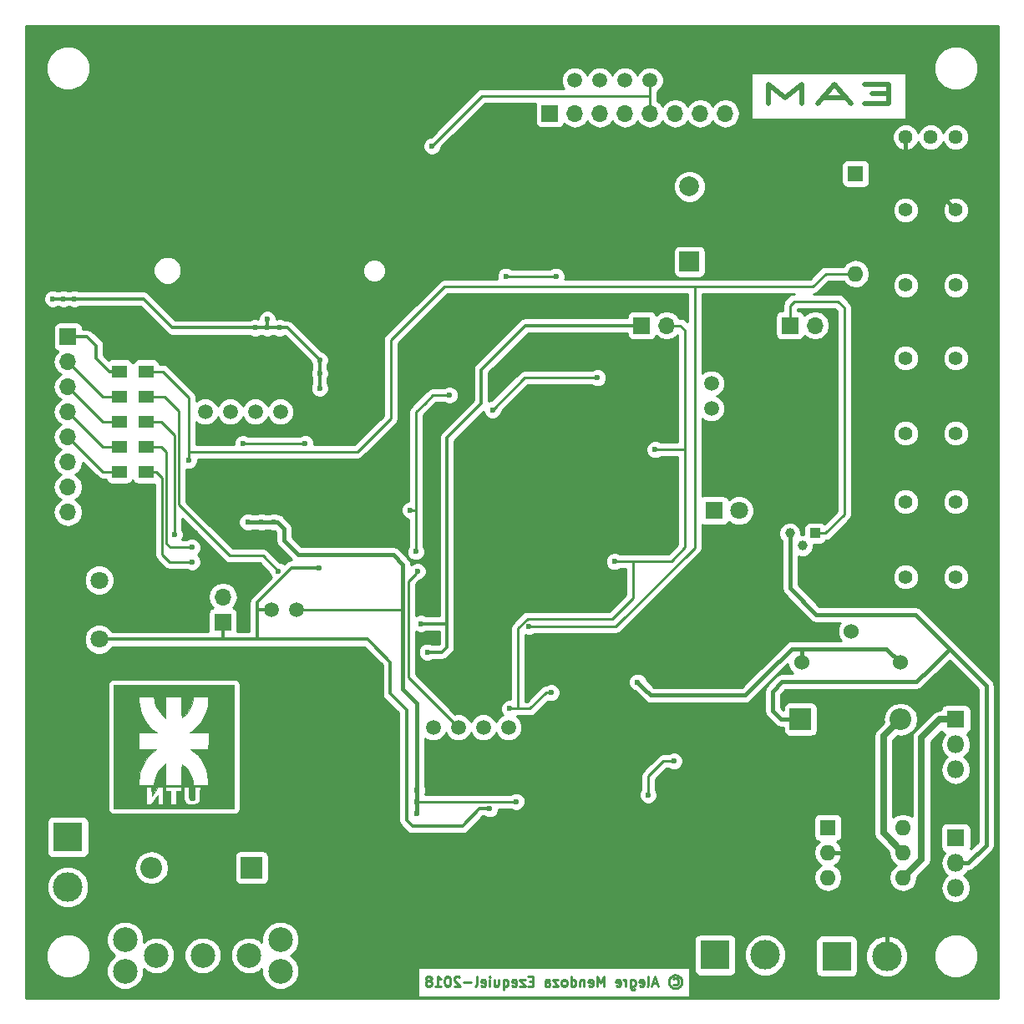
<source format=gbr>
G04 #@! TF.FileFunction,Copper,L2,Bot,Signal*
%FSLAX46Y46*%
G04 Gerber Fmt 4.6, Leading zero omitted, Abs format (unit mm)*
G04 Created by KiCad (PCBNEW 4.0.7-e2-6376~58~ubuntu16.04.1) date Sun Nov 18 23:22:19 2018*
%MOMM*%
%LPD*%
G01*
G04 APERTURE LIST*
%ADD10C,0.100000*%
%ADD11C,0.250000*%
%ADD12C,0.500000*%
%ADD13C,0.010000*%
%ADD14R,1.700000X1.700000*%
%ADD15O,1.700000X1.700000*%
%ADD16C,1.397000*%
%ADD17C,1.440000*%
%ADD18C,1.524000*%
%ADD19R,2.000000X2.000000*%
%ADD20C,2.000000*%
%ADD21R,2.200000X2.200000*%
%ADD22O,2.200000X2.200000*%
%ADD23R,1.600000X1.600000*%
%ADD24O,1.600000X1.600000*%
%ADD25R,3.000000X3.000000*%
%ADD26C,3.000000*%
%ADD27C,1.800000*%
%ADD28C,1.000000*%
%ADD29R,1.000000X1.000000*%
%ADD30R,1.800000X1.800000*%
%ADD31O,1.800000X1.800000*%
%ADD32R,1.500000X1.300000*%
%ADD33C,2.500000*%
%ADD34C,1.500000*%
%ADD35C,0.600000*%
%ADD36C,0.400000*%
%ADD37C,0.300000*%
%ADD38C,0.700000*%
%ADD39C,0.254000*%
G04 APERTURE END LIST*
D10*
D11*
X166373449Y-147302676D02*
X166468687Y-147255057D01*
X166659163Y-147255057D01*
X166754401Y-147302676D01*
X166849639Y-147397914D01*
X166897258Y-147493152D01*
X166897258Y-147683629D01*
X166849639Y-147778867D01*
X166754401Y-147874105D01*
X166659163Y-147921724D01*
X166468687Y-147921724D01*
X166373449Y-147874105D01*
X166563925Y-146921724D02*
X166802020Y-146969343D01*
X167040116Y-147112200D01*
X167182973Y-147350295D01*
X167230592Y-147588390D01*
X167182973Y-147826486D01*
X167040116Y-148064581D01*
X166802020Y-148207438D01*
X166563925Y-148255057D01*
X166325830Y-148207438D01*
X166087735Y-148064581D01*
X165944878Y-147826486D01*
X165897258Y-147588390D01*
X165944878Y-147350295D01*
X166087735Y-147112200D01*
X166325830Y-146969343D01*
X166563925Y-146921724D01*
X164754401Y-147778867D02*
X164278210Y-147778867D01*
X164849639Y-148064581D02*
X164516306Y-147064581D01*
X164182972Y-148064581D01*
X163706782Y-148064581D02*
X163802020Y-148016962D01*
X163849639Y-147921724D01*
X163849639Y-147064581D01*
X162944876Y-148016962D02*
X163040114Y-148064581D01*
X163230591Y-148064581D01*
X163325829Y-148016962D01*
X163373448Y-147921724D01*
X163373448Y-147540771D01*
X163325829Y-147445533D01*
X163230591Y-147397914D01*
X163040114Y-147397914D01*
X162944876Y-147445533D01*
X162897257Y-147540771D01*
X162897257Y-147636010D01*
X163373448Y-147731248D01*
X162040114Y-147397914D02*
X162040114Y-148207438D01*
X162087733Y-148302676D01*
X162135352Y-148350295D01*
X162230591Y-148397914D01*
X162373448Y-148397914D01*
X162468686Y-148350295D01*
X162040114Y-148016962D02*
X162135352Y-148064581D01*
X162325829Y-148064581D01*
X162421067Y-148016962D01*
X162468686Y-147969343D01*
X162516305Y-147874105D01*
X162516305Y-147588390D01*
X162468686Y-147493152D01*
X162421067Y-147445533D01*
X162325829Y-147397914D01*
X162135352Y-147397914D01*
X162040114Y-147445533D01*
X161563924Y-148064581D02*
X161563924Y-147397914D01*
X161563924Y-147588390D02*
X161516305Y-147493152D01*
X161468686Y-147445533D01*
X161373448Y-147397914D01*
X161278209Y-147397914D01*
X160563923Y-148016962D02*
X160659161Y-148064581D01*
X160849638Y-148064581D01*
X160944876Y-148016962D01*
X160992495Y-147921724D01*
X160992495Y-147540771D01*
X160944876Y-147445533D01*
X160849638Y-147397914D01*
X160659161Y-147397914D01*
X160563923Y-147445533D01*
X160516304Y-147540771D01*
X160516304Y-147636010D01*
X160992495Y-147731248D01*
X159325828Y-148064581D02*
X159325828Y-147064581D01*
X158992494Y-147778867D01*
X158659161Y-147064581D01*
X158659161Y-148064581D01*
X157802018Y-148016962D02*
X157897256Y-148064581D01*
X158087733Y-148064581D01*
X158182971Y-148016962D01*
X158230590Y-147921724D01*
X158230590Y-147540771D01*
X158182971Y-147445533D01*
X158087733Y-147397914D01*
X157897256Y-147397914D01*
X157802018Y-147445533D01*
X157754399Y-147540771D01*
X157754399Y-147636010D01*
X158230590Y-147731248D01*
X157325828Y-147397914D02*
X157325828Y-148064581D01*
X157325828Y-147493152D02*
X157278209Y-147445533D01*
X157182971Y-147397914D01*
X157040113Y-147397914D01*
X156944875Y-147445533D01*
X156897256Y-147540771D01*
X156897256Y-148064581D01*
X155992494Y-148064581D02*
X155992494Y-147064581D01*
X155992494Y-148016962D02*
X156087732Y-148064581D01*
X156278209Y-148064581D01*
X156373447Y-148016962D01*
X156421066Y-147969343D01*
X156468685Y-147874105D01*
X156468685Y-147588390D01*
X156421066Y-147493152D01*
X156373447Y-147445533D01*
X156278209Y-147397914D01*
X156087732Y-147397914D01*
X155992494Y-147445533D01*
X155373447Y-148064581D02*
X155468685Y-148016962D01*
X155516304Y-147969343D01*
X155563923Y-147874105D01*
X155563923Y-147588390D01*
X155516304Y-147493152D01*
X155468685Y-147445533D01*
X155373447Y-147397914D01*
X155230589Y-147397914D01*
X155135351Y-147445533D01*
X155087732Y-147493152D01*
X155040113Y-147588390D01*
X155040113Y-147874105D01*
X155087732Y-147969343D01*
X155135351Y-148016962D01*
X155230589Y-148064581D01*
X155373447Y-148064581D01*
X154706780Y-147397914D02*
X154182970Y-147397914D01*
X154706780Y-148064581D01*
X154182970Y-148064581D01*
X153373446Y-148064581D02*
X153373446Y-147540771D01*
X153421065Y-147445533D01*
X153516303Y-147397914D01*
X153706780Y-147397914D01*
X153802018Y-147445533D01*
X153373446Y-148016962D02*
X153468684Y-148064581D01*
X153706780Y-148064581D01*
X153802018Y-148016962D01*
X153849637Y-147921724D01*
X153849637Y-147826486D01*
X153802018Y-147731248D01*
X153706780Y-147683629D01*
X153468684Y-147683629D01*
X153373446Y-147636010D01*
X152135351Y-147540771D02*
X151802017Y-147540771D01*
X151659160Y-148064581D02*
X152135351Y-148064581D01*
X152135351Y-147064581D01*
X151659160Y-147064581D01*
X151325827Y-147397914D02*
X150802017Y-147397914D01*
X151325827Y-148064581D01*
X150802017Y-148064581D01*
X150040112Y-148016962D02*
X150135350Y-148064581D01*
X150325827Y-148064581D01*
X150421065Y-148016962D01*
X150468684Y-147921724D01*
X150468684Y-147540771D01*
X150421065Y-147445533D01*
X150325827Y-147397914D01*
X150135350Y-147397914D01*
X150040112Y-147445533D01*
X149992493Y-147540771D01*
X149992493Y-147636010D01*
X150468684Y-147731248D01*
X149135350Y-147397914D02*
X149135350Y-148397914D01*
X149135350Y-148016962D02*
X149230588Y-148064581D01*
X149421065Y-148064581D01*
X149516303Y-148016962D01*
X149563922Y-147969343D01*
X149611541Y-147874105D01*
X149611541Y-147588390D01*
X149563922Y-147493152D01*
X149516303Y-147445533D01*
X149421065Y-147397914D01*
X149230588Y-147397914D01*
X149135350Y-147445533D01*
X148230588Y-147397914D02*
X148230588Y-148064581D01*
X148659160Y-147397914D02*
X148659160Y-147921724D01*
X148611541Y-148016962D01*
X148516303Y-148064581D01*
X148373445Y-148064581D01*
X148278207Y-148016962D01*
X148230588Y-147969343D01*
X147754398Y-148064581D02*
X147754398Y-147397914D01*
X147754398Y-147064581D02*
X147802017Y-147112200D01*
X147754398Y-147159819D01*
X147706779Y-147112200D01*
X147754398Y-147064581D01*
X147754398Y-147159819D01*
X146897255Y-148016962D02*
X146992493Y-148064581D01*
X147182970Y-148064581D01*
X147278208Y-148016962D01*
X147325827Y-147921724D01*
X147325827Y-147540771D01*
X147278208Y-147445533D01*
X147182970Y-147397914D01*
X146992493Y-147397914D01*
X146897255Y-147445533D01*
X146849636Y-147540771D01*
X146849636Y-147636010D01*
X147325827Y-147731248D01*
X146278208Y-148064581D02*
X146373446Y-148016962D01*
X146421065Y-147921724D01*
X146421065Y-147064581D01*
X145897255Y-147683629D02*
X145135350Y-147683629D01*
X144706779Y-147159819D02*
X144659160Y-147112200D01*
X144563922Y-147064581D01*
X144325826Y-147064581D01*
X144230588Y-147112200D01*
X144182969Y-147159819D01*
X144135350Y-147255057D01*
X144135350Y-147350295D01*
X144182969Y-147493152D01*
X144754398Y-148064581D01*
X144135350Y-148064581D01*
X143516303Y-147064581D02*
X143421064Y-147064581D01*
X143325826Y-147112200D01*
X143278207Y-147159819D01*
X143230588Y-147255057D01*
X143182969Y-147445533D01*
X143182969Y-147683629D01*
X143230588Y-147874105D01*
X143278207Y-147969343D01*
X143325826Y-148016962D01*
X143421064Y-148064581D01*
X143516303Y-148064581D01*
X143611541Y-148016962D01*
X143659160Y-147969343D01*
X143706779Y-147874105D01*
X143754398Y-147683629D01*
X143754398Y-147445533D01*
X143706779Y-147255057D01*
X143659160Y-147159819D01*
X143611541Y-147112200D01*
X143516303Y-147064581D01*
X142230588Y-148064581D02*
X142802017Y-148064581D01*
X142516303Y-148064581D02*
X142516303Y-147064581D01*
X142611541Y-147207438D01*
X142706779Y-147302676D01*
X142802017Y-147350295D01*
X141659160Y-147493152D02*
X141754398Y-147445533D01*
X141802017Y-147397914D01*
X141849636Y-147302676D01*
X141849636Y-147255057D01*
X141802017Y-147159819D01*
X141754398Y-147112200D01*
X141659160Y-147064581D01*
X141468683Y-147064581D01*
X141373445Y-147112200D01*
X141325826Y-147159819D01*
X141278207Y-147255057D01*
X141278207Y-147302676D01*
X141325826Y-147397914D01*
X141373445Y-147445533D01*
X141468683Y-147493152D01*
X141659160Y-147493152D01*
X141754398Y-147540771D01*
X141802017Y-147588390D01*
X141849636Y-147683629D01*
X141849636Y-147874105D01*
X141802017Y-147969343D01*
X141754398Y-148016962D01*
X141659160Y-148064581D01*
X141468683Y-148064581D01*
X141373445Y-148016962D01*
X141325826Y-147969343D01*
X141278207Y-147874105D01*
X141278207Y-147683629D01*
X141325826Y-147588390D01*
X141373445Y-147540771D01*
X141468683Y-147493152D01*
D12*
X188164229Y-57553343D02*
X186497562Y-57553343D01*
X185783276Y-58600962D02*
X188164229Y-58600962D01*
X188164229Y-56600962D01*
X185783276Y-56600962D01*
X183878514Y-58029533D02*
X181497562Y-58029533D01*
X184354705Y-58600962D02*
X182688038Y-56600962D01*
X181021371Y-58600962D01*
X179354705Y-58600962D02*
X179354705Y-56600962D01*
X177688038Y-58029533D01*
X176021371Y-56600962D01*
X176021371Y-58600962D01*
D13*
G36*
X109652000Y-130035400D02*
X121844000Y-130035400D01*
X121844000Y-127851000D01*
X118397280Y-127851000D01*
X118380740Y-128558263D01*
X118373180Y-128841068D01*
X118363803Y-129041250D01*
X118349383Y-129177778D01*
X118326693Y-129269618D01*
X118292507Y-129335740D01*
X118243596Y-129395110D01*
X118237200Y-129402019D01*
X118122607Y-129509334D01*
X118002965Y-129575833D01*
X117849107Y-129611023D01*
X117631865Y-129624414D01*
X117551400Y-129625590D01*
X117321397Y-129617976D01*
X117156843Y-129586081D01*
X117027644Y-129526097D01*
X116906675Y-129433255D01*
X116819811Y-129313913D01*
X116762124Y-129151398D01*
X116728685Y-128929033D01*
X116714565Y-128630145D01*
X116713200Y-128462231D01*
X116713200Y-127851000D01*
X116510000Y-127851000D01*
X116510000Y-128308200D01*
X115951200Y-128308200D01*
X115951200Y-129629000D01*
X115392400Y-129629000D01*
X114630400Y-129629000D01*
X114126213Y-129629000D01*
X114111607Y-129159100D01*
X114097000Y-128689200D01*
X113459380Y-129629000D01*
X112954000Y-129629000D01*
X112954000Y-127851000D01*
X113458188Y-127851000D01*
X113487400Y-128772650D01*
X114102968Y-127876400D01*
X114630400Y-127845690D01*
X114630400Y-129629000D01*
X115392400Y-129629000D01*
X115392400Y-128308200D01*
X114833600Y-128308200D01*
X114833600Y-127851000D01*
X116510000Y-127851000D01*
X116713200Y-127851000D01*
X117272000Y-127851000D01*
X117272000Y-128456971D01*
X117274727Y-128730494D01*
X117284271Y-128920102D01*
X117302677Y-129043368D01*
X117331991Y-129117866D01*
X117351829Y-129142771D01*
X117469058Y-129205415D01*
X117614793Y-129218820D01*
X117740754Y-129181838D01*
X117774680Y-129152811D01*
X117800993Y-129070935D01*
X117822701Y-128903806D01*
X117838146Y-128667730D01*
X117844400Y-128467202D01*
X117856200Y-127851382D01*
X118397280Y-127851000D01*
X121844000Y-127851000D01*
X121844000Y-122364600D01*
X119255717Y-122364600D01*
X119241759Y-123181943D01*
X119227800Y-123999286D01*
X118326100Y-123992683D01*
X118036474Y-123992702D01*
X117785857Y-123996806D01*
X117590303Y-124004396D01*
X117465868Y-124014872D01*
X117427949Y-124026240D01*
X117467876Y-124073417D01*
X117570262Y-124161640D01*
X117714534Y-124273403D01*
X117743814Y-124295000D01*
X118141694Y-124646875D01*
X118486503Y-125075286D01*
X118771131Y-125566159D01*
X118988467Y-126105420D01*
X119131403Y-126678995D01*
X119187369Y-127152500D01*
X119217175Y-127647800D01*
X117684626Y-127647800D01*
X117652054Y-127406500D01*
X117546454Y-126929444D01*
X117367588Y-126483225D01*
X117125834Y-126089376D01*
X116887689Y-125820361D01*
X116748901Y-125695631D01*
X116634532Y-125604678D01*
X116567277Y-125565398D01*
X116563841Y-125565000D01*
X116543109Y-125613322D01*
X116527443Y-125759035D01*
X116516785Y-126003254D01*
X116511080Y-126347097D01*
X116510000Y-126631800D01*
X116510000Y-127698600D01*
X114886382Y-127698600D01*
X114859000Y-125488800D01*
X114502477Y-125844400D01*
X114214954Y-126169231D01*
X114005686Y-126502055D01*
X113858046Y-126874367D01*
X113771894Y-127228170D01*
X113690600Y-127647466D01*
X112912788Y-127647633D01*
X112134975Y-127647800D01*
X112161392Y-127431900D01*
X112180913Y-127260451D01*
X112203684Y-127043595D01*
X112219099Y-126887264D01*
X112273481Y-126560509D01*
X112372415Y-126189739D01*
X112502825Y-125814614D01*
X112651634Y-125474794D01*
X112736867Y-125316834D01*
X112900820Y-125071658D01*
X113105255Y-124813585D01*
X113327935Y-124567046D01*
X113546620Y-124356471D01*
X113739072Y-124206292D01*
X113759494Y-124193400D01*
X113881494Y-124111290D01*
X113956934Y-124046026D01*
X113968634Y-124026083D01*
X113920974Y-124013993D01*
X113787737Y-124004999D01*
X113584916Y-123999545D01*
X113328498Y-123998076D01*
X113055540Y-124000683D01*
X112141079Y-124015600D01*
X112141140Y-123190100D01*
X112141200Y-122364600D01*
X114044844Y-122364600D01*
X113787346Y-122191190D01*
X113540952Y-121995734D01*
X113277671Y-121737331D01*
X113023883Y-121444960D01*
X112805972Y-121147599D01*
X112736867Y-121037310D01*
X112583529Y-120734411D01*
X112441328Y-120374030D01*
X112323373Y-119995912D01*
X112242773Y-119639801D01*
X112219099Y-119467535D01*
X112197714Y-119252918D01*
X112175224Y-119042595D01*
X112161392Y-118922900D01*
X112134975Y-118707000D01*
X112912788Y-118707166D01*
X113690600Y-118707333D01*
X113775828Y-119146706D01*
X113898767Y-119608614D01*
X114080122Y-120002242D01*
X114331630Y-120349550D01*
X114524943Y-120548446D01*
X114859000Y-120860998D01*
X114872711Y-119783999D01*
X114886421Y-118707000D01*
X116510000Y-118707000D01*
X116510000Y-119748400D01*
X116512515Y-120154126D01*
X116520091Y-120459365D01*
X116532781Y-120665105D01*
X116550636Y-120772335D01*
X116563841Y-120789800D01*
X116624768Y-120757049D01*
X116735217Y-120670728D01*
X116872491Y-120548733D01*
X116887689Y-120534438D01*
X117173309Y-120199670D01*
X117404559Y-119794855D01*
X117571062Y-119341527D01*
X117652054Y-118948300D01*
X117684626Y-118707000D01*
X119202400Y-118707000D01*
X119202401Y-119039341D01*
X119154316Y-119624193D01*
X119015201Y-120200662D01*
X118792765Y-120753231D01*
X118494714Y-121266382D01*
X118128758Y-121724594D01*
X117702605Y-122112351D01*
X117660112Y-122144336D01*
X117362424Y-122364600D01*
X119255717Y-122364600D01*
X121844000Y-122364600D01*
X121844000Y-117538600D01*
X109652000Y-117538600D01*
X109652000Y-130035400D01*
X109652000Y-130035400D01*
G37*
X109652000Y-130035400D02*
X121844000Y-130035400D01*
X121844000Y-127851000D01*
X118397280Y-127851000D01*
X118380740Y-128558263D01*
X118373180Y-128841068D01*
X118363803Y-129041250D01*
X118349383Y-129177778D01*
X118326693Y-129269618D01*
X118292507Y-129335740D01*
X118243596Y-129395110D01*
X118237200Y-129402019D01*
X118122607Y-129509334D01*
X118002965Y-129575833D01*
X117849107Y-129611023D01*
X117631865Y-129624414D01*
X117551400Y-129625590D01*
X117321397Y-129617976D01*
X117156843Y-129586081D01*
X117027644Y-129526097D01*
X116906675Y-129433255D01*
X116819811Y-129313913D01*
X116762124Y-129151398D01*
X116728685Y-128929033D01*
X116714565Y-128630145D01*
X116713200Y-128462231D01*
X116713200Y-127851000D01*
X116510000Y-127851000D01*
X116510000Y-128308200D01*
X115951200Y-128308200D01*
X115951200Y-129629000D01*
X115392400Y-129629000D01*
X114630400Y-129629000D01*
X114126213Y-129629000D01*
X114111607Y-129159100D01*
X114097000Y-128689200D01*
X113459380Y-129629000D01*
X112954000Y-129629000D01*
X112954000Y-127851000D01*
X113458188Y-127851000D01*
X113487400Y-128772650D01*
X114102968Y-127876400D01*
X114630400Y-127845690D01*
X114630400Y-129629000D01*
X115392400Y-129629000D01*
X115392400Y-128308200D01*
X114833600Y-128308200D01*
X114833600Y-127851000D01*
X116510000Y-127851000D01*
X116713200Y-127851000D01*
X117272000Y-127851000D01*
X117272000Y-128456971D01*
X117274727Y-128730494D01*
X117284271Y-128920102D01*
X117302677Y-129043368D01*
X117331991Y-129117866D01*
X117351829Y-129142771D01*
X117469058Y-129205415D01*
X117614793Y-129218820D01*
X117740754Y-129181838D01*
X117774680Y-129152811D01*
X117800993Y-129070935D01*
X117822701Y-128903806D01*
X117838146Y-128667730D01*
X117844400Y-128467202D01*
X117856200Y-127851382D01*
X118397280Y-127851000D01*
X121844000Y-127851000D01*
X121844000Y-122364600D01*
X119255717Y-122364600D01*
X119241759Y-123181943D01*
X119227800Y-123999286D01*
X118326100Y-123992683D01*
X118036474Y-123992702D01*
X117785857Y-123996806D01*
X117590303Y-124004396D01*
X117465868Y-124014872D01*
X117427949Y-124026240D01*
X117467876Y-124073417D01*
X117570262Y-124161640D01*
X117714534Y-124273403D01*
X117743814Y-124295000D01*
X118141694Y-124646875D01*
X118486503Y-125075286D01*
X118771131Y-125566159D01*
X118988467Y-126105420D01*
X119131403Y-126678995D01*
X119187369Y-127152500D01*
X119217175Y-127647800D01*
X117684626Y-127647800D01*
X117652054Y-127406500D01*
X117546454Y-126929444D01*
X117367588Y-126483225D01*
X117125834Y-126089376D01*
X116887689Y-125820361D01*
X116748901Y-125695631D01*
X116634532Y-125604678D01*
X116567277Y-125565398D01*
X116563841Y-125565000D01*
X116543109Y-125613322D01*
X116527443Y-125759035D01*
X116516785Y-126003254D01*
X116511080Y-126347097D01*
X116510000Y-126631800D01*
X116510000Y-127698600D01*
X114886382Y-127698600D01*
X114859000Y-125488800D01*
X114502477Y-125844400D01*
X114214954Y-126169231D01*
X114005686Y-126502055D01*
X113858046Y-126874367D01*
X113771894Y-127228170D01*
X113690600Y-127647466D01*
X112912788Y-127647633D01*
X112134975Y-127647800D01*
X112161392Y-127431900D01*
X112180913Y-127260451D01*
X112203684Y-127043595D01*
X112219099Y-126887264D01*
X112273481Y-126560509D01*
X112372415Y-126189739D01*
X112502825Y-125814614D01*
X112651634Y-125474794D01*
X112736867Y-125316834D01*
X112900820Y-125071658D01*
X113105255Y-124813585D01*
X113327935Y-124567046D01*
X113546620Y-124356471D01*
X113739072Y-124206292D01*
X113759494Y-124193400D01*
X113881494Y-124111290D01*
X113956934Y-124046026D01*
X113968634Y-124026083D01*
X113920974Y-124013993D01*
X113787737Y-124004999D01*
X113584916Y-123999545D01*
X113328498Y-123998076D01*
X113055540Y-124000683D01*
X112141079Y-124015600D01*
X112141140Y-123190100D01*
X112141200Y-122364600D01*
X114044844Y-122364600D01*
X113787346Y-122191190D01*
X113540952Y-121995734D01*
X113277671Y-121737331D01*
X113023883Y-121444960D01*
X112805972Y-121147599D01*
X112736867Y-121037310D01*
X112583529Y-120734411D01*
X112441328Y-120374030D01*
X112323373Y-119995912D01*
X112242773Y-119639801D01*
X112219099Y-119467535D01*
X112197714Y-119252918D01*
X112175224Y-119042595D01*
X112161392Y-118922900D01*
X112134975Y-118707000D01*
X112912788Y-118707166D01*
X113690600Y-118707333D01*
X113775828Y-119146706D01*
X113898767Y-119608614D01*
X114080122Y-120002242D01*
X114331630Y-120349550D01*
X114524943Y-120548446D01*
X114859000Y-120860998D01*
X114872711Y-119783999D01*
X114886421Y-118707000D01*
X116510000Y-118707000D01*
X116510000Y-119748400D01*
X116512515Y-120154126D01*
X116520091Y-120459365D01*
X116532781Y-120665105D01*
X116550636Y-120772335D01*
X116563841Y-120789800D01*
X116624768Y-120757049D01*
X116735217Y-120670728D01*
X116872491Y-120548733D01*
X116887689Y-120534438D01*
X117173309Y-120199670D01*
X117404559Y-119794855D01*
X117571062Y-119341527D01*
X117652054Y-118948300D01*
X117684626Y-118707000D01*
X119202400Y-118707000D01*
X119202401Y-119039341D01*
X119154316Y-119624193D01*
X119015201Y-120200662D01*
X118792765Y-120753231D01*
X118494714Y-121266382D01*
X118128758Y-121724594D01*
X117702605Y-122112351D01*
X117660112Y-122144336D01*
X117362424Y-122364600D01*
X119255717Y-122364600D01*
X121844000Y-122364600D01*
X121844000Y-117538600D01*
X109652000Y-117538600D01*
X109652000Y-130035400D01*
D14*
X153840380Y-59583420D03*
D15*
X156380380Y-59583420D03*
X158920380Y-59583420D03*
X161460380Y-59583420D03*
X164000380Y-59583420D03*
X166540380Y-59583420D03*
X169080380Y-59583420D03*
X171620380Y-59583420D03*
D16*
X189919880Y-84379420D03*
X194999880Y-84379420D03*
X189919880Y-91999420D03*
X194999880Y-91999420D03*
D17*
X194999880Y-61999420D03*
X192459880Y-61999420D03*
X189919880Y-61999420D03*
D18*
X184388960Y-112067640D03*
X179388960Y-115267640D03*
X189388960Y-115267640D03*
D19*
X168000000Y-74599800D03*
D20*
X168000000Y-66999800D03*
D21*
X123614380Y-136037420D03*
D22*
X113454380Y-136037420D03*
D23*
X184836000Y-65671420D03*
D24*
X184836000Y-75831420D03*
D21*
X179240380Y-120987920D03*
D22*
X189400380Y-120987920D03*
D25*
X104992380Y-132927420D03*
D26*
X104992380Y-138007420D03*
D14*
X104999880Y-82219420D03*
D15*
X104999880Y-84759420D03*
X104999880Y-87299420D03*
X104999880Y-89839420D03*
X104999880Y-92379420D03*
X104999880Y-94919420D03*
X104999880Y-97459420D03*
X104999880Y-99999420D03*
D25*
X182912380Y-145007420D03*
D26*
X187992380Y-145007420D03*
D14*
X120700780Y-111137800D03*
D15*
X120700780Y-108597800D03*
D14*
X163152020Y-81066740D03*
D15*
X165692020Y-81066740D03*
D14*
X178188820Y-81066740D03*
D15*
X180728820Y-81066740D03*
D27*
X108170380Y-112893420D03*
X108170380Y-106893420D03*
D28*
X179463900Y-103393340D03*
X178193900Y-102123340D03*
D29*
X180733900Y-102123340D03*
D30*
X194992380Y-133007420D03*
D31*
X194992380Y-135547420D03*
X194992380Y-138087420D03*
D30*
X194992380Y-121007420D03*
D31*
X194992380Y-123547420D03*
X194992380Y-126087420D03*
D32*
X110206880Y-85737420D03*
X112906880Y-85737420D03*
X110206880Y-88277420D03*
X112906880Y-88277420D03*
X110206880Y-90817420D03*
X112906880Y-90817420D03*
X110206880Y-93357420D03*
X112906880Y-93357420D03*
X110206880Y-95897420D03*
X112906880Y-95897420D03*
D33*
X123360380Y-144927420D03*
X118661380Y-144927420D03*
X113962380Y-144927420D03*
X110787380Y-146514920D03*
X126535380Y-146514920D03*
X110787380Y-143339920D03*
X126535380Y-143339920D03*
D16*
X189919880Y-98942858D03*
X194999880Y-98942858D03*
X189919880Y-106562858D03*
X194999880Y-106562858D03*
X189919880Y-69379420D03*
X194999880Y-69379420D03*
X189919880Y-76999420D03*
X194999880Y-76999420D03*
D34*
X128194000Y-109893420D03*
X125654000Y-109893420D03*
X170218300Y-89483360D03*
X118915380Y-89809420D03*
X123995380Y-89809420D03*
X126535380Y-89809420D03*
X121455380Y-89809420D03*
X164000380Y-56230620D03*
X156380380Y-56223000D03*
X158920380Y-56230620D03*
X161460380Y-56230620D03*
X144569380Y-121813420D03*
X142029380Y-121813420D03*
X147109380Y-121813420D03*
X149649380Y-121813420D03*
D23*
X182034380Y-131973420D03*
D24*
X189654380Y-137053420D03*
X182034380Y-134513420D03*
X189654380Y-134513420D03*
X182034380Y-137053420D03*
X189654380Y-131973420D03*
D25*
X170590380Y-144893420D03*
D26*
X175670380Y-144893420D03*
D30*
X170484880Y-99834420D03*
D27*
X173024880Y-99834420D03*
D34*
X170218300Y-86943360D03*
D35*
X138870380Y-140893420D03*
X138870380Y-145393420D03*
X127660600Y-100977800D03*
X157023000Y-136398100D03*
X146532800Y-134493100D03*
X142186860Y-107658000D03*
X130238700Y-96722920D03*
X130238700Y-96722920D03*
X130238700Y-97574200D03*
X130238700Y-96722920D03*
X130238700Y-95885100D03*
X145981620Y-118326000D03*
X145979080Y-119301360D03*
X157541160Y-92456100D03*
X158181240Y-91816020D03*
X158290460Y-108290460D03*
X157475120Y-107475120D03*
X136855400Y-130899000D03*
X106535420Y-62489180D03*
X106535420Y-63550900D03*
X143406060Y-136017100D03*
X138196520Y-130888840D03*
X156649620Y-125554840D03*
X160906660Y-68996660D03*
X130480000Y-105626000D03*
X126433780Y-81315660D03*
X123985220Y-81315660D03*
X125199340Y-81315660D03*
X125199340Y-80421580D03*
X130518100Y-87431980D03*
X130518100Y-85925760D03*
X130518100Y-84574480D03*
X103441700Y-78376880D03*
X104541520Y-78376880D03*
X105648960Y-78376880D03*
X147762160Y-130063340D03*
X166421000Y-125234800D03*
X163804680Y-128663420D03*
X150431700Y-129336900D03*
X140350440Y-130589120D03*
X140350440Y-128176120D03*
X140350440Y-129336900D03*
X125852120Y-101003200D03*
X124604980Y-101003200D03*
X123215600Y-101003200D03*
X143675300Y-88125400D03*
X158674000Y-86372800D03*
X139690040Y-99791620D03*
X140264080Y-103997860D03*
X160401200Y-104998620D03*
X153997860Y-118292980D03*
X149789080Y-119926200D03*
X148031400Y-89616380D03*
X164518540Y-93660060D03*
X140784780Y-111292740D03*
X141424860Y-114175640D03*
X117241520Y-94749720D03*
X151739800Y-111569600D03*
X162737880Y-117223260D03*
X129049600Y-93078020D03*
X122725380Y-93078400D03*
X126344880Y-105986680D03*
X115791180Y-102255420D03*
X117543780Y-103576220D03*
X117566640Y-105041800D03*
X141902380Y-62885420D03*
X140454580Y-106001920D03*
X149395380Y-76093420D03*
X154475380Y-76093420D03*
D36*
X130238700Y-96722920D02*
X130238700Y-97574200D01*
X130238700Y-95885100D02*
X130238700Y-96722920D01*
D11*
X145979080Y-118328540D02*
X145981620Y-118326000D01*
X145979080Y-119301360D02*
X145979080Y-118328540D01*
X158181240Y-91816020D02*
X157541160Y-92456100D01*
X157475120Y-107475120D02*
X158290460Y-108290460D01*
D36*
X106535420Y-63550900D02*
X106535420Y-62489180D01*
X187992380Y-140471420D02*
X187992380Y-141193620D01*
X187992380Y-141193620D02*
X187992380Y-145007420D01*
X183761580Y-134513420D02*
X187992380Y-138744220D01*
X187992380Y-138744220D02*
X187992380Y-141193620D01*
X182034380Y-134513420D02*
X183761580Y-134513420D01*
X189919880Y-61999420D02*
X189919880Y-64299420D01*
X189919880Y-64299420D02*
X194999880Y-69379420D01*
D37*
X130480000Y-105626000D02*
X127660600Y-105626000D01*
X127660600Y-105626000D02*
X124147780Y-109138820D01*
X124147780Y-109138820D02*
X124147780Y-109893200D01*
X124147780Y-109893200D02*
X124147780Y-112893420D01*
X125654000Y-109893420D02*
X124593340Y-109893420D01*
X124593340Y-109893420D02*
X124593120Y-109893200D01*
X124593120Y-109893200D02*
X124147780Y-109893200D01*
X120701000Y-112893420D02*
X124147780Y-112893420D01*
X124147780Y-112893420D02*
X125654000Y-112893420D01*
X125654000Y-112893420D02*
X135354740Y-112893420D01*
X108170380Y-112893420D02*
X120701000Y-112893420D01*
X120700780Y-112287800D02*
X120701000Y-112288020D01*
X120700780Y-111137800D02*
X120700780Y-112287800D01*
X120701000Y-112288020D02*
X120701000Y-112893420D01*
X135354740Y-112893420D02*
X135864800Y-113403480D01*
X125199340Y-81315660D02*
X126433780Y-81315660D01*
X126433780Y-81315660D02*
X127259280Y-81315660D01*
X124264620Y-81315660D02*
X125199340Y-81315660D01*
X115580360Y-81315660D02*
X124264620Y-81315660D01*
X124264620Y-81315660D02*
X123985220Y-81315660D01*
X125199340Y-80845844D02*
X125199340Y-81315660D01*
X125199340Y-80421580D02*
X125199340Y-80845844D01*
X105648960Y-78376880D02*
X112641580Y-78376880D01*
X112641580Y-78376880D02*
X115580360Y-81315660D01*
X127259280Y-81315660D02*
X130518100Y-84574480D01*
X130518100Y-85925760D02*
X130518100Y-87431980D01*
X130518100Y-84574480D02*
X130518100Y-85925760D01*
X104541520Y-78376880D02*
X103441700Y-78376880D01*
X105648960Y-78376880D02*
X104541520Y-78376880D01*
X147762160Y-130063340D02*
X146743620Y-130063340D01*
X144975780Y-131831180D02*
X139938960Y-131831180D01*
X146743620Y-130063340D02*
X144975780Y-131831180D01*
X139938960Y-131831180D02*
X139303960Y-131196180D01*
X137650420Y-115189100D02*
X135864800Y-113403480D01*
X139303960Y-131196180D02*
X139303960Y-120022720D01*
X139303960Y-120022720D02*
X137650420Y-118369180D01*
X137650420Y-118369180D02*
X137650420Y-115189100D01*
D11*
X165341500Y-125234800D02*
X166421000Y-125234800D01*
X165151000Y-125425300D02*
X165341500Y-125234800D01*
X164559180Y-126017120D02*
X165151000Y-125425300D01*
X164551560Y-126017120D02*
X164559180Y-126017120D01*
X163804680Y-128239156D02*
X163804680Y-126817220D01*
X163804680Y-126817220D02*
X163804680Y-126764000D01*
X163804680Y-126764000D02*
X164551560Y-126017120D01*
X163804680Y-128663420D02*
X163804680Y-128239156D01*
X140774704Y-129336900D02*
X150431700Y-129336900D01*
D36*
X138954049Y-109827160D02*
X138954049Y-105291329D01*
X128308300Y-104322980D02*
X126890980Y-102905660D01*
X138954049Y-105291329D02*
X137985700Y-104322980D01*
X137985700Y-104322980D02*
X128308300Y-104322980D01*
X126890980Y-102905660D02*
X126890980Y-101640740D01*
X126890980Y-101640740D02*
X126253440Y-101003200D01*
X126253440Y-101003200D02*
X125852120Y-101003200D01*
X138954049Y-112859920D02*
X138954049Y-111564520D01*
X138954049Y-111564520D02*
X138954049Y-109827160D01*
X140350440Y-128176120D02*
X140350440Y-119372480D01*
X140350440Y-119372480D02*
X138954049Y-117976089D01*
X138954049Y-117976089D02*
X138954049Y-111564520D01*
D11*
X140350440Y-129336900D02*
X140774704Y-129336900D01*
D36*
X140350440Y-129336900D02*
X140350440Y-130589120D01*
X140350440Y-129336900D02*
X140350440Y-128176120D01*
X140350440Y-129336900D02*
X140375840Y-129311500D01*
D11*
X129256980Y-109895740D02*
X138885469Y-109895740D01*
X138885469Y-109895740D02*
X138954049Y-109827160D01*
X128194000Y-109893420D02*
X129254660Y-109893420D01*
X129254660Y-109893420D02*
X129256980Y-109895740D01*
D36*
X125852120Y-101003200D02*
X124604980Y-101003200D01*
X124604980Y-101003200D02*
X123215600Y-101003200D01*
X192395040Y-115790580D02*
X194269440Y-113916180D01*
X194269440Y-113916180D02*
X194269440Y-113758700D01*
X192392500Y-115790580D02*
X192395040Y-115790580D01*
X178193900Y-102123340D02*
X178193900Y-107734200D01*
X190891240Y-110375420D02*
X180835120Y-110375420D01*
X180835120Y-110375420D02*
X178193900Y-107734200D01*
X194269440Y-113753620D02*
X190891240Y-110375420D01*
X194269440Y-113758700D02*
X194269440Y-113753620D01*
X198076900Y-133735692D02*
X196265172Y-135547420D01*
X194269440Y-113758700D02*
X198076900Y-117566160D01*
X198076900Y-117566160D02*
X198076900Y-133735692D01*
X196265172Y-135547420D02*
X194992380Y-135547420D01*
X179240380Y-120987920D02*
X177249280Y-120987920D01*
X177249280Y-120987920D02*
X176423400Y-120162040D01*
X176423400Y-120162040D02*
X176423400Y-118152900D01*
X176423400Y-118152900D02*
X177386060Y-117190240D01*
X177386060Y-117190240D02*
X190992840Y-117190240D01*
X190992840Y-117190240D02*
X192392500Y-115790580D01*
D11*
X141168320Y-88943280D02*
X141986200Y-88125400D01*
X141986200Y-88125400D02*
X143675300Y-88125400D01*
X141168320Y-88950900D02*
X141168320Y-88943280D01*
X154991000Y-86365180D02*
X155298340Y-86365180D01*
X158666380Y-86365180D02*
X158674000Y-86372800D01*
X151282600Y-86365180D02*
X154991000Y-86365180D01*
X154991000Y-86365180D02*
X158666380Y-86365180D01*
X141168320Y-88950900D02*
X140264080Y-89855140D01*
X140264080Y-89855140D02*
X140264080Y-90563800D01*
X140264080Y-100540920D02*
X140264080Y-99791620D01*
X139690040Y-99791620D02*
X140114304Y-99791620D01*
X140264080Y-99791620D02*
X140264080Y-90563800D01*
X140114304Y-99791620D02*
X140264080Y-99791620D01*
X140264080Y-100540920D02*
X140264080Y-100365660D01*
X140264080Y-103997860D02*
X140264080Y-100540920D01*
X149789080Y-119926200D02*
X150624740Y-119926200D01*
X150624740Y-119926200D02*
X151826160Y-119926200D01*
X160157360Y-110797440D02*
X151586958Y-110797440D01*
X151586958Y-110797440D02*
X150624740Y-111759658D01*
X150624740Y-111759658D02*
X150624740Y-119926200D01*
X162275720Y-108679080D02*
X160157360Y-110797440D01*
X162275720Y-104998620D02*
X160401200Y-104998620D01*
X166144140Y-104998620D02*
X162275720Y-104998620D01*
X162275720Y-104998620D02*
X162275720Y-108679080D01*
X167566540Y-92951400D02*
X167566540Y-93657520D01*
X167566540Y-93657520D02*
X167566540Y-103576220D01*
X164518540Y-93660060D02*
X167564000Y-93660060D01*
X167564000Y-93660060D02*
X167566540Y-93657520D01*
X167566540Y-103576220D02*
X166144140Y-104998620D01*
X151826160Y-119926200D02*
X153459380Y-118292980D01*
X153459380Y-118292980D02*
X153997860Y-118292980D01*
X148031400Y-89616380D02*
X151282600Y-86365180D01*
X165692020Y-81066740D02*
X167061080Y-81066740D01*
X167061080Y-81066740D02*
X167566540Y-81572200D01*
X167566540Y-81572200D02*
X167566540Y-92951400D01*
D37*
X143426380Y-111274960D02*
X143426380Y-92451660D01*
X143426380Y-92451660D02*
X146878240Y-88999800D01*
X151368960Y-81066740D02*
X163152020Y-81066740D01*
X146878240Y-88999800D02*
X146878240Y-85557460D01*
X146878240Y-85557460D02*
X151368960Y-81066740D01*
X140784780Y-111292740D02*
X143408600Y-111292740D01*
X143426380Y-111274960D02*
X143426380Y-112847220D01*
X143408600Y-111292740D02*
X143426380Y-111274960D01*
X143426380Y-112847220D02*
X143426380Y-113073280D01*
X142936160Y-114175640D02*
X143426380Y-113685420D01*
X143426380Y-113685420D02*
X143426380Y-112847220D01*
X141424860Y-114175640D02*
X142936160Y-114175640D01*
X107866380Y-83139380D02*
X106946420Y-82219420D01*
X106946420Y-82219420D02*
X104999880Y-82219420D01*
X107866380Y-84396920D02*
X107866380Y-83139380D01*
X110206880Y-85737420D02*
X109206880Y-85737420D01*
X109206880Y-85737420D02*
X107866380Y-84396920D01*
D11*
X181805660Y-75831420D02*
X184836000Y-75831420D01*
X117241520Y-94749720D02*
X117241520Y-93929300D01*
X117241520Y-93929300D02*
X117284700Y-93886120D01*
X134340800Y-93886120D02*
X117284700Y-93886120D01*
X137696140Y-90530780D02*
X134340800Y-93886120D01*
X137696140Y-82575500D02*
X137696140Y-90530780D01*
X140754300Y-79517340D02*
X137696140Y-82575500D01*
X143169840Y-77116660D02*
X140769160Y-79517340D01*
X140769160Y-79517340D02*
X140754300Y-79517340D01*
X151739800Y-111569600D02*
X160535320Y-111569600D01*
X160535320Y-111569600D02*
X168513960Y-103590960D01*
X168513960Y-103590960D02*
X168513960Y-77116660D01*
X117244060Y-93926760D02*
X117244060Y-88366700D01*
X117284700Y-93886120D02*
X117244060Y-93926760D01*
X114625200Y-85747840D02*
X116766540Y-87889180D01*
X116766540Y-87889180D02*
X116855440Y-87978080D01*
X117244060Y-88366700D02*
X116766540Y-87889180D01*
X168513960Y-77116660D02*
X143169840Y-77116660D01*
X114625200Y-85737420D02*
X114625200Y-85747840D01*
X112906880Y-85737420D02*
X114625200Y-85737420D01*
X180520420Y-77116660D02*
X168513960Y-77116660D01*
X181805660Y-75831420D02*
X180520420Y-77116660D01*
D36*
X178343640Y-113837440D02*
X179387700Y-113837440D01*
X173606660Y-118566800D02*
X175780400Y-116393060D01*
X162737880Y-117223260D02*
X163431680Y-117917060D01*
X173606660Y-118566800D02*
X164081420Y-118566800D01*
X175788020Y-116393060D02*
X178343640Y-113837440D01*
X164081420Y-118566800D02*
X163431680Y-117917060D01*
X175780400Y-116393060D02*
X175788020Y-116393060D01*
X179387700Y-113837440D02*
X187958760Y-113837440D01*
X179388960Y-115267640D02*
X179388960Y-114190010D01*
X179388960Y-114190010D02*
X179387700Y-114188750D01*
X179387700Y-114188750D02*
X179387700Y-113837440D01*
X187958760Y-113837440D02*
X189388960Y-115267640D01*
D38*
X187673560Y-122714740D02*
X187673560Y-132532600D01*
X187673560Y-132532600D02*
X189654380Y-134513420D01*
X189400380Y-120987920D02*
X187673560Y-122714740D01*
D11*
X123108920Y-93078020D02*
X129049600Y-93078020D01*
X123108920Y-93078020D02*
X122859880Y-93078020D01*
X123108920Y-93078020D02*
X122725760Y-93078020D01*
X122725760Y-93078020D02*
X122725380Y-93078400D01*
X110206880Y-88277420D02*
X108517880Y-88277420D01*
X108517880Y-88277420D02*
X104999880Y-84759420D01*
X110206880Y-90817420D02*
X108517880Y-90817420D01*
X108517880Y-90817420D02*
X104999880Y-87299420D01*
X110206880Y-93357420D02*
X108517880Y-93357420D01*
X108517880Y-93357420D02*
X104999880Y-89839420D01*
X110206880Y-95897420D02*
X108517880Y-95897420D01*
X108517880Y-95897420D02*
X104999880Y-92379420D01*
X178188820Y-81066740D02*
X178188820Y-79049980D01*
X178188820Y-79049980D02*
X178605380Y-78633420D01*
X178605380Y-78633420D02*
X183050380Y-78633420D01*
X183050380Y-78633420D02*
X183685380Y-79268420D01*
X183685380Y-79268420D02*
X183685380Y-100223420D01*
X183685380Y-100223420D02*
X181785460Y-102123340D01*
X181785460Y-102123340D02*
X180733900Y-102123340D01*
D38*
X191516080Y-122883720D02*
X191516080Y-135191720D01*
X191516080Y-135191720D02*
X189654380Y-137053420D01*
X194992380Y-121007420D02*
X193392380Y-121007420D01*
X193392380Y-121007420D02*
X191516080Y-122883720D01*
D11*
X126344880Y-105986680D02*
X124777700Y-104419500D01*
X118607920Y-101615220D02*
X121412200Y-104419500D01*
X121412200Y-104419500D02*
X124777700Y-104419500D01*
X118607920Y-101612420D02*
X118607920Y-101615220D01*
X112906880Y-88277420D02*
X114767180Y-88277420D01*
X114767180Y-88277420D02*
X116241190Y-89751430D01*
X116241190Y-89751430D02*
X116241190Y-99245690D01*
X116241190Y-99245690D02*
X118607920Y-101612420D01*
X115791180Y-102255420D02*
X115791180Y-92176440D01*
X115791180Y-92176440D02*
X114432160Y-90817420D01*
X114432160Y-90817420D02*
X112906880Y-90817420D01*
X115374221Y-103575131D02*
X117542691Y-103575131D01*
X117542691Y-103575131D02*
X117543780Y-103576220D01*
X114439780Y-93357420D02*
X112906880Y-93357420D01*
X114999010Y-93916650D02*
X114439780Y-93357420D01*
X114999010Y-103199920D02*
X114999010Y-93916650D01*
X115374221Y-103575131D02*
X114999010Y-103199920D01*
X115374221Y-103575561D02*
X115374221Y-103575131D01*
X115285516Y-105041420D02*
X117566260Y-105041420D01*
X117566260Y-105041420D02*
X117566640Y-105041800D01*
X113906880Y-95897420D02*
X114549000Y-96539540D01*
X112906880Y-95897420D02*
X113906880Y-95897420D01*
X114549000Y-104304904D02*
X114549000Y-104239160D01*
X115285516Y-105041420D02*
X114549000Y-104304904D01*
X114549000Y-96539540D02*
X114549000Y-104239160D01*
X164000380Y-57805420D02*
X164000380Y-57950200D01*
X164000380Y-57950200D02*
X164000380Y-59583420D01*
X164000380Y-56230620D02*
X164000380Y-57291280D01*
X164000380Y-57291280D02*
X164000380Y-57950200D01*
X141902380Y-62885420D02*
X146982380Y-57805420D01*
X146982380Y-57805420D02*
X164000380Y-57805420D01*
X139479059Y-116217800D02*
X139479059Y-106979981D01*
X144569380Y-121813420D02*
X139479059Y-116723099D01*
X139479059Y-116723099D02*
X139479059Y-116217800D01*
X139479059Y-106979981D02*
X140154581Y-106304459D01*
X140154581Y-106304459D02*
X140154581Y-106301919D01*
X140154581Y-106301919D02*
X140454580Y-106001920D01*
X154051116Y-76093420D02*
X149395380Y-76093420D01*
X154475380Y-76093420D02*
X154051116Y-76093420D01*
D39*
G36*
X199290000Y-149290000D02*
X100710000Y-149290000D01*
X100710000Y-145450039D01*
X102756993Y-145450039D01*
X103096535Y-146271792D01*
X103724701Y-146901056D01*
X104545861Y-147242031D01*
X105434999Y-147242807D01*
X106256752Y-146903265D01*
X106886016Y-146275099D01*
X107226991Y-145453939D01*
X107227767Y-144564801D01*
X106888225Y-143743048D01*
X106858455Y-143713225D01*
X108902054Y-143713225D01*
X109188423Y-144406292D01*
X109709086Y-144927864D01*
X109190287Y-145445759D01*
X108902708Y-146138325D01*
X108902054Y-146888225D01*
X109188423Y-147581292D01*
X109718219Y-148112013D01*
X110410785Y-148399592D01*
X111160685Y-148400246D01*
X111853752Y-148113877D01*
X112384473Y-147584081D01*
X112672052Y-146891515D01*
X112672565Y-146303474D01*
X112893219Y-146524513D01*
X113585785Y-146812092D01*
X114335685Y-146812746D01*
X115028752Y-146526377D01*
X115559473Y-145996581D01*
X115847052Y-145304015D01*
X115847054Y-145300725D01*
X116776054Y-145300725D01*
X117062423Y-145993792D01*
X117592219Y-146524513D01*
X118284785Y-146812092D01*
X119034685Y-146812746D01*
X119727752Y-146526377D01*
X120258473Y-145996581D01*
X120546052Y-145304015D01*
X120546054Y-145300725D01*
X121475054Y-145300725D01*
X121761423Y-145993792D01*
X122291219Y-146524513D01*
X122983785Y-146812092D01*
X123733685Y-146812746D01*
X124426752Y-146526377D01*
X124650564Y-146302955D01*
X124650054Y-146888225D01*
X124936423Y-147581292D01*
X125466219Y-148112013D01*
X126158785Y-148399592D01*
X126908685Y-148400246D01*
X127601752Y-148113877D01*
X128132473Y-147584081D01*
X128420052Y-146891515D01*
X128420696Y-146152200D01*
X140452732Y-146152200D01*
X140452732Y-149172200D01*
X168056069Y-149172200D01*
X168056069Y-146152200D01*
X140452732Y-146152200D01*
X128420696Y-146152200D01*
X128420706Y-146141615D01*
X128134337Y-145448548D01*
X127613674Y-144926976D01*
X128132473Y-144409081D01*
X128420052Y-143716515D01*
X128420333Y-143393420D01*
X168442940Y-143393420D01*
X168442940Y-146393420D01*
X168487218Y-146628737D01*
X168626290Y-146844861D01*
X168838490Y-146989851D01*
X169090380Y-147040860D01*
X172090380Y-147040860D01*
X172325697Y-146996582D01*
X172541821Y-146857510D01*
X172686811Y-146645310D01*
X172737820Y-146393420D01*
X172737820Y-145316235D01*
X173535010Y-145316235D01*
X173859360Y-146101220D01*
X174459421Y-146702329D01*
X175243839Y-147028048D01*
X176093195Y-147028790D01*
X176878180Y-146704440D01*
X177479289Y-146104379D01*
X177805008Y-145319961D01*
X177805750Y-144470605D01*
X177481400Y-143685620D01*
X177303511Y-143507420D01*
X180764940Y-143507420D01*
X180764940Y-146507420D01*
X180809218Y-146742737D01*
X180948290Y-146958861D01*
X181160490Y-147103851D01*
X181412380Y-147154860D01*
X184412380Y-147154860D01*
X184647697Y-147110582D01*
X184863821Y-146971510D01*
X185008811Y-146759310D01*
X185059820Y-146507420D01*
X185059820Y-145430235D01*
X185857010Y-145430235D01*
X186181360Y-146215220D01*
X186781421Y-146816329D01*
X187565839Y-147142048D01*
X188415195Y-147142790D01*
X189200180Y-146818440D01*
X189801289Y-146218379D01*
X190120331Y-145450039D01*
X192756993Y-145450039D01*
X193096535Y-146271792D01*
X193724701Y-146901056D01*
X194545861Y-147242031D01*
X195434999Y-147242807D01*
X196256752Y-146903265D01*
X196886016Y-146275099D01*
X197226991Y-145453939D01*
X197227767Y-144564801D01*
X196888225Y-143743048D01*
X196260059Y-143113784D01*
X195438899Y-142772809D01*
X194549761Y-142772033D01*
X193728008Y-143111575D01*
X193098744Y-143739741D01*
X192757769Y-144560901D01*
X192756993Y-145450039D01*
X190120331Y-145450039D01*
X190127008Y-145433961D01*
X190127750Y-144584605D01*
X189803400Y-143799620D01*
X189203339Y-143198511D01*
X188418921Y-142872792D01*
X187569565Y-142872050D01*
X186784580Y-143196400D01*
X186183471Y-143796461D01*
X185857752Y-144580879D01*
X185857010Y-145430235D01*
X185059820Y-145430235D01*
X185059820Y-143507420D01*
X185015542Y-143272103D01*
X184876470Y-143055979D01*
X184664270Y-142910989D01*
X184412380Y-142859980D01*
X181412380Y-142859980D01*
X181177063Y-142904258D01*
X180960939Y-143043330D01*
X180815949Y-143255530D01*
X180764940Y-143507420D01*
X177303511Y-143507420D01*
X176881339Y-143084511D01*
X176096921Y-142758792D01*
X175247565Y-142758050D01*
X174462580Y-143082400D01*
X173861471Y-143682461D01*
X173535752Y-144466879D01*
X173535010Y-145316235D01*
X172737820Y-145316235D01*
X172737820Y-143393420D01*
X172693542Y-143158103D01*
X172554470Y-142941979D01*
X172342270Y-142796989D01*
X172090380Y-142745980D01*
X169090380Y-142745980D01*
X168855063Y-142790258D01*
X168638939Y-142929330D01*
X168493949Y-143141530D01*
X168442940Y-143393420D01*
X128420333Y-143393420D01*
X128420706Y-142966615D01*
X128134337Y-142273548D01*
X127604541Y-141742827D01*
X126911975Y-141455248D01*
X126162075Y-141454594D01*
X125469008Y-141740963D01*
X124938287Y-142270759D01*
X124650708Y-142963325D01*
X124650195Y-143551366D01*
X124429541Y-143330327D01*
X123736975Y-143042748D01*
X122987075Y-143042094D01*
X122294008Y-143328463D01*
X121763287Y-143858259D01*
X121475708Y-144550825D01*
X121475054Y-145300725D01*
X120546054Y-145300725D01*
X120546706Y-144554115D01*
X120260337Y-143861048D01*
X119730541Y-143330327D01*
X119037975Y-143042748D01*
X118288075Y-143042094D01*
X117595008Y-143328463D01*
X117064287Y-143858259D01*
X116776708Y-144550825D01*
X116776054Y-145300725D01*
X115847054Y-145300725D01*
X115847706Y-144554115D01*
X115561337Y-143861048D01*
X115031541Y-143330327D01*
X114338975Y-143042748D01*
X113589075Y-143042094D01*
X112896008Y-143328463D01*
X112672196Y-143551885D01*
X112672706Y-142966615D01*
X112386337Y-142273548D01*
X111856541Y-141742827D01*
X111163975Y-141455248D01*
X110414075Y-141454594D01*
X109721008Y-141740963D01*
X109190287Y-142270759D01*
X108902708Y-142963325D01*
X108902054Y-143713225D01*
X106858455Y-143713225D01*
X106260059Y-143113784D01*
X105438899Y-142772809D01*
X104549761Y-142772033D01*
X103728008Y-143111575D01*
X103098744Y-143739741D01*
X102757769Y-144560901D01*
X102756993Y-145450039D01*
X100710000Y-145450039D01*
X100710000Y-138430235D01*
X102857010Y-138430235D01*
X103181360Y-139215220D01*
X103781421Y-139816329D01*
X104565839Y-140142048D01*
X105415195Y-140142790D01*
X106200180Y-139818440D01*
X106801289Y-139218379D01*
X107127008Y-138433961D01*
X107127750Y-137584605D01*
X106803400Y-136799620D01*
X106203339Y-136198511D01*
X105815390Y-136037420D01*
X111685389Y-136037420D01*
X111817458Y-136701376D01*
X112193559Y-137264250D01*
X112756433Y-137640351D01*
X113420389Y-137772420D01*
X113488371Y-137772420D01*
X114152327Y-137640351D01*
X114715201Y-137264250D01*
X115091302Y-136701376D01*
X115223371Y-136037420D01*
X115091302Y-135373464D01*
X114799947Y-134937420D01*
X121866940Y-134937420D01*
X121866940Y-137137420D01*
X121911218Y-137372737D01*
X122050290Y-137588861D01*
X122262490Y-137733851D01*
X122514380Y-137784860D01*
X124714380Y-137784860D01*
X124949697Y-137740582D01*
X125165821Y-137601510D01*
X125310811Y-137389310D01*
X125361820Y-137137420D01*
X125361820Y-134937420D01*
X125317542Y-134702103D01*
X125196128Y-134513420D01*
X180571267Y-134513420D01*
X180680500Y-135062571D01*
X180991569Y-135528118D01*
X181373655Y-135783420D01*
X180991569Y-136038722D01*
X180680500Y-136504269D01*
X180571267Y-137053420D01*
X180680500Y-137602571D01*
X180991569Y-138068118D01*
X181457116Y-138379187D01*
X182006267Y-138488420D01*
X182062493Y-138488420D01*
X182611644Y-138379187D01*
X183077191Y-138068118D01*
X183388260Y-137602571D01*
X183497493Y-137053420D01*
X183388260Y-136504269D01*
X183077191Y-136038722D01*
X182695105Y-135783420D01*
X183077191Y-135528118D01*
X183388260Y-135062571D01*
X183497493Y-134513420D01*
X183388260Y-133964269D01*
X183077191Y-133498722D01*
X182932915Y-133402319D01*
X183069697Y-133376582D01*
X183285821Y-133237510D01*
X183430811Y-133025310D01*
X183481820Y-132773420D01*
X183481820Y-131173420D01*
X183437542Y-130938103D01*
X183298470Y-130721979D01*
X183086270Y-130576989D01*
X182834380Y-130525980D01*
X181234380Y-130525980D01*
X180999063Y-130570258D01*
X180782939Y-130709330D01*
X180637949Y-130921530D01*
X180586940Y-131173420D01*
X180586940Y-132773420D01*
X180631218Y-133008737D01*
X180770290Y-133224861D01*
X180982490Y-133369851D01*
X181137469Y-133401235D01*
X180991569Y-133498722D01*
X180680500Y-133964269D01*
X180571267Y-134513420D01*
X125196128Y-134513420D01*
X125178470Y-134485979D01*
X124966270Y-134340989D01*
X124714380Y-134289980D01*
X122514380Y-134289980D01*
X122279063Y-134334258D01*
X122062939Y-134473330D01*
X121917949Y-134685530D01*
X121866940Y-134937420D01*
X114799947Y-134937420D01*
X114715201Y-134810590D01*
X114152327Y-134434489D01*
X113488371Y-134302420D01*
X113420389Y-134302420D01*
X112756433Y-134434489D01*
X112193559Y-134810590D01*
X111817458Y-135373464D01*
X111685389Y-136037420D01*
X105815390Y-136037420D01*
X105418921Y-135872792D01*
X104569565Y-135872050D01*
X103784580Y-136196400D01*
X103183471Y-136796461D01*
X102857752Y-137580879D01*
X102857010Y-138430235D01*
X100710000Y-138430235D01*
X100710000Y-131427420D01*
X102844940Y-131427420D01*
X102844940Y-134427420D01*
X102889218Y-134662737D01*
X103028290Y-134878861D01*
X103240490Y-135023851D01*
X103492380Y-135074860D01*
X106492380Y-135074860D01*
X106727697Y-135030582D01*
X106943821Y-134891510D01*
X107088811Y-134679310D01*
X107139820Y-134427420D01*
X107139820Y-131427420D01*
X107095542Y-131192103D01*
X106956470Y-130975979D01*
X106744270Y-130830989D01*
X106492380Y-130779980D01*
X103492380Y-130779980D01*
X103257063Y-130824258D01*
X103040939Y-130963330D01*
X102895949Y-131175530D01*
X102844940Y-131427420D01*
X100710000Y-131427420D01*
X100710000Y-117538600D01*
X109012000Y-117538600D01*
X109012000Y-130035400D01*
X109060717Y-130280317D01*
X109199452Y-130487948D01*
X109407083Y-130626683D01*
X109652000Y-130675400D01*
X121844000Y-130675400D01*
X122088917Y-130626683D01*
X122296548Y-130487948D01*
X122435283Y-130280317D01*
X122484000Y-130035400D01*
X122484000Y-117538600D01*
X122435283Y-117293683D01*
X122296548Y-117086052D01*
X122088917Y-116947317D01*
X121844000Y-116898600D01*
X109652000Y-116898600D01*
X109407083Y-116947317D01*
X109199452Y-117086052D01*
X109060717Y-117293683D01*
X109012000Y-117538600D01*
X100710000Y-117538600D01*
X100710000Y-107197411D01*
X106635115Y-107197411D01*
X106868312Y-107761791D01*
X107299737Y-108193971D01*
X107863710Y-108428153D01*
X108474371Y-108428685D01*
X109038751Y-108195488D01*
X109470931Y-107764063D01*
X109705113Y-107200090D01*
X109705645Y-106589429D01*
X109472448Y-106025049D01*
X109041023Y-105592869D01*
X108477050Y-105358687D01*
X107866389Y-105358155D01*
X107302009Y-105591352D01*
X106869829Y-106022777D01*
X106635647Y-106586750D01*
X106635115Y-107197411D01*
X100710000Y-107197411D01*
X100710000Y-84759420D01*
X103485787Y-84759420D01*
X103598826Y-85327705D01*
X103920733Y-85809474D01*
X104249906Y-86029420D01*
X103920733Y-86249366D01*
X103598826Y-86731135D01*
X103485787Y-87299420D01*
X103598826Y-87867705D01*
X103920733Y-88349474D01*
X104249906Y-88569420D01*
X103920733Y-88789366D01*
X103598826Y-89271135D01*
X103485787Y-89839420D01*
X103598826Y-90407705D01*
X103920733Y-90889474D01*
X104249906Y-91109420D01*
X103920733Y-91329366D01*
X103598826Y-91811135D01*
X103485787Y-92379420D01*
X103598826Y-92947705D01*
X103920733Y-93429474D01*
X104249906Y-93649420D01*
X103920733Y-93869366D01*
X103598826Y-94351135D01*
X103485787Y-94919420D01*
X103598826Y-95487705D01*
X103920733Y-95969474D01*
X104249906Y-96189420D01*
X103920733Y-96409366D01*
X103598826Y-96891135D01*
X103485787Y-97459420D01*
X103598826Y-98027705D01*
X103920733Y-98509474D01*
X104249906Y-98729420D01*
X103920733Y-98949366D01*
X103598826Y-99431135D01*
X103485787Y-99999420D01*
X103598826Y-100567705D01*
X103920733Y-101049474D01*
X104402502Y-101371381D01*
X104970787Y-101484420D01*
X105028973Y-101484420D01*
X105597258Y-101371381D01*
X106079027Y-101049474D01*
X106400934Y-100567705D01*
X106513973Y-99999420D01*
X106400934Y-99431135D01*
X106079027Y-98949366D01*
X105749854Y-98729420D01*
X106079027Y-98509474D01*
X106400934Y-98027705D01*
X106513973Y-97459420D01*
X106400934Y-96891135D01*
X106079027Y-96409366D01*
X105749854Y-96189420D01*
X106079027Y-95969474D01*
X106400934Y-95487705D01*
X106505861Y-94960203D01*
X107980479Y-96434821D01*
X108227040Y-96599568D01*
X108517880Y-96657420D01*
X108830138Y-96657420D01*
X108853718Y-96782737D01*
X108992790Y-96998861D01*
X109204990Y-97143851D01*
X109456880Y-97194860D01*
X110956880Y-97194860D01*
X111192197Y-97150582D01*
X111408321Y-97011510D01*
X111553311Y-96799310D01*
X111555961Y-96786223D01*
X111692790Y-96998861D01*
X111904990Y-97143851D01*
X112156880Y-97194860D01*
X113656880Y-97194860D01*
X113789000Y-97170000D01*
X113789000Y-104304904D01*
X113846852Y-104595743D01*
X114011599Y-104842305D01*
X114748115Y-105578821D01*
X114994677Y-105743568D01*
X115285516Y-105801420D01*
X117003798Y-105801420D01*
X117036313Y-105833992D01*
X117379841Y-105976638D01*
X117751807Y-105976962D01*
X118095583Y-105834917D01*
X118358832Y-105572127D01*
X118501478Y-105228599D01*
X118501802Y-104856633D01*
X118359757Y-104512857D01*
X118144731Y-104297455D01*
X118335972Y-104106547D01*
X118478618Y-103763019D01*
X118478942Y-103391053D01*
X118336897Y-103047277D01*
X118074107Y-102784028D01*
X117730579Y-102641382D01*
X117358613Y-102641058D01*
X117014837Y-102783103D01*
X116982753Y-102815131D01*
X116553937Y-102815131D01*
X116583372Y-102785747D01*
X116726018Y-102442219D01*
X116726342Y-102070253D01*
X116584297Y-101726477D01*
X116551180Y-101693302D01*
X116551180Y-100630482D01*
X118064881Y-102144183D01*
X118070519Y-102152621D01*
X120874799Y-104956901D01*
X121121361Y-105121648D01*
X121412200Y-105179500D01*
X124462898Y-105179500D01*
X125409758Y-106126360D01*
X125409718Y-106171847D01*
X125551763Y-106515623D01*
X125606243Y-106570199D01*
X123592701Y-108583741D01*
X123422535Y-108838413D01*
X123391953Y-108992160D01*
X123362780Y-109138820D01*
X123362780Y-112108420D01*
X122173794Y-112108420D01*
X122198220Y-111987800D01*
X122198220Y-110287800D01*
X122153942Y-110052483D01*
X122014870Y-109836359D01*
X121802670Y-109691369D01*
X121735239Y-109677714D01*
X121779927Y-109647854D01*
X122101834Y-109166085D01*
X122214873Y-108597800D01*
X122101834Y-108029515D01*
X121779927Y-107547746D01*
X121298158Y-107225839D01*
X120729873Y-107112800D01*
X120671687Y-107112800D01*
X120103402Y-107225839D01*
X119621633Y-107547746D01*
X119299726Y-108029515D01*
X119186687Y-108597800D01*
X119299726Y-109166085D01*
X119621633Y-109647854D01*
X119663232Y-109675650D01*
X119615463Y-109684638D01*
X119399339Y-109823710D01*
X119254349Y-110035910D01*
X119203340Y-110287800D01*
X119203340Y-111987800D01*
X119226036Y-112108420D01*
X109506896Y-112108420D01*
X109472448Y-112025049D01*
X109041023Y-111592869D01*
X108477050Y-111358687D01*
X107866389Y-111358155D01*
X107302009Y-111591352D01*
X106869829Y-112022777D01*
X106635647Y-112586750D01*
X106635115Y-113197411D01*
X106868312Y-113761791D01*
X107299737Y-114193971D01*
X107863710Y-114428153D01*
X108474371Y-114428685D01*
X109038751Y-114195488D01*
X109470931Y-113764063D01*
X109506493Y-113678420D01*
X135029582Y-113678420D01*
X136865420Y-115514258D01*
X136865420Y-118369180D01*
X136925175Y-118669587D01*
X137095341Y-118924259D01*
X138518960Y-120347878D01*
X138518960Y-131196180D01*
X138578715Y-131496587D01*
X138748881Y-131751259D01*
X139383881Y-132386259D01*
X139638554Y-132556425D01*
X139938960Y-132616181D01*
X139938965Y-132616180D01*
X144975780Y-132616180D01*
X145276187Y-132556425D01*
X145530859Y-132386259D01*
X147068778Y-130848340D01*
X147224654Y-130848340D01*
X147231833Y-130855532D01*
X147575361Y-130998178D01*
X147947327Y-130998502D01*
X148291103Y-130856457D01*
X148554352Y-130593667D01*
X148696998Y-130250139D01*
X148697131Y-130096900D01*
X149869237Y-130096900D01*
X149901373Y-130129092D01*
X150244901Y-130271738D01*
X150616867Y-130272062D01*
X150960643Y-130130017D01*
X151223892Y-129867227D01*
X151366538Y-129523699D01*
X151366862Y-129151733D01*
X151241605Y-128848587D01*
X162869518Y-128848587D01*
X163011563Y-129192363D01*
X163274353Y-129455612D01*
X163617881Y-129598258D01*
X163989847Y-129598582D01*
X164333623Y-129456537D01*
X164596872Y-129193747D01*
X164739518Y-128850219D01*
X164739842Y-128478253D01*
X164597797Y-128134477D01*
X164564680Y-128101302D01*
X164564680Y-127078802D01*
X165073617Y-126569865D01*
X165096581Y-126554521D01*
X165656302Y-125994800D01*
X165858537Y-125994800D01*
X165890673Y-126026992D01*
X166234201Y-126169638D01*
X166606167Y-126169962D01*
X166949943Y-126027917D01*
X167213192Y-125765127D01*
X167355838Y-125421599D01*
X167356162Y-125049633D01*
X167214117Y-124705857D01*
X166951327Y-124442608D01*
X166607799Y-124299962D01*
X166235833Y-124299638D01*
X165892057Y-124441683D01*
X165858882Y-124474800D01*
X165341500Y-124474800D01*
X165050661Y-124532652D01*
X164804099Y-124697399D01*
X164037123Y-125464375D01*
X164014159Y-125479719D01*
X163267279Y-126226599D01*
X163102532Y-126473161D01*
X163044680Y-126764000D01*
X163044680Y-128100957D01*
X163012488Y-128133093D01*
X162869842Y-128476621D01*
X162869518Y-128848587D01*
X151241605Y-128848587D01*
X151224817Y-128807957D01*
X150962027Y-128544708D01*
X150618499Y-128402062D01*
X150246533Y-128401738D01*
X149902757Y-128543783D01*
X149869582Y-128576900D01*
X141196425Y-128576900D01*
X141285278Y-128362919D01*
X141285602Y-127990953D01*
X141185440Y-127748542D01*
X141185440Y-122928403D01*
X141243816Y-122986881D01*
X141752678Y-123198179D01*
X142303665Y-123198660D01*
X142812895Y-122988251D01*
X143202841Y-122598984D01*
X143299356Y-122366550D01*
X143394549Y-122596935D01*
X143783816Y-122986881D01*
X144292678Y-123198179D01*
X144843665Y-123198660D01*
X145352895Y-122988251D01*
X145742841Y-122598984D01*
X145839356Y-122366550D01*
X145934549Y-122596935D01*
X146323816Y-122986881D01*
X146832678Y-123198179D01*
X147383665Y-123198660D01*
X147892895Y-122988251D01*
X148282841Y-122598984D01*
X148379356Y-122366550D01*
X148474549Y-122596935D01*
X148863816Y-122986881D01*
X149372678Y-123198179D01*
X149923665Y-123198660D01*
X150432895Y-122988251D01*
X150822841Y-122598984D01*
X151034139Y-122090122D01*
X151034620Y-121539135D01*
X150824211Y-121029905D01*
X150481104Y-120686200D01*
X151826160Y-120686200D01*
X152116999Y-120628348D01*
X152363561Y-120463601D01*
X153661463Y-119165699D01*
X153811061Y-119227818D01*
X154183027Y-119228142D01*
X154526803Y-119086097D01*
X154790052Y-118823307D01*
X154932698Y-118479779D01*
X154933022Y-118107813D01*
X154790977Y-117764037D01*
X154528187Y-117500788D01*
X154184659Y-117358142D01*
X153812693Y-117357818D01*
X153468917Y-117499863D01*
X153429860Y-117538852D01*
X153168541Y-117590832D01*
X152921979Y-117755579D01*
X151511358Y-119166200D01*
X151384740Y-119166200D01*
X151384740Y-112434570D01*
X151553001Y-112504438D01*
X151924967Y-112504762D01*
X152268743Y-112362717D01*
X152301918Y-112329600D01*
X160535320Y-112329600D01*
X160826159Y-112271748D01*
X161072721Y-112107001D01*
X169051361Y-104128361D01*
X169216108Y-103881799D01*
X169273960Y-103590960D01*
X169273960Y-101290518D01*
X169332990Y-101330851D01*
X169584880Y-101381860D01*
X171384880Y-101381860D01*
X171620197Y-101337582D01*
X171836321Y-101198510D01*
X171981311Y-100986310D01*
X171985447Y-100965886D01*
X172154237Y-101134971D01*
X172718210Y-101369153D01*
X173328871Y-101369685D01*
X173893251Y-101136488D01*
X174325431Y-100705063D01*
X174559613Y-100141090D01*
X174560145Y-99530429D01*
X174326948Y-98966049D01*
X173895523Y-98533869D01*
X173331550Y-98299687D01*
X172720889Y-98299155D01*
X172156509Y-98532352D01*
X171988267Y-98700300D01*
X171988042Y-98699103D01*
X171848970Y-98482979D01*
X171636770Y-98337989D01*
X171384880Y-98286980D01*
X169584880Y-98286980D01*
X169349563Y-98331258D01*
X169273960Y-98379907D01*
X169273960Y-90497768D01*
X169432736Y-90656821D01*
X169941598Y-90868119D01*
X170492585Y-90868600D01*
X171001815Y-90658191D01*
X171391761Y-90268924D01*
X171603059Y-89760062D01*
X171603540Y-89209075D01*
X171393131Y-88699845D01*
X171003864Y-88309899D01*
X170771430Y-88213384D01*
X171001815Y-88118191D01*
X171391761Y-87728924D01*
X171603059Y-87220062D01*
X171603540Y-86669075D01*
X171393131Y-86159845D01*
X171003864Y-85769899D01*
X170495002Y-85558601D01*
X169944015Y-85558120D01*
X169434785Y-85768529D01*
X169273960Y-85929074D01*
X169273960Y-77876660D01*
X178589092Y-77876660D01*
X178314541Y-77931272D01*
X178067979Y-78096019D01*
X177651419Y-78512579D01*
X177486672Y-78759141D01*
X177428820Y-79049980D01*
X177428820Y-79569300D01*
X177338820Y-79569300D01*
X177103503Y-79613578D01*
X176887379Y-79752650D01*
X176742389Y-79964850D01*
X176691380Y-80216740D01*
X176691380Y-81916740D01*
X176735658Y-82152057D01*
X176874730Y-82368181D01*
X177086930Y-82513171D01*
X177338820Y-82564180D01*
X179038820Y-82564180D01*
X179274137Y-82519902D01*
X179490261Y-82380830D01*
X179635251Y-82168630D01*
X179648906Y-82101199D01*
X179678766Y-82145887D01*
X180160535Y-82467794D01*
X180728820Y-82580833D01*
X181297105Y-82467794D01*
X181778874Y-82145887D01*
X182100781Y-81664118D01*
X182213820Y-81095833D01*
X182213820Y-81037647D01*
X182100781Y-80469362D01*
X181778874Y-79987593D01*
X181297105Y-79665686D01*
X180728820Y-79552647D01*
X180160535Y-79665686D01*
X179678766Y-79987593D01*
X179650970Y-80029192D01*
X179641982Y-79981423D01*
X179502910Y-79765299D01*
X179290710Y-79620309D01*
X179038820Y-79569300D01*
X178948820Y-79569300D01*
X178948820Y-79393420D01*
X182735578Y-79393420D01*
X182925380Y-79583222D01*
X182925380Y-99908618D01*
X181676668Y-101157330D01*
X181485790Y-101026909D01*
X181233900Y-100975900D01*
X180233900Y-100975900D01*
X179998583Y-101020178D01*
X179782459Y-101159250D01*
X179637469Y-101371450D01*
X179586460Y-101623340D01*
X179586460Y-102258446D01*
X179328783Y-102258221D01*
X179329097Y-101898565D01*
X179156667Y-101481254D01*
X178837665Y-101161695D01*
X178420656Y-100988537D01*
X177969125Y-100988143D01*
X177551814Y-101160573D01*
X177232255Y-101479575D01*
X177059097Y-101896584D01*
X177058703Y-102348115D01*
X177231133Y-102765426D01*
X177358900Y-102893416D01*
X177358900Y-107734200D01*
X177422461Y-108053741D01*
X177603466Y-108324634D01*
X180244686Y-110965854D01*
X180515579Y-111146859D01*
X180835120Y-111210420D01*
X183270294Y-111210420D01*
X183205331Y-111275270D01*
X182992203Y-111788540D01*
X182991718Y-112344301D01*
X183203950Y-112857943D01*
X183348195Y-113002440D01*
X178343640Y-113002440D01*
X178024099Y-113066001D01*
X177832794Y-113193827D01*
X177753206Y-113247006D01*
X175212930Y-115787282D01*
X175189966Y-115802626D01*
X173260792Y-117731800D01*
X164427288Y-117731800D01*
X163630415Y-116934927D01*
X163530997Y-116694317D01*
X163268207Y-116431068D01*
X162924679Y-116288422D01*
X162552713Y-116288098D01*
X162208937Y-116430143D01*
X161945688Y-116692933D01*
X161803042Y-117036461D01*
X161802718Y-117408427D01*
X161944763Y-117752203D01*
X162207553Y-118015452D01*
X162449790Y-118116038D01*
X163490986Y-119157234D01*
X163761879Y-119338239D01*
X164081420Y-119401800D01*
X173606660Y-119401800D01*
X173926201Y-119338239D01*
X174197094Y-119157234D01*
X176355490Y-116998838D01*
X176378454Y-116983494D01*
X177991870Y-115370078D01*
X177991718Y-115544301D01*
X178203950Y-116057943D01*
X178500728Y-116355240D01*
X177386060Y-116355240D01*
X177066519Y-116418801D01*
X176932067Y-116508639D01*
X176795626Y-116599806D01*
X175832966Y-117562466D01*
X175651961Y-117833359D01*
X175588400Y-118152900D01*
X175588400Y-120162040D01*
X175651961Y-120481581D01*
X175809925Y-120717990D01*
X175832966Y-120752474D01*
X176658846Y-121578354D01*
X176929740Y-121759360D01*
X177249280Y-121822920D01*
X177492940Y-121822920D01*
X177492940Y-122087920D01*
X177537218Y-122323237D01*
X177676290Y-122539361D01*
X177888490Y-122684351D01*
X178140380Y-122735360D01*
X180340380Y-122735360D01*
X180449965Y-122714740D01*
X186688560Y-122714740D01*
X186688560Y-132532600D01*
X186763539Y-132909543D01*
X186977060Y-133229100D01*
X188202899Y-134454940D01*
X188191267Y-134513420D01*
X188300500Y-135062571D01*
X188611569Y-135528118D01*
X188993655Y-135783420D01*
X188611569Y-136038722D01*
X188300500Y-136504269D01*
X188191267Y-137053420D01*
X188300500Y-137602571D01*
X188611569Y-138068118D01*
X189077116Y-138379187D01*
X189626267Y-138488420D01*
X189682493Y-138488420D01*
X190231644Y-138379187D01*
X190697191Y-138068118D01*
X191008260Y-137602571D01*
X191117493Y-137053420D01*
X191105860Y-136994940D01*
X192212580Y-135888220D01*
X192426101Y-135568663D01*
X192501080Y-135191720D01*
X192501080Y-123291720D01*
X193552195Y-122240605D01*
X193628290Y-122358861D01*
X193840490Y-122503851D01*
X193856724Y-122507139D01*
X193574225Y-122929929D01*
X193457380Y-123517348D01*
X193457380Y-123577492D01*
X193574225Y-124164911D01*
X193906971Y-124662901D01*
X194138225Y-124817420D01*
X193906971Y-124971939D01*
X193574225Y-125469929D01*
X193457380Y-126057348D01*
X193457380Y-126117492D01*
X193574225Y-126704911D01*
X193906971Y-127202901D01*
X194404961Y-127535647D01*
X194992380Y-127652492D01*
X195579799Y-127535647D01*
X196077789Y-127202901D01*
X196410535Y-126704911D01*
X196527380Y-126117492D01*
X196527380Y-126057348D01*
X196410535Y-125469929D01*
X196077789Y-124971939D01*
X195846535Y-124817420D01*
X196077789Y-124662901D01*
X196410535Y-124164911D01*
X196527380Y-123577492D01*
X196527380Y-123517348D01*
X196410535Y-122929929D01*
X196129543Y-122509394D01*
X196343821Y-122371510D01*
X196488811Y-122159310D01*
X196539820Y-121907420D01*
X196539820Y-120107420D01*
X196495542Y-119872103D01*
X196356470Y-119655979D01*
X196144270Y-119510989D01*
X195892380Y-119459980D01*
X194092380Y-119459980D01*
X193857063Y-119504258D01*
X193640939Y-119643330D01*
X193495949Y-119855530D01*
X193462153Y-120022420D01*
X193392380Y-120022420D01*
X193015437Y-120097399D01*
X192695880Y-120310920D01*
X190819580Y-122187220D01*
X190606059Y-122506777D01*
X190531080Y-122883720D01*
X190531080Y-130847730D01*
X190231644Y-130647653D01*
X189682493Y-130538420D01*
X189626267Y-130538420D01*
X189077116Y-130647653D01*
X188658560Y-130927324D01*
X188658560Y-123122740D01*
X189109482Y-122671818D01*
X189366389Y-122722920D01*
X189434371Y-122722920D01*
X190098327Y-122590851D01*
X190661201Y-122214750D01*
X191037302Y-121651876D01*
X191169371Y-120987920D01*
X191037302Y-120323964D01*
X190661201Y-119761090D01*
X190098327Y-119384989D01*
X189434371Y-119252920D01*
X189366389Y-119252920D01*
X188702433Y-119384989D01*
X188139559Y-119761090D01*
X187763458Y-120323964D01*
X187631389Y-120987920D01*
X187693770Y-121301530D01*
X186977060Y-122018240D01*
X186763539Y-122337797D01*
X186688560Y-122714740D01*
X180449965Y-122714740D01*
X180575697Y-122691082D01*
X180791821Y-122552010D01*
X180936811Y-122339810D01*
X180987820Y-122087920D01*
X180987820Y-119887920D01*
X180943542Y-119652603D01*
X180804470Y-119436479D01*
X180592270Y-119291489D01*
X180340380Y-119240480D01*
X178140380Y-119240480D01*
X177905063Y-119284758D01*
X177688939Y-119423830D01*
X177543949Y-119636030D01*
X177492940Y-119887920D01*
X177492940Y-120050712D01*
X177258400Y-119816172D01*
X177258400Y-118498768D01*
X177731928Y-118025240D01*
X190992840Y-118025240D01*
X191312381Y-117961679D01*
X191583274Y-117780674D01*
X192977819Y-116386129D01*
X192985474Y-116381014D01*
X194348180Y-115018308D01*
X197241900Y-117912028D01*
X197241900Y-133389824D01*
X196492975Y-134138749D01*
X196539820Y-133907420D01*
X196539820Y-132107420D01*
X196495542Y-131872103D01*
X196356470Y-131655979D01*
X196144270Y-131510989D01*
X195892380Y-131459980D01*
X194092380Y-131459980D01*
X193857063Y-131504258D01*
X193640939Y-131643330D01*
X193495949Y-131855530D01*
X193444940Y-132107420D01*
X193444940Y-133907420D01*
X193489218Y-134142737D01*
X193628290Y-134358861D01*
X193840490Y-134503851D01*
X193856724Y-134507139D01*
X193574225Y-134929929D01*
X193457380Y-135517348D01*
X193457380Y-135577492D01*
X193574225Y-136164911D01*
X193906971Y-136662901D01*
X194138225Y-136817420D01*
X193906971Y-136971939D01*
X193574225Y-137469929D01*
X193457380Y-138057348D01*
X193457380Y-138117492D01*
X193574225Y-138704911D01*
X193906971Y-139202901D01*
X194404961Y-139535647D01*
X194992380Y-139652492D01*
X195579799Y-139535647D01*
X196077789Y-139202901D01*
X196410535Y-138704911D01*
X196527380Y-138117492D01*
X196527380Y-138057348D01*
X196410535Y-137469929D01*
X196077789Y-136971939D01*
X195846535Y-136817420D01*
X196077789Y-136662901D01*
X196265205Y-136382414D01*
X196584713Y-136318859D01*
X196855606Y-136137854D01*
X198667334Y-134326126D01*
X198778797Y-134159310D01*
X198848339Y-134055233D01*
X198911900Y-133735692D01*
X198911900Y-117566160D01*
X198905300Y-117532980D01*
X198848340Y-117246620D01*
X198667334Y-116975726D01*
X194870103Y-113178495D01*
X194859874Y-113163186D01*
X191481674Y-109784986D01*
X191210781Y-109603981D01*
X190891240Y-109540420D01*
X181180988Y-109540420D01*
X179028900Y-107388332D01*
X179028900Y-106826944D01*
X188586149Y-106826944D01*
X188788734Y-107317238D01*
X189163527Y-107692685D01*
X189653467Y-107896126D01*
X190183966Y-107896589D01*
X190674260Y-107694004D01*
X191049707Y-107319211D01*
X191253148Y-106829271D01*
X191253150Y-106826944D01*
X193666149Y-106826944D01*
X193868734Y-107317238D01*
X194243527Y-107692685D01*
X194733467Y-107896126D01*
X195263966Y-107896589D01*
X195754260Y-107694004D01*
X196129707Y-107319211D01*
X196333148Y-106829271D01*
X196333611Y-106298772D01*
X196131026Y-105808478D01*
X195756233Y-105433031D01*
X195266293Y-105229590D01*
X194735794Y-105229127D01*
X194245500Y-105431712D01*
X193870053Y-105806505D01*
X193666612Y-106296445D01*
X193666149Y-106826944D01*
X191253150Y-106826944D01*
X191253611Y-106298772D01*
X191051026Y-105808478D01*
X190676233Y-105433031D01*
X190186293Y-105229590D01*
X189655794Y-105229127D01*
X189165500Y-105431712D01*
X188790053Y-105806505D01*
X188586612Y-106296445D01*
X188586149Y-106826944D01*
X179028900Y-106826944D01*
X179028900Y-104441672D01*
X179237144Y-104528143D01*
X179688675Y-104528537D01*
X180105986Y-104356107D01*
X180425545Y-104037105D01*
X180598703Y-103620096D01*
X180599008Y-103270780D01*
X181233900Y-103270780D01*
X181469217Y-103226502D01*
X181685341Y-103087430D01*
X181830331Y-102875230D01*
X181830503Y-102874380D01*
X182076299Y-102825488D01*
X182322861Y-102660741D01*
X184222781Y-100760821D01*
X184387528Y-100514259D01*
X184445380Y-100223420D01*
X184445380Y-99206944D01*
X188586149Y-99206944D01*
X188788734Y-99697238D01*
X189163527Y-100072685D01*
X189653467Y-100276126D01*
X190183966Y-100276589D01*
X190674260Y-100074004D01*
X191049707Y-99699211D01*
X191253148Y-99209271D01*
X191253150Y-99206944D01*
X193666149Y-99206944D01*
X193868734Y-99697238D01*
X194243527Y-100072685D01*
X194733467Y-100276126D01*
X195263966Y-100276589D01*
X195754260Y-100074004D01*
X196129707Y-99699211D01*
X196333148Y-99209271D01*
X196333611Y-98678772D01*
X196131026Y-98188478D01*
X195756233Y-97813031D01*
X195266293Y-97609590D01*
X194735794Y-97609127D01*
X194245500Y-97811712D01*
X193870053Y-98186505D01*
X193666612Y-98676445D01*
X193666149Y-99206944D01*
X191253150Y-99206944D01*
X191253611Y-98678772D01*
X191051026Y-98188478D01*
X190676233Y-97813031D01*
X190186293Y-97609590D01*
X189655794Y-97609127D01*
X189165500Y-97811712D01*
X188790053Y-98186505D01*
X188586612Y-98676445D01*
X188586149Y-99206944D01*
X184445380Y-99206944D01*
X184445380Y-92263506D01*
X188586149Y-92263506D01*
X188788734Y-92753800D01*
X189163527Y-93129247D01*
X189653467Y-93332688D01*
X190183966Y-93333151D01*
X190674260Y-93130566D01*
X191049707Y-92755773D01*
X191253148Y-92265833D01*
X191253150Y-92263506D01*
X193666149Y-92263506D01*
X193868734Y-92753800D01*
X194243527Y-93129247D01*
X194733467Y-93332688D01*
X195263966Y-93333151D01*
X195754260Y-93130566D01*
X196129707Y-92755773D01*
X196333148Y-92265833D01*
X196333611Y-91735334D01*
X196131026Y-91245040D01*
X195756233Y-90869593D01*
X195266293Y-90666152D01*
X194735794Y-90665689D01*
X194245500Y-90868274D01*
X193870053Y-91243067D01*
X193666612Y-91733007D01*
X193666149Y-92263506D01*
X191253150Y-92263506D01*
X191253611Y-91735334D01*
X191051026Y-91245040D01*
X190676233Y-90869593D01*
X190186293Y-90666152D01*
X189655794Y-90665689D01*
X189165500Y-90868274D01*
X188790053Y-91243067D01*
X188586612Y-91733007D01*
X188586149Y-92263506D01*
X184445380Y-92263506D01*
X184445380Y-84643506D01*
X188586149Y-84643506D01*
X188788734Y-85133800D01*
X189163527Y-85509247D01*
X189653467Y-85712688D01*
X190183966Y-85713151D01*
X190674260Y-85510566D01*
X191049707Y-85135773D01*
X191253148Y-84645833D01*
X191253150Y-84643506D01*
X193666149Y-84643506D01*
X193868734Y-85133800D01*
X194243527Y-85509247D01*
X194733467Y-85712688D01*
X195263966Y-85713151D01*
X195754260Y-85510566D01*
X196129707Y-85135773D01*
X196333148Y-84645833D01*
X196333611Y-84115334D01*
X196131026Y-83625040D01*
X195756233Y-83249593D01*
X195266293Y-83046152D01*
X194735794Y-83045689D01*
X194245500Y-83248274D01*
X193870053Y-83623067D01*
X193666612Y-84113007D01*
X193666149Y-84643506D01*
X191253150Y-84643506D01*
X191253611Y-84115334D01*
X191051026Y-83625040D01*
X190676233Y-83249593D01*
X190186293Y-83046152D01*
X189655794Y-83045689D01*
X189165500Y-83248274D01*
X188790053Y-83623067D01*
X188586612Y-84113007D01*
X188586149Y-84643506D01*
X184445380Y-84643506D01*
X184445380Y-79268420D01*
X184387528Y-78977581D01*
X184222781Y-78731019D01*
X183587781Y-78096019D01*
X183341219Y-77931272D01*
X183050380Y-77873420D01*
X180536708Y-77873420D01*
X180811259Y-77818808D01*
X181057821Y-77654061D01*
X182120462Y-76591420D01*
X183632333Y-76591420D01*
X183821302Y-76874231D01*
X184286849Y-77185300D01*
X184836000Y-77294533D01*
X184991983Y-77263506D01*
X188586149Y-77263506D01*
X188788734Y-77753800D01*
X189163527Y-78129247D01*
X189653467Y-78332688D01*
X190183966Y-78333151D01*
X190674260Y-78130566D01*
X191049707Y-77755773D01*
X191253148Y-77265833D01*
X191253150Y-77263506D01*
X193666149Y-77263506D01*
X193868734Y-77753800D01*
X194243527Y-78129247D01*
X194733467Y-78332688D01*
X195263966Y-78333151D01*
X195754260Y-78130566D01*
X196129707Y-77755773D01*
X196333148Y-77265833D01*
X196333611Y-76735334D01*
X196131026Y-76245040D01*
X195756233Y-75869593D01*
X195266293Y-75666152D01*
X194735794Y-75665689D01*
X194245500Y-75868274D01*
X193870053Y-76243067D01*
X193666612Y-76733007D01*
X193666149Y-77263506D01*
X191253150Y-77263506D01*
X191253611Y-76735334D01*
X191051026Y-76245040D01*
X190676233Y-75869593D01*
X190186293Y-75666152D01*
X189655794Y-75665689D01*
X189165500Y-75868274D01*
X188790053Y-76243067D01*
X188586612Y-76733007D01*
X188586149Y-77263506D01*
X184991983Y-77263506D01*
X185385151Y-77185300D01*
X185850698Y-76874231D01*
X186161767Y-76408684D01*
X186271000Y-75859533D01*
X186271000Y-75803307D01*
X186161767Y-75254156D01*
X185850698Y-74788609D01*
X185385151Y-74477540D01*
X184836000Y-74368307D01*
X184286849Y-74477540D01*
X183821302Y-74788609D01*
X183632333Y-75071420D01*
X181805660Y-75071420D01*
X181514821Y-75129272D01*
X181268259Y-75294019D01*
X180205618Y-76356660D01*
X155378477Y-76356660D01*
X155410218Y-76280219D01*
X155410542Y-75908253D01*
X155268497Y-75564477D01*
X155005707Y-75301228D01*
X154662179Y-75158582D01*
X154290213Y-75158258D01*
X153946437Y-75300303D01*
X153913262Y-75333420D01*
X149957843Y-75333420D01*
X149925707Y-75301228D01*
X149582179Y-75158582D01*
X149210213Y-75158258D01*
X148866437Y-75300303D01*
X148603188Y-75563093D01*
X148460542Y-75906621D01*
X148460218Y-76278587D01*
X148492477Y-76356660D01*
X143169840Y-76356660D01*
X142879000Y-76414512D01*
X142632439Y-76579259D01*
X140261682Y-78950016D01*
X140216899Y-78979939D01*
X137158739Y-82038099D01*
X136993992Y-82284661D01*
X136936140Y-82575500D01*
X136936140Y-90215978D01*
X134025998Y-93126120D01*
X129984559Y-93126120D01*
X129984762Y-92892853D01*
X129842717Y-92549077D01*
X129579927Y-92285828D01*
X129236399Y-92143182D01*
X128864433Y-92142858D01*
X128520657Y-92284903D01*
X128487482Y-92318020D01*
X123287464Y-92318020D01*
X123255707Y-92286208D01*
X122912179Y-92143562D01*
X122540213Y-92143238D01*
X122196437Y-92285283D01*
X121933188Y-92548073D01*
X121790542Y-92891601D01*
X121790338Y-93126120D01*
X118004060Y-93126120D01*
X118004060Y-90856906D01*
X118129816Y-90982881D01*
X118638678Y-91194179D01*
X119189665Y-91194660D01*
X119698895Y-90984251D01*
X120088841Y-90594984D01*
X120185356Y-90362550D01*
X120280549Y-90592935D01*
X120669816Y-90982881D01*
X121178678Y-91194179D01*
X121729665Y-91194660D01*
X122238895Y-90984251D01*
X122628841Y-90594984D01*
X122725356Y-90362550D01*
X122820549Y-90592935D01*
X123209816Y-90982881D01*
X123718678Y-91194179D01*
X124269665Y-91194660D01*
X124778895Y-90984251D01*
X125168841Y-90594984D01*
X125265356Y-90362550D01*
X125360549Y-90592935D01*
X125749816Y-90982881D01*
X126258678Y-91194179D01*
X126809665Y-91194660D01*
X127318895Y-90984251D01*
X127708841Y-90594984D01*
X127920139Y-90086122D01*
X127920620Y-89535135D01*
X127710211Y-89025905D01*
X127320944Y-88635959D01*
X126812082Y-88424661D01*
X126261095Y-88424180D01*
X125751865Y-88634589D01*
X125361919Y-89023856D01*
X125265404Y-89256290D01*
X125170211Y-89025905D01*
X124780944Y-88635959D01*
X124272082Y-88424661D01*
X123721095Y-88424180D01*
X123211865Y-88634589D01*
X122821919Y-89023856D01*
X122725404Y-89256290D01*
X122630211Y-89025905D01*
X122240944Y-88635959D01*
X121732082Y-88424661D01*
X121181095Y-88424180D01*
X120671865Y-88634589D01*
X120281919Y-89023856D01*
X120185404Y-89256290D01*
X120090211Y-89025905D01*
X119700944Y-88635959D01*
X119192082Y-88424661D01*
X118641095Y-88424180D01*
X118131865Y-88634589D01*
X118004060Y-88762171D01*
X118004060Y-88366700D01*
X117992894Y-88310567D01*
X117946208Y-88075860D01*
X117781461Y-87829299D01*
X115183583Y-85231421D01*
X115162601Y-85200019D01*
X114916039Y-85035272D01*
X114625200Y-84977420D01*
X114283622Y-84977420D01*
X114260042Y-84852103D01*
X114120970Y-84635979D01*
X113908770Y-84490989D01*
X113656880Y-84439980D01*
X112156880Y-84439980D01*
X111921563Y-84484258D01*
X111705439Y-84623330D01*
X111560449Y-84835530D01*
X111557799Y-84848617D01*
X111420970Y-84635979D01*
X111208770Y-84490989D01*
X110956880Y-84439980D01*
X109456880Y-84439980D01*
X109221563Y-84484258D01*
X109125616Y-84545998D01*
X108651380Y-84071762D01*
X108651380Y-83139380D01*
X108591625Y-82838974D01*
X108421459Y-82584301D01*
X107501499Y-81664341D01*
X107246827Y-81494175D01*
X106946420Y-81434420D01*
X106497320Y-81434420D01*
X106497320Y-81369420D01*
X106453042Y-81134103D01*
X106313970Y-80917979D01*
X106101770Y-80772989D01*
X105849880Y-80721980D01*
X104149880Y-80721980D01*
X103914563Y-80766258D01*
X103698439Y-80905330D01*
X103553449Y-81117530D01*
X103502440Y-81369420D01*
X103502440Y-83069420D01*
X103546718Y-83304737D01*
X103685790Y-83520861D01*
X103897990Y-83665851D01*
X103965421Y-83679506D01*
X103920733Y-83709366D01*
X103598826Y-84191135D01*
X103485787Y-84759420D01*
X100710000Y-84759420D01*
X100710000Y-78562047D01*
X102506538Y-78562047D01*
X102648583Y-78905823D01*
X102911373Y-79169072D01*
X103254901Y-79311718D01*
X103626867Y-79312042D01*
X103970643Y-79169997D01*
X103978774Y-79161880D01*
X104004014Y-79161880D01*
X104011193Y-79169072D01*
X104354721Y-79311718D01*
X104726687Y-79312042D01*
X105070463Y-79169997D01*
X105078594Y-79161880D01*
X105111454Y-79161880D01*
X105118633Y-79169072D01*
X105462161Y-79311718D01*
X105834127Y-79312042D01*
X106177903Y-79169997D01*
X106186034Y-79161880D01*
X112316422Y-79161880D01*
X115025279Y-81870736D01*
X115025281Y-81870739D01*
X115279954Y-82040905D01*
X115580360Y-82100661D01*
X115580365Y-82100660D01*
X123447714Y-82100660D01*
X123454893Y-82107852D01*
X123798421Y-82250498D01*
X124170387Y-82250822D01*
X124514163Y-82108777D01*
X124522294Y-82100660D01*
X124661834Y-82100660D01*
X124669013Y-82107852D01*
X125012541Y-82250498D01*
X125384507Y-82250822D01*
X125728283Y-82108777D01*
X125736414Y-82100660D01*
X125896274Y-82100660D01*
X125903453Y-82107852D01*
X126246981Y-82250498D01*
X126618947Y-82250822D01*
X126948228Y-82114766D01*
X129582947Y-84749485D01*
X129582938Y-84759647D01*
X129724983Y-85103423D01*
X129733100Y-85111554D01*
X129733100Y-85388254D01*
X129725908Y-85395433D01*
X129583262Y-85738961D01*
X129582938Y-86110927D01*
X129724983Y-86454703D01*
X129733100Y-86462834D01*
X129733100Y-86894474D01*
X129725908Y-86901653D01*
X129583262Y-87245181D01*
X129582938Y-87617147D01*
X129724983Y-87960923D01*
X129987773Y-88224172D01*
X130331301Y-88366818D01*
X130703267Y-88367142D01*
X131047043Y-88225097D01*
X131310292Y-87962307D01*
X131452938Y-87618779D01*
X131453262Y-87246813D01*
X131311217Y-86903037D01*
X131303100Y-86894906D01*
X131303100Y-86463266D01*
X131310292Y-86456087D01*
X131452938Y-86112559D01*
X131453262Y-85740593D01*
X131311217Y-85396817D01*
X131303100Y-85388686D01*
X131303100Y-85111986D01*
X131310292Y-85104807D01*
X131452938Y-84761279D01*
X131453262Y-84389313D01*
X131311217Y-84045537D01*
X131048427Y-83782288D01*
X130704899Y-83639642D01*
X130693410Y-83639632D01*
X127814359Y-80760581D01*
X127559687Y-80590415D01*
X127259280Y-80530660D01*
X126971286Y-80530660D01*
X126964107Y-80523468D01*
X126620579Y-80380822D01*
X126248613Y-80380498D01*
X126134335Y-80427716D01*
X126134502Y-80236413D01*
X125992457Y-79892637D01*
X125729667Y-79629388D01*
X125386139Y-79486742D01*
X125014173Y-79486418D01*
X124670397Y-79628463D01*
X124407148Y-79891253D01*
X124264502Y-80234781D01*
X124264341Y-80419158D01*
X124172019Y-80380822D01*
X123800053Y-80380498D01*
X123456277Y-80522543D01*
X123448146Y-80530660D01*
X115905517Y-80530660D01*
X113196659Y-77821801D01*
X112941987Y-77651635D01*
X112641580Y-77591880D01*
X106186466Y-77591880D01*
X106179287Y-77584688D01*
X105835759Y-77442042D01*
X105463793Y-77441718D01*
X105120017Y-77583763D01*
X105111886Y-77591880D01*
X105079026Y-77591880D01*
X105071847Y-77584688D01*
X104728319Y-77442042D01*
X104356353Y-77441718D01*
X104012577Y-77583763D01*
X104004446Y-77591880D01*
X103979206Y-77591880D01*
X103972027Y-77584688D01*
X103628499Y-77442042D01*
X103256533Y-77441718D01*
X102912757Y-77583763D01*
X102649508Y-77846553D01*
X102506862Y-78190081D01*
X102506538Y-78562047D01*
X100710000Y-78562047D01*
X100710000Y-75787607D01*
X113636632Y-75787607D01*
X113854637Y-76315220D01*
X114257957Y-76719244D01*
X114785189Y-76938170D01*
X115356067Y-76938668D01*
X115883680Y-76720663D01*
X116287704Y-76317343D01*
X116506630Y-75790111D01*
X116506675Y-75738097D01*
X134886674Y-75738097D01*
X135066700Y-76173792D01*
X135399755Y-76507429D01*
X135835135Y-76688214D01*
X136306557Y-76688626D01*
X136742252Y-76508600D01*
X137075889Y-76175545D01*
X137256674Y-75740165D01*
X137257086Y-75268743D01*
X137077060Y-74833048D01*
X136744005Y-74499411D01*
X136308625Y-74318626D01*
X135837203Y-74318214D01*
X135401508Y-74498240D01*
X135067871Y-74831295D01*
X134887086Y-75266675D01*
X134886674Y-75738097D01*
X116506675Y-75738097D01*
X116507128Y-75219233D01*
X116289123Y-74691620D01*
X115885803Y-74287596D01*
X115358571Y-74068670D01*
X114787693Y-74068172D01*
X114260080Y-74286177D01*
X113856056Y-74689497D01*
X113637130Y-75216729D01*
X113636632Y-75787607D01*
X100710000Y-75787607D01*
X100710000Y-73599800D01*
X166352560Y-73599800D01*
X166352560Y-75599800D01*
X166396838Y-75835117D01*
X166535910Y-76051241D01*
X166748110Y-76196231D01*
X167000000Y-76247240D01*
X169000000Y-76247240D01*
X169235317Y-76202962D01*
X169451441Y-76063890D01*
X169596431Y-75851690D01*
X169647440Y-75599800D01*
X169647440Y-73599800D01*
X169603162Y-73364483D01*
X169464090Y-73148359D01*
X169251890Y-73003369D01*
X169000000Y-72952360D01*
X167000000Y-72952360D01*
X166764683Y-72996638D01*
X166548559Y-73135710D01*
X166403569Y-73347910D01*
X166352560Y-73599800D01*
X100710000Y-73599800D01*
X100710000Y-69643506D01*
X188586149Y-69643506D01*
X188788734Y-70133800D01*
X189163527Y-70509247D01*
X189653467Y-70712688D01*
X190183966Y-70713151D01*
X190674260Y-70510566D01*
X191049707Y-70135773D01*
X191253148Y-69645833D01*
X191253150Y-69643506D01*
X193666149Y-69643506D01*
X193868734Y-70133800D01*
X194243527Y-70509247D01*
X194733467Y-70712688D01*
X195263966Y-70713151D01*
X195754260Y-70510566D01*
X196129707Y-70135773D01*
X196333148Y-69645833D01*
X196333611Y-69115334D01*
X196131026Y-68625040D01*
X195756233Y-68249593D01*
X195266293Y-68046152D01*
X194735794Y-68045689D01*
X194245500Y-68248274D01*
X193870053Y-68623067D01*
X193666612Y-69113007D01*
X193666149Y-69643506D01*
X191253150Y-69643506D01*
X191253611Y-69115334D01*
X191051026Y-68625040D01*
X190676233Y-68249593D01*
X190186293Y-68046152D01*
X189655794Y-68045689D01*
X189165500Y-68248274D01*
X188790053Y-68623067D01*
X188586612Y-69113007D01*
X188586149Y-69643506D01*
X100710000Y-69643506D01*
X100710000Y-67323595D01*
X166364716Y-67323595D01*
X166613106Y-67924743D01*
X167072637Y-68385078D01*
X167673352Y-68634516D01*
X168323795Y-68635084D01*
X168924943Y-68386694D01*
X169385278Y-67927163D01*
X169634716Y-67326448D01*
X169635284Y-66676005D01*
X169386894Y-66074857D01*
X168927363Y-65614522D01*
X168326648Y-65365084D01*
X167676205Y-65364516D01*
X167075057Y-65612906D01*
X166614722Y-66072437D01*
X166365284Y-66673152D01*
X166364716Y-67323595D01*
X100710000Y-67323595D01*
X100710000Y-64871420D01*
X183388560Y-64871420D01*
X183388560Y-66471420D01*
X183432838Y-66706737D01*
X183571910Y-66922861D01*
X183784110Y-67067851D01*
X184036000Y-67118860D01*
X185636000Y-67118860D01*
X185871317Y-67074582D01*
X186087441Y-66935510D01*
X186232431Y-66723310D01*
X186283440Y-66471420D01*
X186283440Y-64871420D01*
X186239162Y-64636103D01*
X186100090Y-64419979D01*
X185887890Y-64274989D01*
X185636000Y-64223980D01*
X184036000Y-64223980D01*
X183800683Y-64268258D01*
X183584559Y-64407330D01*
X183439569Y-64619530D01*
X183388560Y-64871420D01*
X100710000Y-64871420D01*
X100710000Y-63070587D01*
X140967218Y-63070587D01*
X141109263Y-63414363D01*
X141372053Y-63677612D01*
X141715581Y-63820258D01*
X142087547Y-63820582D01*
X142431323Y-63678537D01*
X142694572Y-63415747D01*
X142837218Y-63072219D01*
X142837259Y-63025343D01*
X143594838Y-62267764D01*
X188564645Y-62267764D01*
X188770497Y-62765963D01*
X189151332Y-63147463D01*
X189649171Y-63354184D01*
X190188224Y-63354655D01*
X190686423Y-63148803D01*
X191067923Y-62767968D01*
X191189925Y-62474156D01*
X191310497Y-62765963D01*
X191691332Y-63147463D01*
X192189171Y-63354184D01*
X192728224Y-63354655D01*
X193226423Y-63148803D01*
X193607923Y-62767968D01*
X193729925Y-62474156D01*
X193850497Y-62765963D01*
X194231332Y-63147463D01*
X194729171Y-63354184D01*
X195268224Y-63354655D01*
X195766423Y-63148803D01*
X196147923Y-62767968D01*
X196354644Y-62270129D01*
X196355115Y-61731076D01*
X196149263Y-61232877D01*
X195768428Y-60851377D01*
X195270589Y-60644656D01*
X194731536Y-60644185D01*
X194233337Y-60850037D01*
X193851837Y-61230872D01*
X193729835Y-61524684D01*
X193609263Y-61232877D01*
X193228428Y-60851377D01*
X192730589Y-60644656D01*
X192191536Y-60644185D01*
X191693337Y-60850037D01*
X191311837Y-61230872D01*
X191189835Y-61524684D01*
X191069263Y-61232877D01*
X190688428Y-60851377D01*
X190190589Y-60644656D01*
X189651536Y-60644185D01*
X189153337Y-60850037D01*
X188771837Y-61230872D01*
X188565116Y-61728711D01*
X188564645Y-62267764D01*
X143594838Y-62267764D01*
X147297182Y-58565420D01*
X152376961Y-58565420D01*
X152342940Y-58733420D01*
X152342940Y-60433420D01*
X152387218Y-60668737D01*
X152526290Y-60884861D01*
X152738490Y-61029851D01*
X152990380Y-61080860D01*
X154690380Y-61080860D01*
X154925697Y-61036582D01*
X155141821Y-60897510D01*
X155286811Y-60685310D01*
X155300466Y-60617879D01*
X155330326Y-60662567D01*
X155812095Y-60984474D01*
X156380380Y-61097513D01*
X156948665Y-60984474D01*
X157430434Y-60662567D01*
X157650380Y-60333394D01*
X157870326Y-60662567D01*
X158352095Y-60984474D01*
X158920380Y-61097513D01*
X159488665Y-60984474D01*
X159970434Y-60662567D01*
X160190380Y-60333394D01*
X160410326Y-60662567D01*
X160892095Y-60984474D01*
X161460380Y-61097513D01*
X162028665Y-60984474D01*
X162510434Y-60662567D01*
X162730380Y-60333394D01*
X162950326Y-60662567D01*
X163432095Y-60984474D01*
X164000380Y-61097513D01*
X164568665Y-60984474D01*
X165050434Y-60662567D01*
X165270380Y-60333394D01*
X165490326Y-60662567D01*
X165972095Y-60984474D01*
X166540380Y-61097513D01*
X167108665Y-60984474D01*
X167590434Y-60662567D01*
X167810380Y-60333394D01*
X168030326Y-60662567D01*
X168512095Y-60984474D01*
X169080380Y-61097513D01*
X169648665Y-60984474D01*
X170130434Y-60662567D01*
X170350380Y-60333394D01*
X170570326Y-60662567D01*
X171052095Y-60984474D01*
X171620380Y-61097513D01*
X172188665Y-60984474D01*
X172670434Y-60662567D01*
X172992341Y-60180798D01*
X173105380Y-59612513D01*
X173105380Y-59554327D01*
X172992341Y-58986042D01*
X172670434Y-58504273D01*
X172188665Y-58182366D01*
X171620380Y-58069327D01*
X171052095Y-58182366D01*
X170570326Y-58504273D01*
X170350380Y-58833446D01*
X170130434Y-58504273D01*
X169648665Y-58182366D01*
X169080380Y-58069327D01*
X168512095Y-58182366D01*
X168030326Y-58504273D01*
X167810380Y-58833446D01*
X167590434Y-58504273D01*
X167108665Y-58182366D01*
X166540380Y-58069327D01*
X165972095Y-58182366D01*
X165490326Y-58504273D01*
X165270380Y-58833446D01*
X165050434Y-58504273D01*
X164760380Y-58310466D01*
X164760380Y-57415167D01*
X164783895Y-57405451D01*
X165173841Y-57016184D01*
X165385139Y-56507322D01*
X165385620Y-55956335D01*
X165175211Y-55447105D01*
X165139369Y-55411200D01*
X174195895Y-55411200D01*
X174195895Y-60181200D01*
X189989705Y-60181200D01*
X189989705Y-55442039D01*
X192764493Y-55442039D01*
X193104035Y-56263792D01*
X193732201Y-56893056D01*
X194553361Y-57234031D01*
X195442499Y-57234807D01*
X196264252Y-56895265D01*
X196893516Y-56267099D01*
X197234491Y-55445939D01*
X197235267Y-54556801D01*
X196895725Y-53735048D01*
X196267559Y-53105784D01*
X195446399Y-52764809D01*
X194557261Y-52764033D01*
X193735508Y-53103575D01*
X193106244Y-53731741D01*
X192765269Y-54552901D01*
X192764493Y-55442039D01*
X189989705Y-55442039D01*
X189989705Y-55411200D01*
X174195895Y-55411200D01*
X165139369Y-55411200D01*
X164785944Y-55057159D01*
X164277082Y-54845861D01*
X163726095Y-54845380D01*
X163216865Y-55055789D01*
X162826919Y-55445056D01*
X162730404Y-55677490D01*
X162635211Y-55447105D01*
X162245944Y-55057159D01*
X161737082Y-54845861D01*
X161186095Y-54845380D01*
X160676865Y-55055789D01*
X160286919Y-55445056D01*
X160190404Y-55677490D01*
X160095211Y-55447105D01*
X159705944Y-55057159D01*
X159197082Y-54845861D01*
X158646095Y-54845380D01*
X158136865Y-55055789D01*
X157746919Y-55445056D01*
X157651982Y-55673689D01*
X157555211Y-55439485D01*
X157165944Y-55049539D01*
X156657082Y-54838241D01*
X156106095Y-54837760D01*
X155596865Y-55048169D01*
X155206919Y-55437436D01*
X154995621Y-55946298D01*
X154995140Y-56497285D01*
X155205549Y-57006515D01*
X155244386Y-57045420D01*
X146982380Y-57045420D01*
X146691541Y-57103272D01*
X146444979Y-57268019D01*
X141762700Y-61950298D01*
X141717213Y-61950258D01*
X141373437Y-62092303D01*
X141110188Y-62355093D01*
X140967542Y-62698621D01*
X140967218Y-63070587D01*
X100710000Y-63070587D01*
X100710000Y-55442039D01*
X102756993Y-55442039D01*
X103096535Y-56263792D01*
X103724701Y-56893056D01*
X104545861Y-57234031D01*
X105434999Y-57234807D01*
X106256752Y-56895265D01*
X106886016Y-56267099D01*
X107226991Y-55445939D01*
X107227767Y-54556801D01*
X106888225Y-53735048D01*
X106260059Y-53105784D01*
X105438899Y-52764809D01*
X104549761Y-52764033D01*
X103728008Y-53103575D01*
X103098744Y-53731741D01*
X102757769Y-54552901D01*
X102756993Y-55442039D01*
X100710000Y-55442039D01*
X100710000Y-50710000D01*
X199290000Y-50710000D01*
X199290000Y-149290000D01*
X199290000Y-149290000D01*
G37*
X199290000Y-149290000D02*
X100710000Y-149290000D01*
X100710000Y-145450039D01*
X102756993Y-145450039D01*
X103096535Y-146271792D01*
X103724701Y-146901056D01*
X104545861Y-147242031D01*
X105434999Y-147242807D01*
X106256752Y-146903265D01*
X106886016Y-146275099D01*
X107226991Y-145453939D01*
X107227767Y-144564801D01*
X106888225Y-143743048D01*
X106858455Y-143713225D01*
X108902054Y-143713225D01*
X109188423Y-144406292D01*
X109709086Y-144927864D01*
X109190287Y-145445759D01*
X108902708Y-146138325D01*
X108902054Y-146888225D01*
X109188423Y-147581292D01*
X109718219Y-148112013D01*
X110410785Y-148399592D01*
X111160685Y-148400246D01*
X111853752Y-148113877D01*
X112384473Y-147584081D01*
X112672052Y-146891515D01*
X112672565Y-146303474D01*
X112893219Y-146524513D01*
X113585785Y-146812092D01*
X114335685Y-146812746D01*
X115028752Y-146526377D01*
X115559473Y-145996581D01*
X115847052Y-145304015D01*
X115847054Y-145300725D01*
X116776054Y-145300725D01*
X117062423Y-145993792D01*
X117592219Y-146524513D01*
X118284785Y-146812092D01*
X119034685Y-146812746D01*
X119727752Y-146526377D01*
X120258473Y-145996581D01*
X120546052Y-145304015D01*
X120546054Y-145300725D01*
X121475054Y-145300725D01*
X121761423Y-145993792D01*
X122291219Y-146524513D01*
X122983785Y-146812092D01*
X123733685Y-146812746D01*
X124426752Y-146526377D01*
X124650564Y-146302955D01*
X124650054Y-146888225D01*
X124936423Y-147581292D01*
X125466219Y-148112013D01*
X126158785Y-148399592D01*
X126908685Y-148400246D01*
X127601752Y-148113877D01*
X128132473Y-147584081D01*
X128420052Y-146891515D01*
X128420696Y-146152200D01*
X140452732Y-146152200D01*
X140452732Y-149172200D01*
X168056069Y-149172200D01*
X168056069Y-146152200D01*
X140452732Y-146152200D01*
X128420696Y-146152200D01*
X128420706Y-146141615D01*
X128134337Y-145448548D01*
X127613674Y-144926976D01*
X128132473Y-144409081D01*
X128420052Y-143716515D01*
X128420333Y-143393420D01*
X168442940Y-143393420D01*
X168442940Y-146393420D01*
X168487218Y-146628737D01*
X168626290Y-146844861D01*
X168838490Y-146989851D01*
X169090380Y-147040860D01*
X172090380Y-147040860D01*
X172325697Y-146996582D01*
X172541821Y-146857510D01*
X172686811Y-146645310D01*
X172737820Y-146393420D01*
X172737820Y-145316235D01*
X173535010Y-145316235D01*
X173859360Y-146101220D01*
X174459421Y-146702329D01*
X175243839Y-147028048D01*
X176093195Y-147028790D01*
X176878180Y-146704440D01*
X177479289Y-146104379D01*
X177805008Y-145319961D01*
X177805750Y-144470605D01*
X177481400Y-143685620D01*
X177303511Y-143507420D01*
X180764940Y-143507420D01*
X180764940Y-146507420D01*
X180809218Y-146742737D01*
X180948290Y-146958861D01*
X181160490Y-147103851D01*
X181412380Y-147154860D01*
X184412380Y-147154860D01*
X184647697Y-147110582D01*
X184863821Y-146971510D01*
X185008811Y-146759310D01*
X185059820Y-146507420D01*
X185059820Y-145430235D01*
X185857010Y-145430235D01*
X186181360Y-146215220D01*
X186781421Y-146816329D01*
X187565839Y-147142048D01*
X188415195Y-147142790D01*
X189200180Y-146818440D01*
X189801289Y-146218379D01*
X190120331Y-145450039D01*
X192756993Y-145450039D01*
X193096535Y-146271792D01*
X193724701Y-146901056D01*
X194545861Y-147242031D01*
X195434999Y-147242807D01*
X196256752Y-146903265D01*
X196886016Y-146275099D01*
X197226991Y-145453939D01*
X197227767Y-144564801D01*
X196888225Y-143743048D01*
X196260059Y-143113784D01*
X195438899Y-142772809D01*
X194549761Y-142772033D01*
X193728008Y-143111575D01*
X193098744Y-143739741D01*
X192757769Y-144560901D01*
X192756993Y-145450039D01*
X190120331Y-145450039D01*
X190127008Y-145433961D01*
X190127750Y-144584605D01*
X189803400Y-143799620D01*
X189203339Y-143198511D01*
X188418921Y-142872792D01*
X187569565Y-142872050D01*
X186784580Y-143196400D01*
X186183471Y-143796461D01*
X185857752Y-144580879D01*
X185857010Y-145430235D01*
X185059820Y-145430235D01*
X185059820Y-143507420D01*
X185015542Y-143272103D01*
X184876470Y-143055979D01*
X184664270Y-142910989D01*
X184412380Y-142859980D01*
X181412380Y-142859980D01*
X181177063Y-142904258D01*
X180960939Y-143043330D01*
X180815949Y-143255530D01*
X180764940Y-143507420D01*
X177303511Y-143507420D01*
X176881339Y-143084511D01*
X176096921Y-142758792D01*
X175247565Y-142758050D01*
X174462580Y-143082400D01*
X173861471Y-143682461D01*
X173535752Y-144466879D01*
X173535010Y-145316235D01*
X172737820Y-145316235D01*
X172737820Y-143393420D01*
X172693542Y-143158103D01*
X172554470Y-142941979D01*
X172342270Y-142796989D01*
X172090380Y-142745980D01*
X169090380Y-142745980D01*
X168855063Y-142790258D01*
X168638939Y-142929330D01*
X168493949Y-143141530D01*
X168442940Y-143393420D01*
X128420333Y-143393420D01*
X128420706Y-142966615D01*
X128134337Y-142273548D01*
X127604541Y-141742827D01*
X126911975Y-141455248D01*
X126162075Y-141454594D01*
X125469008Y-141740963D01*
X124938287Y-142270759D01*
X124650708Y-142963325D01*
X124650195Y-143551366D01*
X124429541Y-143330327D01*
X123736975Y-143042748D01*
X122987075Y-143042094D01*
X122294008Y-143328463D01*
X121763287Y-143858259D01*
X121475708Y-144550825D01*
X121475054Y-145300725D01*
X120546054Y-145300725D01*
X120546706Y-144554115D01*
X120260337Y-143861048D01*
X119730541Y-143330327D01*
X119037975Y-143042748D01*
X118288075Y-143042094D01*
X117595008Y-143328463D01*
X117064287Y-143858259D01*
X116776708Y-144550825D01*
X116776054Y-145300725D01*
X115847054Y-145300725D01*
X115847706Y-144554115D01*
X115561337Y-143861048D01*
X115031541Y-143330327D01*
X114338975Y-143042748D01*
X113589075Y-143042094D01*
X112896008Y-143328463D01*
X112672196Y-143551885D01*
X112672706Y-142966615D01*
X112386337Y-142273548D01*
X111856541Y-141742827D01*
X111163975Y-141455248D01*
X110414075Y-141454594D01*
X109721008Y-141740963D01*
X109190287Y-142270759D01*
X108902708Y-142963325D01*
X108902054Y-143713225D01*
X106858455Y-143713225D01*
X106260059Y-143113784D01*
X105438899Y-142772809D01*
X104549761Y-142772033D01*
X103728008Y-143111575D01*
X103098744Y-143739741D01*
X102757769Y-144560901D01*
X102756993Y-145450039D01*
X100710000Y-145450039D01*
X100710000Y-138430235D01*
X102857010Y-138430235D01*
X103181360Y-139215220D01*
X103781421Y-139816329D01*
X104565839Y-140142048D01*
X105415195Y-140142790D01*
X106200180Y-139818440D01*
X106801289Y-139218379D01*
X107127008Y-138433961D01*
X107127750Y-137584605D01*
X106803400Y-136799620D01*
X106203339Y-136198511D01*
X105815390Y-136037420D01*
X111685389Y-136037420D01*
X111817458Y-136701376D01*
X112193559Y-137264250D01*
X112756433Y-137640351D01*
X113420389Y-137772420D01*
X113488371Y-137772420D01*
X114152327Y-137640351D01*
X114715201Y-137264250D01*
X115091302Y-136701376D01*
X115223371Y-136037420D01*
X115091302Y-135373464D01*
X114799947Y-134937420D01*
X121866940Y-134937420D01*
X121866940Y-137137420D01*
X121911218Y-137372737D01*
X122050290Y-137588861D01*
X122262490Y-137733851D01*
X122514380Y-137784860D01*
X124714380Y-137784860D01*
X124949697Y-137740582D01*
X125165821Y-137601510D01*
X125310811Y-137389310D01*
X125361820Y-137137420D01*
X125361820Y-134937420D01*
X125317542Y-134702103D01*
X125196128Y-134513420D01*
X180571267Y-134513420D01*
X180680500Y-135062571D01*
X180991569Y-135528118D01*
X181373655Y-135783420D01*
X180991569Y-136038722D01*
X180680500Y-136504269D01*
X180571267Y-137053420D01*
X180680500Y-137602571D01*
X180991569Y-138068118D01*
X181457116Y-138379187D01*
X182006267Y-138488420D01*
X182062493Y-138488420D01*
X182611644Y-138379187D01*
X183077191Y-138068118D01*
X183388260Y-137602571D01*
X183497493Y-137053420D01*
X183388260Y-136504269D01*
X183077191Y-136038722D01*
X182695105Y-135783420D01*
X183077191Y-135528118D01*
X183388260Y-135062571D01*
X183497493Y-134513420D01*
X183388260Y-133964269D01*
X183077191Y-133498722D01*
X182932915Y-133402319D01*
X183069697Y-133376582D01*
X183285821Y-133237510D01*
X183430811Y-133025310D01*
X183481820Y-132773420D01*
X183481820Y-131173420D01*
X183437542Y-130938103D01*
X183298470Y-130721979D01*
X183086270Y-130576989D01*
X182834380Y-130525980D01*
X181234380Y-130525980D01*
X180999063Y-130570258D01*
X180782939Y-130709330D01*
X180637949Y-130921530D01*
X180586940Y-131173420D01*
X180586940Y-132773420D01*
X180631218Y-133008737D01*
X180770290Y-133224861D01*
X180982490Y-133369851D01*
X181137469Y-133401235D01*
X180991569Y-133498722D01*
X180680500Y-133964269D01*
X180571267Y-134513420D01*
X125196128Y-134513420D01*
X125178470Y-134485979D01*
X124966270Y-134340989D01*
X124714380Y-134289980D01*
X122514380Y-134289980D01*
X122279063Y-134334258D01*
X122062939Y-134473330D01*
X121917949Y-134685530D01*
X121866940Y-134937420D01*
X114799947Y-134937420D01*
X114715201Y-134810590D01*
X114152327Y-134434489D01*
X113488371Y-134302420D01*
X113420389Y-134302420D01*
X112756433Y-134434489D01*
X112193559Y-134810590D01*
X111817458Y-135373464D01*
X111685389Y-136037420D01*
X105815390Y-136037420D01*
X105418921Y-135872792D01*
X104569565Y-135872050D01*
X103784580Y-136196400D01*
X103183471Y-136796461D01*
X102857752Y-137580879D01*
X102857010Y-138430235D01*
X100710000Y-138430235D01*
X100710000Y-131427420D01*
X102844940Y-131427420D01*
X102844940Y-134427420D01*
X102889218Y-134662737D01*
X103028290Y-134878861D01*
X103240490Y-135023851D01*
X103492380Y-135074860D01*
X106492380Y-135074860D01*
X106727697Y-135030582D01*
X106943821Y-134891510D01*
X107088811Y-134679310D01*
X107139820Y-134427420D01*
X107139820Y-131427420D01*
X107095542Y-131192103D01*
X106956470Y-130975979D01*
X106744270Y-130830989D01*
X106492380Y-130779980D01*
X103492380Y-130779980D01*
X103257063Y-130824258D01*
X103040939Y-130963330D01*
X102895949Y-131175530D01*
X102844940Y-131427420D01*
X100710000Y-131427420D01*
X100710000Y-117538600D01*
X109012000Y-117538600D01*
X109012000Y-130035400D01*
X109060717Y-130280317D01*
X109199452Y-130487948D01*
X109407083Y-130626683D01*
X109652000Y-130675400D01*
X121844000Y-130675400D01*
X122088917Y-130626683D01*
X122296548Y-130487948D01*
X122435283Y-130280317D01*
X122484000Y-130035400D01*
X122484000Y-117538600D01*
X122435283Y-117293683D01*
X122296548Y-117086052D01*
X122088917Y-116947317D01*
X121844000Y-116898600D01*
X109652000Y-116898600D01*
X109407083Y-116947317D01*
X109199452Y-117086052D01*
X109060717Y-117293683D01*
X109012000Y-117538600D01*
X100710000Y-117538600D01*
X100710000Y-107197411D01*
X106635115Y-107197411D01*
X106868312Y-107761791D01*
X107299737Y-108193971D01*
X107863710Y-108428153D01*
X108474371Y-108428685D01*
X109038751Y-108195488D01*
X109470931Y-107764063D01*
X109705113Y-107200090D01*
X109705645Y-106589429D01*
X109472448Y-106025049D01*
X109041023Y-105592869D01*
X108477050Y-105358687D01*
X107866389Y-105358155D01*
X107302009Y-105591352D01*
X106869829Y-106022777D01*
X106635647Y-106586750D01*
X106635115Y-107197411D01*
X100710000Y-107197411D01*
X100710000Y-84759420D01*
X103485787Y-84759420D01*
X103598826Y-85327705D01*
X103920733Y-85809474D01*
X104249906Y-86029420D01*
X103920733Y-86249366D01*
X103598826Y-86731135D01*
X103485787Y-87299420D01*
X103598826Y-87867705D01*
X103920733Y-88349474D01*
X104249906Y-88569420D01*
X103920733Y-88789366D01*
X103598826Y-89271135D01*
X103485787Y-89839420D01*
X103598826Y-90407705D01*
X103920733Y-90889474D01*
X104249906Y-91109420D01*
X103920733Y-91329366D01*
X103598826Y-91811135D01*
X103485787Y-92379420D01*
X103598826Y-92947705D01*
X103920733Y-93429474D01*
X104249906Y-93649420D01*
X103920733Y-93869366D01*
X103598826Y-94351135D01*
X103485787Y-94919420D01*
X103598826Y-95487705D01*
X103920733Y-95969474D01*
X104249906Y-96189420D01*
X103920733Y-96409366D01*
X103598826Y-96891135D01*
X103485787Y-97459420D01*
X103598826Y-98027705D01*
X103920733Y-98509474D01*
X104249906Y-98729420D01*
X103920733Y-98949366D01*
X103598826Y-99431135D01*
X103485787Y-99999420D01*
X103598826Y-100567705D01*
X103920733Y-101049474D01*
X104402502Y-101371381D01*
X104970787Y-101484420D01*
X105028973Y-101484420D01*
X105597258Y-101371381D01*
X106079027Y-101049474D01*
X106400934Y-100567705D01*
X106513973Y-99999420D01*
X106400934Y-99431135D01*
X106079027Y-98949366D01*
X105749854Y-98729420D01*
X106079027Y-98509474D01*
X106400934Y-98027705D01*
X106513973Y-97459420D01*
X106400934Y-96891135D01*
X106079027Y-96409366D01*
X105749854Y-96189420D01*
X106079027Y-95969474D01*
X106400934Y-95487705D01*
X106505861Y-94960203D01*
X107980479Y-96434821D01*
X108227040Y-96599568D01*
X108517880Y-96657420D01*
X108830138Y-96657420D01*
X108853718Y-96782737D01*
X108992790Y-96998861D01*
X109204990Y-97143851D01*
X109456880Y-97194860D01*
X110956880Y-97194860D01*
X111192197Y-97150582D01*
X111408321Y-97011510D01*
X111553311Y-96799310D01*
X111555961Y-96786223D01*
X111692790Y-96998861D01*
X111904990Y-97143851D01*
X112156880Y-97194860D01*
X113656880Y-97194860D01*
X113789000Y-97170000D01*
X113789000Y-104304904D01*
X113846852Y-104595743D01*
X114011599Y-104842305D01*
X114748115Y-105578821D01*
X114994677Y-105743568D01*
X115285516Y-105801420D01*
X117003798Y-105801420D01*
X117036313Y-105833992D01*
X117379841Y-105976638D01*
X117751807Y-105976962D01*
X118095583Y-105834917D01*
X118358832Y-105572127D01*
X118501478Y-105228599D01*
X118501802Y-104856633D01*
X118359757Y-104512857D01*
X118144731Y-104297455D01*
X118335972Y-104106547D01*
X118478618Y-103763019D01*
X118478942Y-103391053D01*
X118336897Y-103047277D01*
X118074107Y-102784028D01*
X117730579Y-102641382D01*
X117358613Y-102641058D01*
X117014837Y-102783103D01*
X116982753Y-102815131D01*
X116553937Y-102815131D01*
X116583372Y-102785747D01*
X116726018Y-102442219D01*
X116726342Y-102070253D01*
X116584297Y-101726477D01*
X116551180Y-101693302D01*
X116551180Y-100630482D01*
X118064881Y-102144183D01*
X118070519Y-102152621D01*
X120874799Y-104956901D01*
X121121361Y-105121648D01*
X121412200Y-105179500D01*
X124462898Y-105179500D01*
X125409758Y-106126360D01*
X125409718Y-106171847D01*
X125551763Y-106515623D01*
X125606243Y-106570199D01*
X123592701Y-108583741D01*
X123422535Y-108838413D01*
X123391953Y-108992160D01*
X123362780Y-109138820D01*
X123362780Y-112108420D01*
X122173794Y-112108420D01*
X122198220Y-111987800D01*
X122198220Y-110287800D01*
X122153942Y-110052483D01*
X122014870Y-109836359D01*
X121802670Y-109691369D01*
X121735239Y-109677714D01*
X121779927Y-109647854D01*
X122101834Y-109166085D01*
X122214873Y-108597800D01*
X122101834Y-108029515D01*
X121779927Y-107547746D01*
X121298158Y-107225839D01*
X120729873Y-107112800D01*
X120671687Y-107112800D01*
X120103402Y-107225839D01*
X119621633Y-107547746D01*
X119299726Y-108029515D01*
X119186687Y-108597800D01*
X119299726Y-109166085D01*
X119621633Y-109647854D01*
X119663232Y-109675650D01*
X119615463Y-109684638D01*
X119399339Y-109823710D01*
X119254349Y-110035910D01*
X119203340Y-110287800D01*
X119203340Y-111987800D01*
X119226036Y-112108420D01*
X109506896Y-112108420D01*
X109472448Y-112025049D01*
X109041023Y-111592869D01*
X108477050Y-111358687D01*
X107866389Y-111358155D01*
X107302009Y-111591352D01*
X106869829Y-112022777D01*
X106635647Y-112586750D01*
X106635115Y-113197411D01*
X106868312Y-113761791D01*
X107299737Y-114193971D01*
X107863710Y-114428153D01*
X108474371Y-114428685D01*
X109038751Y-114195488D01*
X109470931Y-113764063D01*
X109506493Y-113678420D01*
X135029582Y-113678420D01*
X136865420Y-115514258D01*
X136865420Y-118369180D01*
X136925175Y-118669587D01*
X137095341Y-118924259D01*
X138518960Y-120347878D01*
X138518960Y-131196180D01*
X138578715Y-131496587D01*
X138748881Y-131751259D01*
X139383881Y-132386259D01*
X139638554Y-132556425D01*
X139938960Y-132616181D01*
X139938965Y-132616180D01*
X144975780Y-132616180D01*
X145276187Y-132556425D01*
X145530859Y-132386259D01*
X147068778Y-130848340D01*
X147224654Y-130848340D01*
X147231833Y-130855532D01*
X147575361Y-130998178D01*
X147947327Y-130998502D01*
X148291103Y-130856457D01*
X148554352Y-130593667D01*
X148696998Y-130250139D01*
X148697131Y-130096900D01*
X149869237Y-130096900D01*
X149901373Y-130129092D01*
X150244901Y-130271738D01*
X150616867Y-130272062D01*
X150960643Y-130130017D01*
X151223892Y-129867227D01*
X151366538Y-129523699D01*
X151366862Y-129151733D01*
X151241605Y-128848587D01*
X162869518Y-128848587D01*
X163011563Y-129192363D01*
X163274353Y-129455612D01*
X163617881Y-129598258D01*
X163989847Y-129598582D01*
X164333623Y-129456537D01*
X164596872Y-129193747D01*
X164739518Y-128850219D01*
X164739842Y-128478253D01*
X164597797Y-128134477D01*
X164564680Y-128101302D01*
X164564680Y-127078802D01*
X165073617Y-126569865D01*
X165096581Y-126554521D01*
X165656302Y-125994800D01*
X165858537Y-125994800D01*
X165890673Y-126026992D01*
X166234201Y-126169638D01*
X166606167Y-126169962D01*
X166949943Y-126027917D01*
X167213192Y-125765127D01*
X167355838Y-125421599D01*
X167356162Y-125049633D01*
X167214117Y-124705857D01*
X166951327Y-124442608D01*
X166607799Y-124299962D01*
X166235833Y-124299638D01*
X165892057Y-124441683D01*
X165858882Y-124474800D01*
X165341500Y-124474800D01*
X165050661Y-124532652D01*
X164804099Y-124697399D01*
X164037123Y-125464375D01*
X164014159Y-125479719D01*
X163267279Y-126226599D01*
X163102532Y-126473161D01*
X163044680Y-126764000D01*
X163044680Y-128100957D01*
X163012488Y-128133093D01*
X162869842Y-128476621D01*
X162869518Y-128848587D01*
X151241605Y-128848587D01*
X151224817Y-128807957D01*
X150962027Y-128544708D01*
X150618499Y-128402062D01*
X150246533Y-128401738D01*
X149902757Y-128543783D01*
X149869582Y-128576900D01*
X141196425Y-128576900D01*
X141285278Y-128362919D01*
X141285602Y-127990953D01*
X141185440Y-127748542D01*
X141185440Y-122928403D01*
X141243816Y-122986881D01*
X141752678Y-123198179D01*
X142303665Y-123198660D01*
X142812895Y-122988251D01*
X143202841Y-122598984D01*
X143299356Y-122366550D01*
X143394549Y-122596935D01*
X143783816Y-122986881D01*
X144292678Y-123198179D01*
X144843665Y-123198660D01*
X145352895Y-122988251D01*
X145742841Y-122598984D01*
X145839356Y-122366550D01*
X145934549Y-122596935D01*
X146323816Y-122986881D01*
X146832678Y-123198179D01*
X147383665Y-123198660D01*
X147892895Y-122988251D01*
X148282841Y-122598984D01*
X148379356Y-122366550D01*
X148474549Y-122596935D01*
X148863816Y-122986881D01*
X149372678Y-123198179D01*
X149923665Y-123198660D01*
X150432895Y-122988251D01*
X150822841Y-122598984D01*
X151034139Y-122090122D01*
X151034620Y-121539135D01*
X150824211Y-121029905D01*
X150481104Y-120686200D01*
X151826160Y-120686200D01*
X152116999Y-120628348D01*
X152363561Y-120463601D01*
X153661463Y-119165699D01*
X153811061Y-119227818D01*
X154183027Y-119228142D01*
X154526803Y-119086097D01*
X154790052Y-118823307D01*
X154932698Y-118479779D01*
X154933022Y-118107813D01*
X154790977Y-117764037D01*
X154528187Y-117500788D01*
X154184659Y-117358142D01*
X153812693Y-117357818D01*
X153468917Y-117499863D01*
X153429860Y-117538852D01*
X153168541Y-117590832D01*
X152921979Y-117755579D01*
X151511358Y-119166200D01*
X151384740Y-119166200D01*
X151384740Y-112434570D01*
X151553001Y-112504438D01*
X151924967Y-112504762D01*
X152268743Y-112362717D01*
X152301918Y-112329600D01*
X160535320Y-112329600D01*
X160826159Y-112271748D01*
X161072721Y-112107001D01*
X169051361Y-104128361D01*
X169216108Y-103881799D01*
X169273960Y-103590960D01*
X169273960Y-101290518D01*
X169332990Y-101330851D01*
X169584880Y-101381860D01*
X171384880Y-101381860D01*
X171620197Y-101337582D01*
X171836321Y-101198510D01*
X171981311Y-100986310D01*
X171985447Y-100965886D01*
X172154237Y-101134971D01*
X172718210Y-101369153D01*
X173328871Y-101369685D01*
X173893251Y-101136488D01*
X174325431Y-100705063D01*
X174559613Y-100141090D01*
X174560145Y-99530429D01*
X174326948Y-98966049D01*
X173895523Y-98533869D01*
X173331550Y-98299687D01*
X172720889Y-98299155D01*
X172156509Y-98532352D01*
X171988267Y-98700300D01*
X171988042Y-98699103D01*
X171848970Y-98482979D01*
X171636770Y-98337989D01*
X171384880Y-98286980D01*
X169584880Y-98286980D01*
X169349563Y-98331258D01*
X169273960Y-98379907D01*
X169273960Y-90497768D01*
X169432736Y-90656821D01*
X169941598Y-90868119D01*
X170492585Y-90868600D01*
X171001815Y-90658191D01*
X171391761Y-90268924D01*
X171603059Y-89760062D01*
X171603540Y-89209075D01*
X171393131Y-88699845D01*
X171003864Y-88309899D01*
X170771430Y-88213384D01*
X171001815Y-88118191D01*
X171391761Y-87728924D01*
X171603059Y-87220062D01*
X171603540Y-86669075D01*
X171393131Y-86159845D01*
X171003864Y-85769899D01*
X170495002Y-85558601D01*
X169944015Y-85558120D01*
X169434785Y-85768529D01*
X169273960Y-85929074D01*
X169273960Y-77876660D01*
X178589092Y-77876660D01*
X178314541Y-77931272D01*
X178067979Y-78096019D01*
X177651419Y-78512579D01*
X177486672Y-78759141D01*
X177428820Y-79049980D01*
X177428820Y-79569300D01*
X177338820Y-79569300D01*
X177103503Y-79613578D01*
X176887379Y-79752650D01*
X176742389Y-79964850D01*
X176691380Y-80216740D01*
X176691380Y-81916740D01*
X176735658Y-82152057D01*
X176874730Y-82368181D01*
X177086930Y-82513171D01*
X177338820Y-82564180D01*
X179038820Y-82564180D01*
X179274137Y-82519902D01*
X179490261Y-82380830D01*
X179635251Y-82168630D01*
X179648906Y-82101199D01*
X179678766Y-82145887D01*
X180160535Y-82467794D01*
X180728820Y-82580833D01*
X181297105Y-82467794D01*
X181778874Y-82145887D01*
X182100781Y-81664118D01*
X182213820Y-81095833D01*
X182213820Y-81037647D01*
X182100781Y-80469362D01*
X181778874Y-79987593D01*
X181297105Y-79665686D01*
X180728820Y-79552647D01*
X180160535Y-79665686D01*
X179678766Y-79987593D01*
X179650970Y-80029192D01*
X179641982Y-79981423D01*
X179502910Y-79765299D01*
X179290710Y-79620309D01*
X179038820Y-79569300D01*
X178948820Y-79569300D01*
X178948820Y-79393420D01*
X182735578Y-79393420D01*
X182925380Y-79583222D01*
X182925380Y-99908618D01*
X181676668Y-101157330D01*
X181485790Y-101026909D01*
X181233900Y-100975900D01*
X180233900Y-100975900D01*
X179998583Y-101020178D01*
X179782459Y-101159250D01*
X179637469Y-101371450D01*
X179586460Y-101623340D01*
X179586460Y-102258446D01*
X179328783Y-102258221D01*
X179329097Y-101898565D01*
X179156667Y-101481254D01*
X178837665Y-101161695D01*
X178420656Y-100988537D01*
X177969125Y-100988143D01*
X177551814Y-101160573D01*
X177232255Y-101479575D01*
X177059097Y-101896584D01*
X177058703Y-102348115D01*
X177231133Y-102765426D01*
X177358900Y-102893416D01*
X177358900Y-107734200D01*
X177422461Y-108053741D01*
X177603466Y-108324634D01*
X180244686Y-110965854D01*
X180515579Y-111146859D01*
X180835120Y-111210420D01*
X183270294Y-111210420D01*
X183205331Y-111275270D01*
X182992203Y-111788540D01*
X182991718Y-112344301D01*
X183203950Y-112857943D01*
X183348195Y-113002440D01*
X178343640Y-113002440D01*
X178024099Y-113066001D01*
X177832794Y-113193827D01*
X177753206Y-113247006D01*
X175212930Y-115787282D01*
X175189966Y-115802626D01*
X173260792Y-117731800D01*
X164427288Y-117731800D01*
X163630415Y-116934927D01*
X163530997Y-116694317D01*
X163268207Y-116431068D01*
X162924679Y-116288422D01*
X162552713Y-116288098D01*
X162208937Y-116430143D01*
X161945688Y-116692933D01*
X161803042Y-117036461D01*
X161802718Y-117408427D01*
X161944763Y-117752203D01*
X162207553Y-118015452D01*
X162449790Y-118116038D01*
X163490986Y-119157234D01*
X163761879Y-119338239D01*
X164081420Y-119401800D01*
X173606660Y-119401800D01*
X173926201Y-119338239D01*
X174197094Y-119157234D01*
X176355490Y-116998838D01*
X176378454Y-116983494D01*
X177991870Y-115370078D01*
X177991718Y-115544301D01*
X178203950Y-116057943D01*
X178500728Y-116355240D01*
X177386060Y-116355240D01*
X177066519Y-116418801D01*
X176932067Y-116508639D01*
X176795626Y-116599806D01*
X175832966Y-117562466D01*
X175651961Y-117833359D01*
X175588400Y-118152900D01*
X175588400Y-120162040D01*
X175651961Y-120481581D01*
X175809925Y-120717990D01*
X175832966Y-120752474D01*
X176658846Y-121578354D01*
X176929740Y-121759360D01*
X177249280Y-121822920D01*
X177492940Y-121822920D01*
X177492940Y-122087920D01*
X177537218Y-122323237D01*
X177676290Y-122539361D01*
X177888490Y-122684351D01*
X178140380Y-122735360D01*
X180340380Y-122735360D01*
X180449965Y-122714740D01*
X186688560Y-122714740D01*
X186688560Y-132532600D01*
X186763539Y-132909543D01*
X186977060Y-133229100D01*
X188202899Y-134454940D01*
X188191267Y-134513420D01*
X188300500Y-135062571D01*
X188611569Y-135528118D01*
X188993655Y-135783420D01*
X188611569Y-136038722D01*
X188300500Y-136504269D01*
X188191267Y-137053420D01*
X188300500Y-137602571D01*
X188611569Y-138068118D01*
X189077116Y-138379187D01*
X189626267Y-138488420D01*
X189682493Y-138488420D01*
X190231644Y-138379187D01*
X190697191Y-138068118D01*
X191008260Y-137602571D01*
X191117493Y-137053420D01*
X191105860Y-136994940D01*
X192212580Y-135888220D01*
X192426101Y-135568663D01*
X192501080Y-135191720D01*
X192501080Y-123291720D01*
X193552195Y-122240605D01*
X193628290Y-122358861D01*
X193840490Y-122503851D01*
X193856724Y-122507139D01*
X193574225Y-122929929D01*
X193457380Y-123517348D01*
X193457380Y-123577492D01*
X193574225Y-124164911D01*
X193906971Y-124662901D01*
X194138225Y-124817420D01*
X193906971Y-124971939D01*
X193574225Y-125469929D01*
X193457380Y-126057348D01*
X193457380Y-126117492D01*
X193574225Y-126704911D01*
X193906971Y-127202901D01*
X194404961Y-127535647D01*
X194992380Y-127652492D01*
X195579799Y-127535647D01*
X196077789Y-127202901D01*
X196410535Y-126704911D01*
X196527380Y-126117492D01*
X196527380Y-126057348D01*
X196410535Y-125469929D01*
X196077789Y-124971939D01*
X195846535Y-124817420D01*
X196077789Y-124662901D01*
X196410535Y-124164911D01*
X196527380Y-123577492D01*
X196527380Y-123517348D01*
X196410535Y-122929929D01*
X196129543Y-122509394D01*
X196343821Y-122371510D01*
X196488811Y-122159310D01*
X196539820Y-121907420D01*
X196539820Y-120107420D01*
X196495542Y-119872103D01*
X196356470Y-119655979D01*
X196144270Y-119510989D01*
X195892380Y-119459980D01*
X194092380Y-119459980D01*
X193857063Y-119504258D01*
X193640939Y-119643330D01*
X193495949Y-119855530D01*
X193462153Y-120022420D01*
X193392380Y-120022420D01*
X193015437Y-120097399D01*
X192695880Y-120310920D01*
X190819580Y-122187220D01*
X190606059Y-122506777D01*
X190531080Y-122883720D01*
X190531080Y-130847730D01*
X190231644Y-130647653D01*
X189682493Y-130538420D01*
X189626267Y-130538420D01*
X189077116Y-130647653D01*
X188658560Y-130927324D01*
X188658560Y-123122740D01*
X189109482Y-122671818D01*
X189366389Y-122722920D01*
X189434371Y-122722920D01*
X190098327Y-122590851D01*
X190661201Y-122214750D01*
X191037302Y-121651876D01*
X191169371Y-120987920D01*
X191037302Y-120323964D01*
X190661201Y-119761090D01*
X190098327Y-119384989D01*
X189434371Y-119252920D01*
X189366389Y-119252920D01*
X188702433Y-119384989D01*
X188139559Y-119761090D01*
X187763458Y-120323964D01*
X187631389Y-120987920D01*
X187693770Y-121301530D01*
X186977060Y-122018240D01*
X186763539Y-122337797D01*
X186688560Y-122714740D01*
X180449965Y-122714740D01*
X180575697Y-122691082D01*
X180791821Y-122552010D01*
X180936811Y-122339810D01*
X180987820Y-122087920D01*
X180987820Y-119887920D01*
X180943542Y-119652603D01*
X180804470Y-119436479D01*
X180592270Y-119291489D01*
X180340380Y-119240480D01*
X178140380Y-119240480D01*
X177905063Y-119284758D01*
X177688939Y-119423830D01*
X177543949Y-119636030D01*
X177492940Y-119887920D01*
X177492940Y-120050712D01*
X177258400Y-119816172D01*
X177258400Y-118498768D01*
X177731928Y-118025240D01*
X190992840Y-118025240D01*
X191312381Y-117961679D01*
X191583274Y-117780674D01*
X192977819Y-116386129D01*
X192985474Y-116381014D01*
X194348180Y-115018308D01*
X197241900Y-117912028D01*
X197241900Y-133389824D01*
X196492975Y-134138749D01*
X196539820Y-133907420D01*
X196539820Y-132107420D01*
X196495542Y-131872103D01*
X196356470Y-131655979D01*
X196144270Y-131510989D01*
X195892380Y-131459980D01*
X194092380Y-131459980D01*
X193857063Y-131504258D01*
X193640939Y-131643330D01*
X193495949Y-131855530D01*
X193444940Y-132107420D01*
X193444940Y-133907420D01*
X193489218Y-134142737D01*
X193628290Y-134358861D01*
X193840490Y-134503851D01*
X193856724Y-134507139D01*
X193574225Y-134929929D01*
X193457380Y-135517348D01*
X193457380Y-135577492D01*
X193574225Y-136164911D01*
X193906971Y-136662901D01*
X194138225Y-136817420D01*
X193906971Y-136971939D01*
X193574225Y-137469929D01*
X193457380Y-138057348D01*
X193457380Y-138117492D01*
X193574225Y-138704911D01*
X193906971Y-139202901D01*
X194404961Y-139535647D01*
X194992380Y-139652492D01*
X195579799Y-139535647D01*
X196077789Y-139202901D01*
X196410535Y-138704911D01*
X196527380Y-138117492D01*
X196527380Y-138057348D01*
X196410535Y-137469929D01*
X196077789Y-136971939D01*
X195846535Y-136817420D01*
X196077789Y-136662901D01*
X196265205Y-136382414D01*
X196584713Y-136318859D01*
X196855606Y-136137854D01*
X198667334Y-134326126D01*
X198778797Y-134159310D01*
X198848339Y-134055233D01*
X198911900Y-133735692D01*
X198911900Y-117566160D01*
X198905300Y-117532980D01*
X198848340Y-117246620D01*
X198667334Y-116975726D01*
X194870103Y-113178495D01*
X194859874Y-113163186D01*
X191481674Y-109784986D01*
X191210781Y-109603981D01*
X190891240Y-109540420D01*
X181180988Y-109540420D01*
X179028900Y-107388332D01*
X179028900Y-106826944D01*
X188586149Y-106826944D01*
X188788734Y-107317238D01*
X189163527Y-107692685D01*
X189653467Y-107896126D01*
X190183966Y-107896589D01*
X190674260Y-107694004D01*
X191049707Y-107319211D01*
X191253148Y-106829271D01*
X191253150Y-106826944D01*
X193666149Y-106826944D01*
X193868734Y-107317238D01*
X194243527Y-107692685D01*
X194733467Y-107896126D01*
X195263966Y-107896589D01*
X195754260Y-107694004D01*
X196129707Y-107319211D01*
X196333148Y-106829271D01*
X196333611Y-106298772D01*
X196131026Y-105808478D01*
X195756233Y-105433031D01*
X195266293Y-105229590D01*
X194735794Y-105229127D01*
X194245500Y-105431712D01*
X193870053Y-105806505D01*
X193666612Y-106296445D01*
X193666149Y-106826944D01*
X191253150Y-106826944D01*
X191253611Y-106298772D01*
X191051026Y-105808478D01*
X190676233Y-105433031D01*
X190186293Y-105229590D01*
X189655794Y-105229127D01*
X189165500Y-105431712D01*
X188790053Y-105806505D01*
X188586612Y-106296445D01*
X188586149Y-106826944D01*
X179028900Y-106826944D01*
X179028900Y-104441672D01*
X179237144Y-104528143D01*
X179688675Y-104528537D01*
X180105986Y-104356107D01*
X180425545Y-104037105D01*
X180598703Y-103620096D01*
X180599008Y-103270780D01*
X181233900Y-103270780D01*
X181469217Y-103226502D01*
X181685341Y-103087430D01*
X181830331Y-102875230D01*
X181830503Y-102874380D01*
X182076299Y-102825488D01*
X182322861Y-102660741D01*
X184222781Y-100760821D01*
X184387528Y-100514259D01*
X184445380Y-100223420D01*
X184445380Y-99206944D01*
X188586149Y-99206944D01*
X188788734Y-99697238D01*
X189163527Y-100072685D01*
X189653467Y-100276126D01*
X190183966Y-100276589D01*
X190674260Y-100074004D01*
X191049707Y-99699211D01*
X191253148Y-99209271D01*
X191253150Y-99206944D01*
X193666149Y-99206944D01*
X193868734Y-99697238D01*
X194243527Y-100072685D01*
X194733467Y-100276126D01*
X195263966Y-100276589D01*
X195754260Y-100074004D01*
X196129707Y-99699211D01*
X196333148Y-99209271D01*
X196333611Y-98678772D01*
X196131026Y-98188478D01*
X195756233Y-97813031D01*
X195266293Y-97609590D01*
X194735794Y-97609127D01*
X194245500Y-97811712D01*
X193870053Y-98186505D01*
X193666612Y-98676445D01*
X193666149Y-99206944D01*
X191253150Y-99206944D01*
X191253611Y-98678772D01*
X191051026Y-98188478D01*
X190676233Y-97813031D01*
X190186293Y-97609590D01*
X189655794Y-97609127D01*
X189165500Y-97811712D01*
X188790053Y-98186505D01*
X188586612Y-98676445D01*
X188586149Y-99206944D01*
X184445380Y-99206944D01*
X184445380Y-92263506D01*
X188586149Y-92263506D01*
X188788734Y-92753800D01*
X189163527Y-93129247D01*
X189653467Y-93332688D01*
X190183966Y-93333151D01*
X190674260Y-93130566D01*
X191049707Y-92755773D01*
X191253148Y-92265833D01*
X191253150Y-92263506D01*
X193666149Y-92263506D01*
X193868734Y-92753800D01*
X194243527Y-93129247D01*
X194733467Y-93332688D01*
X195263966Y-93333151D01*
X195754260Y-93130566D01*
X196129707Y-92755773D01*
X196333148Y-92265833D01*
X196333611Y-91735334D01*
X196131026Y-91245040D01*
X195756233Y-90869593D01*
X195266293Y-90666152D01*
X194735794Y-90665689D01*
X194245500Y-90868274D01*
X193870053Y-91243067D01*
X193666612Y-91733007D01*
X193666149Y-92263506D01*
X191253150Y-92263506D01*
X191253611Y-91735334D01*
X191051026Y-91245040D01*
X190676233Y-90869593D01*
X190186293Y-90666152D01*
X189655794Y-90665689D01*
X189165500Y-90868274D01*
X188790053Y-91243067D01*
X188586612Y-91733007D01*
X188586149Y-92263506D01*
X184445380Y-92263506D01*
X184445380Y-84643506D01*
X188586149Y-84643506D01*
X188788734Y-85133800D01*
X189163527Y-85509247D01*
X189653467Y-85712688D01*
X190183966Y-85713151D01*
X190674260Y-85510566D01*
X191049707Y-85135773D01*
X191253148Y-84645833D01*
X191253150Y-84643506D01*
X193666149Y-84643506D01*
X193868734Y-85133800D01*
X194243527Y-85509247D01*
X194733467Y-85712688D01*
X195263966Y-85713151D01*
X195754260Y-85510566D01*
X196129707Y-85135773D01*
X196333148Y-84645833D01*
X196333611Y-84115334D01*
X196131026Y-83625040D01*
X195756233Y-83249593D01*
X195266293Y-83046152D01*
X194735794Y-83045689D01*
X194245500Y-83248274D01*
X193870053Y-83623067D01*
X193666612Y-84113007D01*
X193666149Y-84643506D01*
X191253150Y-84643506D01*
X191253611Y-84115334D01*
X191051026Y-83625040D01*
X190676233Y-83249593D01*
X190186293Y-83046152D01*
X189655794Y-83045689D01*
X189165500Y-83248274D01*
X188790053Y-83623067D01*
X188586612Y-84113007D01*
X188586149Y-84643506D01*
X184445380Y-84643506D01*
X184445380Y-79268420D01*
X184387528Y-78977581D01*
X184222781Y-78731019D01*
X183587781Y-78096019D01*
X183341219Y-77931272D01*
X183050380Y-77873420D01*
X180536708Y-77873420D01*
X180811259Y-77818808D01*
X181057821Y-77654061D01*
X182120462Y-76591420D01*
X183632333Y-76591420D01*
X183821302Y-76874231D01*
X184286849Y-77185300D01*
X184836000Y-77294533D01*
X184991983Y-77263506D01*
X188586149Y-77263506D01*
X188788734Y-77753800D01*
X189163527Y-78129247D01*
X189653467Y-78332688D01*
X190183966Y-78333151D01*
X190674260Y-78130566D01*
X191049707Y-77755773D01*
X191253148Y-77265833D01*
X191253150Y-77263506D01*
X193666149Y-77263506D01*
X193868734Y-77753800D01*
X194243527Y-78129247D01*
X194733467Y-78332688D01*
X195263966Y-78333151D01*
X195754260Y-78130566D01*
X196129707Y-77755773D01*
X196333148Y-77265833D01*
X196333611Y-76735334D01*
X196131026Y-76245040D01*
X195756233Y-75869593D01*
X195266293Y-75666152D01*
X194735794Y-75665689D01*
X194245500Y-75868274D01*
X193870053Y-76243067D01*
X193666612Y-76733007D01*
X193666149Y-77263506D01*
X191253150Y-77263506D01*
X191253611Y-76735334D01*
X191051026Y-76245040D01*
X190676233Y-75869593D01*
X190186293Y-75666152D01*
X189655794Y-75665689D01*
X189165500Y-75868274D01*
X188790053Y-76243067D01*
X188586612Y-76733007D01*
X188586149Y-77263506D01*
X184991983Y-77263506D01*
X185385151Y-77185300D01*
X185850698Y-76874231D01*
X186161767Y-76408684D01*
X186271000Y-75859533D01*
X186271000Y-75803307D01*
X186161767Y-75254156D01*
X185850698Y-74788609D01*
X185385151Y-74477540D01*
X184836000Y-74368307D01*
X184286849Y-74477540D01*
X183821302Y-74788609D01*
X183632333Y-75071420D01*
X181805660Y-75071420D01*
X181514821Y-75129272D01*
X181268259Y-75294019D01*
X180205618Y-76356660D01*
X155378477Y-76356660D01*
X155410218Y-76280219D01*
X155410542Y-75908253D01*
X155268497Y-75564477D01*
X155005707Y-75301228D01*
X154662179Y-75158582D01*
X154290213Y-75158258D01*
X153946437Y-75300303D01*
X153913262Y-75333420D01*
X149957843Y-75333420D01*
X149925707Y-75301228D01*
X149582179Y-75158582D01*
X149210213Y-75158258D01*
X148866437Y-75300303D01*
X148603188Y-75563093D01*
X148460542Y-75906621D01*
X148460218Y-76278587D01*
X148492477Y-76356660D01*
X143169840Y-76356660D01*
X142879000Y-76414512D01*
X142632439Y-76579259D01*
X140261682Y-78950016D01*
X140216899Y-78979939D01*
X137158739Y-82038099D01*
X136993992Y-82284661D01*
X136936140Y-82575500D01*
X136936140Y-90215978D01*
X134025998Y-93126120D01*
X129984559Y-93126120D01*
X129984762Y-92892853D01*
X129842717Y-92549077D01*
X129579927Y-92285828D01*
X129236399Y-92143182D01*
X128864433Y-92142858D01*
X128520657Y-92284903D01*
X128487482Y-92318020D01*
X123287464Y-92318020D01*
X123255707Y-92286208D01*
X122912179Y-92143562D01*
X122540213Y-92143238D01*
X122196437Y-92285283D01*
X121933188Y-92548073D01*
X121790542Y-92891601D01*
X121790338Y-93126120D01*
X118004060Y-93126120D01*
X118004060Y-90856906D01*
X118129816Y-90982881D01*
X118638678Y-91194179D01*
X119189665Y-91194660D01*
X119698895Y-90984251D01*
X120088841Y-90594984D01*
X120185356Y-90362550D01*
X120280549Y-90592935D01*
X120669816Y-90982881D01*
X121178678Y-91194179D01*
X121729665Y-91194660D01*
X122238895Y-90984251D01*
X122628841Y-90594984D01*
X122725356Y-90362550D01*
X122820549Y-90592935D01*
X123209816Y-90982881D01*
X123718678Y-91194179D01*
X124269665Y-91194660D01*
X124778895Y-90984251D01*
X125168841Y-90594984D01*
X125265356Y-90362550D01*
X125360549Y-90592935D01*
X125749816Y-90982881D01*
X126258678Y-91194179D01*
X126809665Y-91194660D01*
X127318895Y-90984251D01*
X127708841Y-90594984D01*
X127920139Y-90086122D01*
X127920620Y-89535135D01*
X127710211Y-89025905D01*
X127320944Y-88635959D01*
X126812082Y-88424661D01*
X126261095Y-88424180D01*
X125751865Y-88634589D01*
X125361919Y-89023856D01*
X125265404Y-89256290D01*
X125170211Y-89025905D01*
X124780944Y-88635959D01*
X124272082Y-88424661D01*
X123721095Y-88424180D01*
X123211865Y-88634589D01*
X122821919Y-89023856D01*
X122725404Y-89256290D01*
X122630211Y-89025905D01*
X122240944Y-88635959D01*
X121732082Y-88424661D01*
X121181095Y-88424180D01*
X120671865Y-88634589D01*
X120281919Y-89023856D01*
X120185404Y-89256290D01*
X120090211Y-89025905D01*
X119700944Y-88635959D01*
X119192082Y-88424661D01*
X118641095Y-88424180D01*
X118131865Y-88634589D01*
X118004060Y-88762171D01*
X118004060Y-88366700D01*
X117992894Y-88310567D01*
X117946208Y-88075860D01*
X117781461Y-87829299D01*
X115183583Y-85231421D01*
X115162601Y-85200019D01*
X114916039Y-85035272D01*
X114625200Y-84977420D01*
X114283622Y-84977420D01*
X114260042Y-84852103D01*
X114120970Y-84635979D01*
X113908770Y-84490989D01*
X113656880Y-84439980D01*
X112156880Y-84439980D01*
X111921563Y-84484258D01*
X111705439Y-84623330D01*
X111560449Y-84835530D01*
X111557799Y-84848617D01*
X111420970Y-84635979D01*
X111208770Y-84490989D01*
X110956880Y-84439980D01*
X109456880Y-84439980D01*
X109221563Y-84484258D01*
X109125616Y-84545998D01*
X108651380Y-84071762D01*
X108651380Y-83139380D01*
X108591625Y-82838974D01*
X108421459Y-82584301D01*
X107501499Y-81664341D01*
X107246827Y-81494175D01*
X106946420Y-81434420D01*
X106497320Y-81434420D01*
X106497320Y-81369420D01*
X106453042Y-81134103D01*
X106313970Y-80917979D01*
X106101770Y-80772989D01*
X105849880Y-80721980D01*
X104149880Y-80721980D01*
X103914563Y-80766258D01*
X103698439Y-80905330D01*
X103553449Y-81117530D01*
X103502440Y-81369420D01*
X103502440Y-83069420D01*
X103546718Y-83304737D01*
X103685790Y-83520861D01*
X103897990Y-83665851D01*
X103965421Y-83679506D01*
X103920733Y-83709366D01*
X103598826Y-84191135D01*
X103485787Y-84759420D01*
X100710000Y-84759420D01*
X100710000Y-78562047D01*
X102506538Y-78562047D01*
X102648583Y-78905823D01*
X102911373Y-79169072D01*
X103254901Y-79311718D01*
X103626867Y-79312042D01*
X103970643Y-79169997D01*
X103978774Y-79161880D01*
X104004014Y-79161880D01*
X104011193Y-79169072D01*
X104354721Y-79311718D01*
X104726687Y-79312042D01*
X105070463Y-79169997D01*
X105078594Y-79161880D01*
X105111454Y-79161880D01*
X105118633Y-79169072D01*
X105462161Y-79311718D01*
X105834127Y-79312042D01*
X106177903Y-79169997D01*
X106186034Y-79161880D01*
X112316422Y-79161880D01*
X115025279Y-81870736D01*
X115025281Y-81870739D01*
X115279954Y-82040905D01*
X115580360Y-82100661D01*
X115580365Y-82100660D01*
X123447714Y-82100660D01*
X123454893Y-82107852D01*
X123798421Y-82250498D01*
X124170387Y-82250822D01*
X124514163Y-82108777D01*
X124522294Y-82100660D01*
X124661834Y-82100660D01*
X124669013Y-82107852D01*
X125012541Y-82250498D01*
X125384507Y-82250822D01*
X125728283Y-82108777D01*
X125736414Y-82100660D01*
X125896274Y-82100660D01*
X125903453Y-82107852D01*
X126246981Y-82250498D01*
X126618947Y-82250822D01*
X126948228Y-82114766D01*
X129582947Y-84749485D01*
X129582938Y-84759647D01*
X129724983Y-85103423D01*
X129733100Y-85111554D01*
X129733100Y-85388254D01*
X129725908Y-85395433D01*
X129583262Y-85738961D01*
X129582938Y-86110927D01*
X129724983Y-86454703D01*
X129733100Y-86462834D01*
X129733100Y-86894474D01*
X129725908Y-86901653D01*
X129583262Y-87245181D01*
X129582938Y-87617147D01*
X129724983Y-87960923D01*
X129987773Y-88224172D01*
X130331301Y-88366818D01*
X130703267Y-88367142D01*
X131047043Y-88225097D01*
X131310292Y-87962307D01*
X131452938Y-87618779D01*
X131453262Y-87246813D01*
X131311217Y-86903037D01*
X131303100Y-86894906D01*
X131303100Y-86463266D01*
X131310292Y-86456087D01*
X131452938Y-86112559D01*
X131453262Y-85740593D01*
X131311217Y-85396817D01*
X131303100Y-85388686D01*
X131303100Y-85111986D01*
X131310292Y-85104807D01*
X131452938Y-84761279D01*
X131453262Y-84389313D01*
X131311217Y-84045537D01*
X131048427Y-83782288D01*
X130704899Y-83639642D01*
X130693410Y-83639632D01*
X127814359Y-80760581D01*
X127559687Y-80590415D01*
X127259280Y-80530660D01*
X126971286Y-80530660D01*
X126964107Y-80523468D01*
X126620579Y-80380822D01*
X126248613Y-80380498D01*
X126134335Y-80427716D01*
X126134502Y-80236413D01*
X125992457Y-79892637D01*
X125729667Y-79629388D01*
X125386139Y-79486742D01*
X125014173Y-79486418D01*
X124670397Y-79628463D01*
X124407148Y-79891253D01*
X124264502Y-80234781D01*
X124264341Y-80419158D01*
X124172019Y-80380822D01*
X123800053Y-80380498D01*
X123456277Y-80522543D01*
X123448146Y-80530660D01*
X115905517Y-80530660D01*
X113196659Y-77821801D01*
X112941987Y-77651635D01*
X112641580Y-77591880D01*
X106186466Y-77591880D01*
X106179287Y-77584688D01*
X105835759Y-77442042D01*
X105463793Y-77441718D01*
X105120017Y-77583763D01*
X105111886Y-77591880D01*
X105079026Y-77591880D01*
X105071847Y-77584688D01*
X104728319Y-77442042D01*
X104356353Y-77441718D01*
X104012577Y-77583763D01*
X104004446Y-77591880D01*
X103979206Y-77591880D01*
X103972027Y-77584688D01*
X103628499Y-77442042D01*
X103256533Y-77441718D01*
X102912757Y-77583763D01*
X102649508Y-77846553D01*
X102506862Y-78190081D01*
X102506538Y-78562047D01*
X100710000Y-78562047D01*
X100710000Y-75787607D01*
X113636632Y-75787607D01*
X113854637Y-76315220D01*
X114257957Y-76719244D01*
X114785189Y-76938170D01*
X115356067Y-76938668D01*
X115883680Y-76720663D01*
X116287704Y-76317343D01*
X116506630Y-75790111D01*
X116506675Y-75738097D01*
X134886674Y-75738097D01*
X135066700Y-76173792D01*
X135399755Y-76507429D01*
X135835135Y-76688214D01*
X136306557Y-76688626D01*
X136742252Y-76508600D01*
X137075889Y-76175545D01*
X137256674Y-75740165D01*
X137257086Y-75268743D01*
X137077060Y-74833048D01*
X136744005Y-74499411D01*
X136308625Y-74318626D01*
X135837203Y-74318214D01*
X135401508Y-74498240D01*
X135067871Y-74831295D01*
X134887086Y-75266675D01*
X134886674Y-75738097D01*
X116506675Y-75738097D01*
X116507128Y-75219233D01*
X116289123Y-74691620D01*
X115885803Y-74287596D01*
X115358571Y-74068670D01*
X114787693Y-74068172D01*
X114260080Y-74286177D01*
X113856056Y-74689497D01*
X113637130Y-75216729D01*
X113636632Y-75787607D01*
X100710000Y-75787607D01*
X100710000Y-73599800D01*
X166352560Y-73599800D01*
X166352560Y-75599800D01*
X166396838Y-75835117D01*
X166535910Y-76051241D01*
X166748110Y-76196231D01*
X167000000Y-76247240D01*
X169000000Y-76247240D01*
X169235317Y-76202962D01*
X169451441Y-76063890D01*
X169596431Y-75851690D01*
X169647440Y-75599800D01*
X169647440Y-73599800D01*
X169603162Y-73364483D01*
X169464090Y-73148359D01*
X169251890Y-73003369D01*
X169000000Y-72952360D01*
X167000000Y-72952360D01*
X166764683Y-72996638D01*
X166548559Y-73135710D01*
X166403569Y-73347910D01*
X166352560Y-73599800D01*
X100710000Y-73599800D01*
X100710000Y-69643506D01*
X188586149Y-69643506D01*
X188788734Y-70133800D01*
X189163527Y-70509247D01*
X189653467Y-70712688D01*
X190183966Y-70713151D01*
X190674260Y-70510566D01*
X191049707Y-70135773D01*
X191253148Y-69645833D01*
X191253150Y-69643506D01*
X193666149Y-69643506D01*
X193868734Y-70133800D01*
X194243527Y-70509247D01*
X194733467Y-70712688D01*
X195263966Y-70713151D01*
X195754260Y-70510566D01*
X196129707Y-70135773D01*
X196333148Y-69645833D01*
X196333611Y-69115334D01*
X196131026Y-68625040D01*
X195756233Y-68249593D01*
X195266293Y-68046152D01*
X194735794Y-68045689D01*
X194245500Y-68248274D01*
X193870053Y-68623067D01*
X193666612Y-69113007D01*
X193666149Y-69643506D01*
X191253150Y-69643506D01*
X191253611Y-69115334D01*
X191051026Y-68625040D01*
X190676233Y-68249593D01*
X190186293Y-68046152D01*
X189655794Y-68045689D01*
X189165500Y-68248274D01*
X188790053Y-68623067D01*
X188586612Y-69113007D01*
X188586149Y-69643506D01*
X100710000Y-69643506D01*
X100710000Y-67323595D01*
X166364716Y-67323595D01*
X166613106Y-67924743D01*
X167072637Y-68385078D01*
X167673352Y-68634516D01*
X168323795Y-68635084D01*
X168924943Y-68386694D01*
X169385278Y-67927163D01*
X169634716Y-67326448D01*
X169635284Y-66676005D01*
X169386894Y-66074857D01*
X168927363Y-65614522D01*
X168326648Y-65365084D01*
X167676205Y-65364516D01*
X167075057Y-65612906D01*
X166614722Y-66072437D01*
X166365284Y-66673152D01*
X166364716Y-67323595D01*
X100710000Y-67323595D01*
X100710000Y-64871420D01*
X183388560Y-64871420D01*
X183388560Y-66471420D01*
X183432838Y-66706737D01*
X183571910Y-66922861D01*
X183784110Y-67067851D01*
X184036000Y-67118860D01*
X185636000Y-67118860D01*
X185871317Y-67074582D01*
X186087441Y-66935510D01*
X186232431Y-66723310D01*
X186283440Y-66471420D01*
X186283440Y-64871420D01*
X186239162Y-64636103D01*
X186100090Y-64419979D01*
X185887890Y-64274989D01*
X185636000Y-64223980D01*
X184036000Y-64223980D01*
X183800683Y-64268258D01*
X183584559Y-64407330D01*
X183439569Y-64619530D01*
X183388560Y-64871420D01*
X100710000Y-64871420D01*
X100710000Y-63070587D01*
X140967218Y-63070587D01*
X141109263Y-63414363D01*
X141372053Y-63677612D01*
X141715581Y-63820258D01*
X142087547Y-63820582D01*
X142431323Y-63678537D01*
X142694572Y-63415747D01*
X142837218Y-63072219D01*
X142837259Y-63025343D01*
X143594838Y-62267764D01*
X188564645Y-62267764D01*
X188770497Y-62765963D01*
X189151332Y-63147463D01*
X189649171Y-63354184D01*
X190188224Y-63354655D01*
X190686423Y-63148803D01*
X191067923Y-62767968D01*
X191189925Y-62474156D01*
X191310497Y-62765963D01*
X191691332Y-63147463D01*
X192189171Y-63354184D01*
X192728224Y-63354655D01*
X193226423Y-63148803D01*
X193607923Y-62767968D01*
X193729925Y-62474156D01*
X193850497Y-62765963D01*
X194231332Y-63147463D01*
X194729171Y-63354184D01*
X195268224Y-63354655D01*
X195766423Y-63148803D01*
X196147923Y-62767968D01*
X196354644Y-62270129D01*
X196355115Y-61731076D01*
X196149263Y-61232877D01*
X195768428Y-60851377D01*
X195270589Y-60644656D01*
X194731536Y-60644185D01*
X194233337Y-60850037D01*
X193851837Y-61230872D01*
X193729835Y-61524684D01*
X193609263Y-61232877D01*
X193228428Y-60851377D01*
X192730589Y-60644656D01*
X192191536Y-60644185D01*
X191693337Y-60850037D01*
X191311837Y-61230872D01*
X191189835Y-61524684D01*
X191069263Y-61232877D01*
X190688428Y-60851377D01*
X190190589Y-60644656D01*
X189651536Y-60644185D01*
X189153337Y-60850037D01*
X188771837Y-61230872D01*
X188565116Y-61728711D01*
X188564645Y-62267764D01*
X143594838Y-62267764D01*
X147297182Y-58565420D01*
X152376961Y-58565420D01*
X152342940Y-58733420D01*
X152342940Y-60433420D01*
X152387218Y-60668737D01*
X152526290Y-60884861D01*
X152738490Y-61029851D01*
X152990380Y-61080860D01*
X154690380Y-61080860D01*
X154925697Y-61036582D01*
X155141821Y-60897510D01*
X155286811Y-60685310D01*
X155300466Y-60617879D01*
X155330326Y-60662567D01*
X155812095Y-60984474D01*
X156380380Y-61097513D01*
X156948665Y-60984474D01*
X157430434Y-60662567D01*
X157650380Y-60333394D01*
X157870326Y-60662567D01*
X158352095Y-60984474D01*
X158920380Y-61097513D01*
X159488665Y-60984474D01*
X159970434Y-60662567D01*
X160190380Y-60333394D01*
X160410326Y-60662567D01*
X160892095Y-60984474D01*
X161460380Y-61097513D01*
X162028665Y-60984474D01*
X162510434Y-60662567D01*
X162730380Y-60333394D01*
X162950326Y-60662567D01*
X163432095Y-60984474D01*
X164000380Y-61097513D01*
X164568665Y-60984474D01*
X165050434Y-60662567D01*
X165270380Y-60333394D01*
X165490326Y-60662567D01*
X165972095Y-60984474D01*
X166540380Y-61097513D01*
X167108665Y-60984474D01*
X167590434Y-60662567D01*
X167810380Y-60333394D01*
X168030326Y-60662567D01*
X168512095Y-60984474D01*
X169080380Y-61097513D01*
X169648665Y-60984474D01*
X170130434Y-60662567D01*
X170350380Y-60333394D01*
X170570326Y-60662567D01*
X171052095Y-60984474D01*
X171620380Y-61097513D01*
X172188665Y-60984474D01*
X172670434Y-60662567D01*
X172992341Y-60180798D01*
X173105380Y-59612513D01*
X173105380Y-59554327D01*
X172992341Y-58986042D01*
X172670434Y-58504273D01*
X172188665Y-58182366D01*
X171620380Y-58069327D01*
X171052095Y-58182366D01*
X170570326Y-58504273D01*
X170350380Y-58833446D01*
X170130434Y-58504273D01*
X169648665Y-58182366D01*
X169080380Y-58069327D01*
X168512095Y-58182366D01*
X168030326Y-58504273D01*
X167810380Y-58833446D01*
X167590434Y-58504273D01*
X167108665Y-58182366D01*
X166540380Y-58069327D01*
X165972095Y-58182366D01*
X165490326Y-58504273D01*
X165270380Y-58833446D01*
X165050434Y-58504273D01*
X164760380Y-58310466D01*
X164760380Y-57415167D01*
X164783895Y-57405451D01*
X165173841Y-57016184D01*
X165385139Y-56507322D01*
X165385620Y-55956335D01*
X165175211Y-55447105D01*
X165139369Y-55411200D01*
X174195895Y-55411200D01*
X174195895Y-60181200D01*
X189989705Y-60181200D01*
X189989705Y-55442039D01*
X192764493Y-55442039D01*
X193104035Y-56263792D01*
X193732201Y-56893056D01*
X194553361Y-57234031D01*
X195442499Y-57234807D01*
X196264252Y-56895265D01*
X196893516Y-56267099D01*
X197234491Y-55445939D01*
X197235267Y-54556801D01*
X196895725Y-53735048D01*
X196267559Y-53105784D01*
X195446399Y-52764809D01*
X194557261Y-52764033D01*
X193735508Y-53103575D01*
X193106244Y-53731741D01*
X192765269Y-54552901D01*
X192764493Y-55442039D01*
X189989705Y-55442039D01*
X189989705Y-55411200D01*
X174195895Y-55411200D01*
X165139369Y-55411200D01*
X164785944Y-55057159D01*
X164277082Y-54845861D01*
X163726095Y-54845380D01*
X163216865Y-55055789D01*
X162826919Y-55445056D01*
X162730404Y-55677490D01*
X162635211Y-55447105D01*
X162245944Y-55057159D01*
X161737082Y-54845861D01*
X161186095Y-54845380D01*
X160676865Y-55055789D01*
X160286919Y-55445056D01*
X160190404Y-55677490D01*
X160095211Y-55447105D01*
X159705944Y-55057159D01*
X159197082Y-54845861D01*
X158646095Y-54845380D01*
X158136865Y-55055789D01*
X157746919Y-55445056D01*
X157651982Y-55673689D01*
X157555211Y-55439485D01*
X157165944Y-55049539D01*
X156657082Y-54838241D01*
X156106095Y-54837760D01*
X155596865Y-55048169D01*
X155206919Y-55437436D01*
X154995621Y-55946298D01*
X154995140Y-56497285D01*
X155205549Y-57006515D01*
X155244386Y-57045420D01*
X146982380Y-57045420D01*
X146691541Y-57103272D01*
X146444979Y-57268019D01*
X141762700Y-61950298D01*
X141717213Y-61950258D01*
X141373437Y-62092303D01*
X141110188Y-62355093D01*
X140967542Y-62698621D01*
X140967218Y-63070587D01*
X100710000Y-63070587D01*
X100710000Y-55442039D01*
X102756993Y-55442039D01*
X103096535Y-56263792D01*
X103724701Y-56893056D01*
X104545861Y-57234031D01*
X105434999Y-57234807D01*
X106256752Y-56895265D01*
X106886016Y-56267099D01*
X107226991Y-55445939D01*
X107227767Y-54556801D01*
X106888225Y-53735048D01*
X106260059Y-53105784D01*
X105438899Y-52764809D01*
X104549761Y-52764033D01*
X103728008Y-53103575D01*
X103098744Y-53731741D01*
X102757769Y-54552901D01*
X102756993Y-55442039D01*
X100710000Y-55442039D01*
X100710000Y-50710000D01*
X199290000Y-50710000D01*
X199290000Y-149290000D01*
G36*
X161654580Y-81916740D02*
X161698858Y-82152057D01*
X161837930Y-82368181D01*
X162050130Y-82513171D01*
X162302020Y-82564180D01*
X164002020Y-82564180D01*
X164237337Y-82519902D01*
X164453461Y-82380830D01*
X164598451Y-82168630D01*
X164612106Y-82101199D01*
X164641966Y-82145887D01*
X165123735Y-82467794D01*
X165692020Y-82580833D01*
X166260305Y-82467794D01*
X166742074Y-82145887D01*
X166806540Y-82049407D01*
X166806540Y-92900060D01*
X165081003Y-92900060D01*
X165048867Y-92867868D01*
X164705339Y-92725222D01*
X164333373Y-92724898D01*
X163989597Y-92866943D01*
X163726348Y-93129733D01*
X163583702Y-93473261D01*
X163583378Y-93845227D01*
X163725423Y-94189003D01*
X163988213Y-94452252D01*
X164331741Y-94594898D01*
X164703707Y-94595222D01*
X165047483Y-94453177D01*
X165080658Y-94420060D01*
X166806540Y-94420060D01*
X166806540Y-103261418D01*
X165829338Y-104238620D01*
X160963663Y-104238620D01*
X160931527Y-104206428D01*
X160587999Y-104063782D01*
X160216033Y-104063458D01*
X159872257Y-104205503D01*
X159609008Y-104468293D01*
X159466362Y-104811821D01*
X159466038Y-105183787D01*
X159608083Y-105527563D01*
X159870873Y-105790812D01*
X160214401Y-105933458D01*
X160586367Y-105933782D01*
X160930143Y-105791737D01*
X160963318Y-105758620D01*
X161515720Y-105758620D01*
X161515720Y-108364278D01*
X159842558Y-110037440D01*
X151586958Y-110037440D01*
X151296119Y-110095292D01*
X151049557Y-110260039D01*
X150087339Y-111222257D01*
X149922592Y-111468819D01*
X149864740Y-111759658D01*
X149864740Y-118991265D01*
X149603913Y-118991038D01*
X149260137Y-119133083D01*
X148996888Y-119395873D01*
X148854242Y-119739401D01*
X148853918Y-120111367D01*
X148995963Y-120455143D01*
X149087621Y-120546961D01*
X148865865Y-120638589D01*
X148475919Y-121027856D01*
X148379404Y-121260290D01*
X148284211Y-121029905D01*
X147894944Y-120639959D01*
X147386082Y-120428661D01*
X146835095Y-120428180D01*
X146325865Y-120638589D01*
X145935919Y-121027856D01*
X145839404Y-121260290D01*
X145744211Y-121029905D01*
X145354944Y-120639959D01*
X144846082Y-120428661D01*
X144295095Y-120428180D01*
X144269512Y-120438750D01*
X140239059Y-116408297D01*
X140239059Y-112069511D01*
X140254453Y-112084932D01*
X140597981Y-112227578D01*
X140969947Y-112227902D01*
X141313723Y-112085857D01*
X141321854Y-112077740D01*
X142641380Y-112077740D01*
X142641380Y-113360262D01*
X142611002Y-113390640D01*
X141962366Y-113390640D01*
X141955187Y-113383448D01*
X141611659Y-113240802D01*
X141239693Y-113240478D01*
X140895917Y-113382523D01*
X140632668Y-113645313D01*
X140490022Y-113988841D01*
X140489698Y-114360807D01*
X140631743Y-114704583D01*
X140894533Y-114967832D01*
X141238061Y-115110478D01*
X141610027Y-115110802D01*
X141953803Y-114968757D01*
X141961934Y-114960640D01*
X142936160Y-114960640D01*
X143236567Y-114900885D01*
X143491239Y-114730719D01*
X143981459Y-114240499D01*
X144151625Y-113985826D01*
X144211380Y-113685420D01*
X144211380Y-92776818D01*
X147122673Y-89865525D01*
X147238283Y-90145323D01*
X147501073Y-90408572D01*
X147844601Y-90551218D01*
X148216567Y-90551542D01*
X148560343Y-90409497D01*
X148823592Y-90146707D01*
X148966238Y-89803179D01*
X148966279Y-89756303D01*
X151597402Y-87125180D01*
X158103930Y-87125180D01*
X158143673Y-87164992D01*
X158487201Y-87307638D01*
X158859167Y-87307962D01*
X159202943Y-87165917D01*
X159466192Y-86903127D01*
X159608838Y-86559599D01*
X159609162Y-86187633D01*
X159467117Y-85843857D01*
X159204327Y-85580608D01*
X158860799Y-85437962D01*
X158488833Y-85437638D01*
X158145057Y-85579683D01*
X158119515Y-85605180D01*
X151282600Y-85605180D01*
X150991761Y-85663032D01*
X150745199Y-85827779D01*
X147891720Y-88681258D01*
X147846233Y-88681218D01*
X147663240Y-88756829D01*
X147663240Y-85882618D01*
X151694118Y-81851740D01*
X161654580Y-81851740D01*
X161654580Y-81916740D01*
X161654580Y-81916740D01*
G37*
X161654580Y-81916740D02*
X161698858Y-82152057D01*
X161837930Y-82368181D01*
X162050130Y-82513171D01*
X162302020Y-82564180D01*
X164002020Y-82564180D01*
X164237337Y-82519902D01*
X164453461Y-82380830D01*
X164598451Y-82168630D01*
X164612106Y-82101199D01*
X164641966Y-82145887D01*
X165123735Y-82467794D01*
X165692020Y-82580833D01*
X166260305Y-82467794D01*
X166742074Y-82145887D01*
X166806540Y-82049407D01*
X166806540Y-92900060D01*
X165081003Y-92900060D01*
X165048867Y-92867868D01*
X164705339Y-92725222D01*
X164333373Y-92724898D01*
X163989597Y-92866943D01*
X163726348Y-93129733D01*
X163583702Y-93473261D01*
X163583378Y-93845227D01*
X163725423Y-94189003D01*
X163988213Y-94452252D01*
X164331741Y-94594898D01*
X164703707Y-94595222D01*
X165047483Y-94453177D01*
X165080658Y-94420060D01*
X166806540Y-94420060D01*
X166806540Y-103261418D01*
X165829338Y-104238620D01*
X160963663Y-104238620D01*
X160931527Y-104206428D01*
X160587999Y-104063782D01*
X160216033Y-104063458D01*
X159872257Y-104205503D01*
X159609008Y-104468293D01*
X159466362Y-104811821D01*
X159466038Y-105183787D01*
X159608083Y-105527563D01*
X159870873Y-105790812D01*
X160214401Y-105933458D01*
X160586367Y-105933782D01*
X160930143Y-105791737D01*
X160963318Y-105758620D01*
X161515720Y-105758620D01*
X161515720Y-108364278D01*
X159842558Y-110037440D01*
X151586958Y-110037440D01*
X151296119Y-110095292D01*
X151049557Y-110260039D01*
X150087339Y-111222257D01*
X149922592Y-111468819D01*
X149864740Y-111759658D01*
X149864740Y-118991265D01*
X149603913Y-118991038D01*
X149260137Y-119133083D01*
X148996888Y-119395873D01*
X148854242Y-119739401D01*
X148853918Y-120111367D01*
X148995963Y-120455143D01*
X149087621Y-120546961D01*
X148865865Y-120638589D01*
X148475919Y-121027856D01*
X148379404Y-121260290D01*
X148284211Y-121029905D01*
X147894944Y-120639959D01*
X147386082Y-120428661D01*
X146835095Y-120428180D01*
X146325865Y-120638589D01*
X145935919Y-121027856D01*
X145839404Y-121260290D01*
X145744211Y-121029905D01*
X145354944Y-120639959D01*
X144846082Y-120428661D01*
X144295095Y-120428180D01*
X144269512Y-120438750D01*
X140239059Y-116408297D01*
X140239059Y-112069511D01*
X140254453Y-112084932D01*
X140597981Y-112227578D01*
X140969947Y-112227902D01*
X141313723Y-112085857D01*
X141321854Y-112077740D01*
X142641380Y-112077740D01*
X142641380Y-113360262D01*
X142611002Y-113390640D01*
X141962366Y-113390640D01*
X141955187Y-113383448D01*
X141611659Y-113240802D01*
X141239693Y-113240478D01*
X140895917Y-113382523D01*
X140632668Y-113645313D01*
X140490022Y-113988841D01*
X140489698Y-114360807D01*
X140631743Y-114704583D01*
X140894533Y-114967832D01*
X141238061Y-115110478D01*
X141610027Y-115110802D01*
X141953803Y-114968757D01*
X141961934Y-114960640D01*
X142936160Y-114960640D01*
X143236567Y-114900885D01*
X143491239Y-114730719D01*
X143981459Y-114240499D01*
X144151625Y-113985826D01*
X144211380Y-113685420D01*
X144211380Y-92776818D01*
X147122673Y-89865525D01*
X147238283Y-90145323D01*
X147501073Y-90408572D01*
X147844601Y-90551218D01*
X148216567Y-90551542D01*
X148560343Y-90409497D01*
X148823592Y-90146707D01*
X148966238Y-89803179D01*
X148966279Y-89756303D01*
X151597402Y-87125180D01*
X158103930Y-87125180D01*
X158143673Y-87164992D01*
X158487201Y-87307638D01*
X158859167Y-87307962D01*
X159202943Y-87165917D01*
X159466192Y-86903127D01*
X159608838Y-86559599D01*
X159609162Y-86187633D01*
X159467117Y-85843857D01*
X159204327Y-85580608D01*
X158860799Y-85437962D01*
X158488833Y-85437638D01*
X158145057Y-85579683D01*
X158119515Y-85605180D01*
X151282600Y-85605180D01*
X150991761Y-85663032D01*
X150745199Y-85827779D01*
X147891720Y-88681258D01*
X147846233Y-88681218D01*
X147663240Y-88756829D01*
X147663240Y-85882618D01*
X151694118Y-81851740D01*
X161654580Y-81851740D01*
X161654580Y-81916740D01*
G36*
X167753960Y-80684818D02*
X167598481Y-80529339D01*
X167351919Y-80364592D01*
X167061080Y-80306740D01*
X166955321Y-80306740D01*
X166742074Y-79987593D01*
X166260305Y-79665686D01*
X165692020Y-79552647D01*
X165123735Y-79665686D01*
X164641966Y-79987593D01*
X164614170Y-80029192D01*
X164605182Y-79981423D01*
X164466110Y-79765299D01*
X164253910Y-79620309D01*
X164002020Y-79569300D01*
X162302020Y-79569300D01*
X162066703Y-79613578D01*
X161850579Y-79752650D01*
X161705589Y-79964850D01*
X161654580Y-80216740D01*
X161654580Y-80281740D01*
X151368960Y-80281740D01*
X151068553Y-80341495D01*
X150813881Y-80511661D01*
X146323161Y-85002381D01*
X146152995Y-85257053D01*
X146132621Y-85359480D01*
X146093240Y-85557460D01*
X146093240Y-88674642D01*
X142871301Y-91896581D01*
X142701135Y-92151253D01*
X142674550Y-92284903D01*
X142641380Y-92451660D01*
X142641380Y-110507740D01*
X141322286Y-110507740D01*
X141315107Y-110500548D01*
X140971579Y-110357902D01*
X140599613Y-110357578D01*
X140255837Y-110499623D01*
X140239059Y-110516372D01*
X140239059Y-107294783D01*
X140596797Y-106937045D01*
X140639747Y-106937082D01*
X140983523Y-106795037D01*
X141246772Y-106532247D01*
X141389418Y-106188719D01*
X141389742Y-105816753D01*
X141247697Y-105472977D01*
X140984907Y-105209728D01*
X140641379Y-105067082D01*
X140269413Y-105066758D01*
X139925637Y-105208803D01*
X139789049Y-105345153D01*
X139789049Y-105291329D01*
X139725488Y-104971788D01*
X139544483Y-104700895D01*
X138576134Y-103732546D01*
X138305241Y-103551541D01*
X137985700Y-103487980D01*
X128654168Y-103487980D01*
X127725980Y-102559792D01*
X127725980Y-101640740D01*
X127704654Y-101533527D01*
X127662420Y-101321200D01*
X127481414Y-101050306D01*
X126843874Y-100412766D01*
X126773375Y-100365660D01*
X126572981Y-100231761D01*
X126303183Y-100178095D01*
X126038919Y-100068362D01*
X125666953Y-100068038D01*
X125424542Y-100168200D01*
X125032214Y-100168200D01*
X124791779Y-100068362D01*
X124419813Y-100068038D01*
X124177402Y-100168200D01*
X123642834Y-100168200D01*
X123402399Y-100068362D01*
X123030433Y-100068038D01*
X122686657Y-100210083D01*
X122423408Y-100472873D01*
X122280762Y-100816401D01*
X122280438Y-101188367D01*
X122422483Y-101532143D01*
X122685273Y-101795392D01*
X123028801Y-101938038D01*
X123400767Y-101938362D01*
X123643178Y-101838200D01*
X124177746Y-101838200D01*
X124418181Y-101938038D01*
X124790147Y-101938362D01*
X125032558Y-101838200D01*
X125424886Y-101838200D01*
X125665321Y-101938038D01*
X126007708Y-101938336D01*
X126055980Y-101986608D01*
X126055980Y-102905660D01*
X126119541Y-103225201D01*
X126230360Y-103391053D01*
X126300546Y-103496094D01*
X127647965Y-104843513D01*
X127360194Y-104900755D01*
X127105521Y-105070921D01*
X126928534Y-105247908D01*
X126875207Y-105194488D01*
X126531679Y-105051842D01*
X126484803Y-105051801D01*
X125315101Y-103882099D01*
X125068539Y-103717352D01*
X124777700Y-103659500D01*
X121727002Y-103659500D01*
X119150959Y-101083457D01*
X119145321Y-101075019D01*
X118047089Y-99976787D01*
X138754878Y-99976787D01*
X138896923Y-100320563D01*
X139159713Y-100583812D01*
X139503241Y-100726458D01*
X139504080Y-100726459D01*
X139504080Y-103435397D01*
X139471888Y-103467533D01*
X139329242Y-103811061D01*
X139328918Y-104183027D01*
X139470963Y-104526803D01*
X139733753Y-104790052D01*
X140077281Y-104932698D01*
X140449247Y-104933022D01*
X140793023Y-104790977D01*
X141056272Y-104528187D01*
X141198918Y-104184659D01*
X141199242Y-103812693D01*
X141057197Y-103468917D01*
X141024080Y-103435742D01*
X141024080Y-90169942D01*
X141705721Y-89488301D01*
X141721065Y-89465337D01*
X142301002Y-88885400D01*
X143112837Y-88885400D01*
X143144973Y-88917592D01*
X143488501Y-89060238D01*
X143860467Y-89060562D01*
X144204243Y-88918517D01*
X144467492Y-88655727D01*
X144610138Y-88312199D01*
X144610462Y-87940233D01*
X144468417Y-87596457D01*
X144205627Y-87333208D01*
X143862099Y-87190562D01*
X143490133Y-87190238D01*
X143146357Y-87332283D01*
X143113182Y-87365400D01*
X141986200Y-87365400D01*
X141695361Y-87423252D01*
X141448799Y-87587999D01*
X140630919Y-88405879D01*
X140615575Y-88428843D01*
X139726679Y-89317739D01*
X139561932Y-89564301D01*
X139504080Y-89855140D01*
X139504080Y-98856786D01*
X139161097Y-98998503D01*
X138897848Y-99261293D01*
X138755202Y-99604821D01*
X138754878Y-99976787D01*
X118047089Y-99976787D01*
X117001190Y-98930888D01*
X117001190Y-95662330D01*
X117054721Y-95684558D01*
X117426687Y-95684882D01*
X117770463Y-95542837D01*
X118033712Y-95280047D01*
X118176358Y-94936519D01*
X118176611Y-94646120D01*
X134340800Y-94646120D01*
X134631639Y-94588268D01*
X134878201Y-94423521D01*
X138233541Y-91068181D01*
X138398288Y-90821620D01*
X138456140Y-90530780D01*
X138456140Y-82890302D01*
X141261778Y-80084664D01*
X141306561Y-80054741D01*
X143484642Y-77876660D01*
X167753960Y-77876660D01*
X167753960Y-80684818D01*
X167753960Y-80684818D01*
G37*
X167753960Y-80684818D02*
X167598481Y-80529339D01*
X167351919Y-80364592D01*
X167061080Y-80306740D01*
X166955321Y-80306740D01*
X166742074Y-79987593D01*
X166260305Y-79665686D01*
X165692020Y-79552647D01*
X165123735Y-79665686D01*
X164641966Y-79987593D01*
X164614170Y-80029192D01*
X164605182Y-79981423D01*
X164466110Y-79765299D01*
X164253910Y-79620309D01*
X164002020Y-79569300D01*
X162302020Y-79569300D01*
X162066703Y-79613578D01*
X161850579Y-79752650D01*
X161705589Y-79964850D01*
X161654580Y-80216740D01*
X161654580Y-80281740D01*
X151368960Y-80281740D01*
X151068553Y-80341495D01*
X150813881Y-80511661D01*
X146323161Y-85002381D01*
X146152995Y-85257053D01*
X146132621Y-85359480D01*
X146093240Y-85557460D01*
X146093240Y-88674642D01*
X142871301Y-91896581D01*
X142701135Y-92151253D01*
X142674550Y-92284903D01*
X142641380Y-92451660D01*
X142641380Y-110507740D01*
X141322286Y-110507740D01*
X141315107Y-110500548D01*
X140971579Y-110357902D01*
X140599613Y-110357578D01*
X140255837Y-110499623D01*
X140239059Y-110516372D01*
X140239059Y-107294783D01*
X140596797Y-106937045D01*
X140639747Y-106937082D01*
X140983523Y-106795037D01*
X141246772Y-106532247D01*
X141389418Y-106188719D01*
X141389742Y-105816753D01*
X141247697Y-105472977D01*
X140984907Y-105209728D01*
X140641379Y-105067082D01*
X140269413Y-105066758D01*
X139925637Y-105208803D01*
X139789049Y-105345153D01*
X139789049Y-105291329D01*
X139725488Y-104971788D01*
X139544483Y-104700895D01*
X138576134Y-103732546D01*
X138305241Y-103551541D01*
X137985700Y-103487980D01*
X128654168Y-103487980D01*
X127725980Y-102559792D01*
X127725980Y-101640740D01*
X127704654Y-101533527D01*
X127662420Y-101321200D01*
X127481414Y-101050306D01*
X126843874Y-100412766D01*
X126773375Y-100365660D01*
X126572981Y-100231761D01*
X126303183Y-100178095D01*
X126038919Y-100068362D01*
X125666953Y-100068038D01*
X125424542Y-100168200D01*
X125032214Y-100168200D01*
X124791779Y-100068362D01*
X124419813Y-100068038D01*
X124177402Y-100168200D01*
X123642834Y-100168200D01*
X123402399Y-100068362D01*
X123030433Y-100068038D01*
X122686657Y-100210083D01*
X122423408Y-100472873D01*
X122280762Y-100816401D01*
X122280438Y-101188367D01*
X122422483Y-101532143D01*
X122685273Y-101795392D01*
X123028801Y-101938038D01*
X123400767Y-101938362D01*
X123643178Y-101838200D01*
X124177746Y-101838200D01*
X124418181Y-101938038D01*
X124790147Y-101938362D01*
X125032558Y-101838200D01*
X125424886Y-101838200D01*
X125665321Y-101938038D01*
X126007708Y-101938336D01*
X126055980Y-101986608D01*
X126055980Y-102905660D01*
X126119541Y-103225201D01*
X126230360Y-103391053D01*
X126300546Y-103496094D01*
X127647965Y-104843513D01*
X127360194Y-104900755D01*
X127105521Y-105070921D01*
X126928534Y-105247908D01*
X126875207Y-105194488D01*
X126531679Y-105051842D01*
X126484803Y-105051801D01*
X125315101Y-103882099D01*
X125068539Y-103717352D01*
X124777700Y-103659500D01*
X121727002Y-103659500D01*
X119150959Y-101083457D01*
X119145321Y-101075019D01*
X118047089Y-99976787D01*
X138754878Y-99976787D01*
X138896923Y-100320563D01*
X139159713Y-100583812D01*
X139503241Y-100726458D01*
X139504080Y-100726459D01*
X139504080Y-103435397D01*
X139471888Y-103467533D01*
X139329242Y-103811061D01*
X139328918Y-104183027D01*
X139470963Y-104526803D01*
X139733753Y-104790052D01*
X140077281Y-104932698D01*
X140449247Y-104933022D01*
X140793023Y-104790977D01*
X141056272Y-104528187D01*
X141198918Y-104184659D01*
X141199242Y-103812693D01*
X141057197Y-103468917D01*
X141024080Y-103435742D01*
X141024080Y-90169942D01*
X141705721Y-89488301D01*
X141721065Y-89465337D01*
X142301002Y-88885400D01*
X143112837Y-88885400D01*
X143144973Y-88917592D01*
X143488501Y-89060238D01*
X143860467Y-89060562D01*
X144204243Y-88918517D01*
X144467492Y-88655727D01*
X144610138Y-88312199D01*
X144610462Y-87940233D01*
X144468417Y-87596457D01*
X144205627Y-87333208D01*
X143862099Y-87190562D01*
X143490133Y-87190238D01*
X143146357Y-87332283D01*
X143113182Y-87365400D01*
X141986200Y-87365400D01*
X141695361Y-87423252D01*
X141448799Y-87587999D01*
X140630919Y-88405879D01*
X140615575Y-88428843D01*
X139726679Y-89317739D01*
X139561932Y-89564301D01*
X139504080Y-89855140D01*
X139504080Y-98856786D01*
X139161097Y-98998503D01*
X138897848Y-99261293D01*
X138755202Y-99604821D01*
X138754878Y-99976787D01*
X118047089Y-99976787D01*
X117001190Y-98930888D01*
X117001190Y-95662330D01*
X117054721Y-95684558D01*
X117426687Y-95684882D01*
X117770463Y-95542837D01*
X118033712Y-95280047D01*
X118176358Y-94936519D01*
X118176611Y-94646120D01*
X134340800Y-94646120D01*
X134631639Y-94588268D01*
X134878201Y-94423521D01*
X138233541Y-91068181D01*
X138398288Y-90821620D01*
X138456140Y-90530780D01*
X138456140Y-82890302D01*
X141261778Y-80084664D01*
X141306561Y-80054741D01*
X143484642Y-77876660D01*
X167753960Y-77876660D01*
X167753960Y-80684818D01*
M02*

</source>
